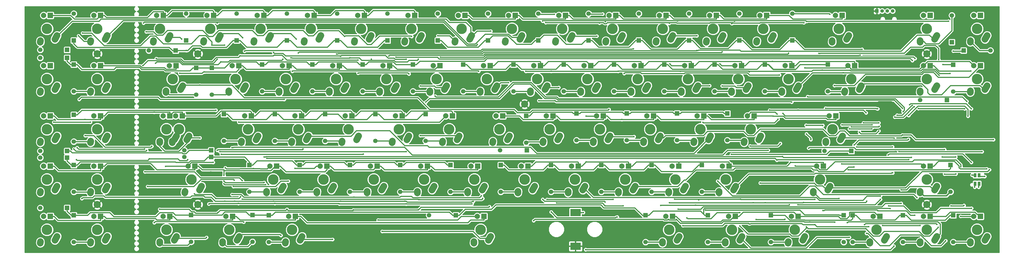
<source format=gtl>
G04 #@! TF.FileFunction,Copper,L1,Top,Signal*
%FSLAX46Y46*%
G04 Gerber Fmt 4.6, Leading zero omitted, Abs format (unit mm)*
G04 Created by KiCad (PCBNEW 4.0.3-stable) date Saturday, August 27, 2016 'PMt' 08:14:25 PM*
%MOMM*%
%LPD*%
G01*
G04 APERTURE LIST*
%ADD10C,0.150000*%
%ADD11C,0.600000*%
%ADD12C,2.700000*%
%ADD13C,1.699260*%
%ADD14R,1.699260X1.699260*%
%ADD15R,4.000000X2.800000*%
%ADD16C,3.987810*%
%ADD17C,2.500000*%
%ADD18R,2.000000X2.000000*%
%ADD19C,2.000000*%
%ADD20R,1.000000X1.600000*%
%ADD21R,1.350000X1.350000*%
%ADD22C,1.350000*%
%ADD23C,0.609600*%
%ADD24C,0.381000*%
%ADD25C,0.508000*%
%ADD26C,0.254000*%
G04 APERTURE END LIST*
D10*
D11*
X132450000Y-78700000D03*
X128400000Y-84500000D03*
D12*
X95250000Y-38100000D03*
X95250000Y-95250000D03*
D13*
X219712540Y-71755000D03*
D14*
X219712540Y-61595000D03*
D15*
X238379000Y-98248000D03*
X238379000Y-111048000D03*
D16*
X83343750Y-66675000D03*
D17*
X86343297Y-70674954D02*
X87154203Y-69215046D01*
X80804026Y-71754328D02*
X80843474Y-71175672D01*
D18*
X84613750Y-61595000D03*
D19*
X82073750Y-61595000D03*
D12*
X219075000Y-57150000D03*
X371475000Y-95250000D03*
X371475000Y-38100000D03*
X57150000Y-95250000D03*
D13*
X90805000Y-22860000D03*
D14*
X90805000Y-33020000D03*
D13*
X381508000Y-109474000D03*
D14*
X381508000Y-99314000D03*
D13*
X35559480Y-36578540D03*
D14*
X45719480Y-36578540D03*
D13*
X48260000Y-22860000D03*
D14*
X48260000Y-33020000D03*
D13*
X76707480Y-36832540D03*
D14*
X86867480Y-36832540D03*
D13*
X109982000Y-22860000D03*
D14*
X109982000Y-33020000D03*
D13*
X129032000Y-22860000D03*
D14*
X129032000Y-33020000D03*
D13*
X148082000Y-22860000D03*
D14*
X148082000Y-33020000D03*
D13*
X167132000Y-22860000D03*
D14*
X167132000Y-33020000D03*
D13*
X186182000Y-22860000D03*
D14*
X186182000Y-33020000D03*
D13*
X205232000Y-22860000D03*
D14*
X205232000Y-33020000D03*
D13*
X224282000Y-22860000D03*
D14*
X224282000Y-33020000D03*
D13*
X243332000Y-22860000D03*
D14*
X243332000Y-33020000D03*
D13*
X262382000Y-22860000D03*
D14*
X262382000Y-33020000D03*
D13*
X281432000Y-22860000D03*
D14*
X281432000Y-33020000D03*
D13*
X300482000Y-22860000D03*
D14*
X300482000Y-33020000D03*
D13*
X320500000Y-22860000D03*
D14*
X320500000Y-33020000D03*
D13*
X380994920Y-23495000D03*
D14*
X380994920Y-33655000D03*
D13*
X395605000Y-36830000D03*
D14*
X385445000Y-36830000D03*
D13*
X35559480Y-39626540D03*
D14*
X45719480Y-39626540D03*
D13*
X48262540Y-52324520D03*
D14*
X48262540Y-42164520D03*
D13*
X94615000Y-53594000D03*
D14*
X94615000Y-43434000D03*
D13*
X100586540Y-53594000D03*
D14*
X100586540Y-43434000D03*
D13*
X119636540Y-52324520D03*
D14*
X119636540Y-42164520D03*
D13*
X138686540Y-52324520D03*
D14*
X138686540Y-42164520D03*
D13*
X157736540Y-52324520D03*
D14*
X157736540Y-42164520D03*
D13*
X176786540Y-52324520D03*
D14*
X176786540Y-42164520D03*
D13*
X195836540Y-52324520D03*
D14*
X195836540Y-42164520D03*
D13*
X214886540Y-52324520D03*
D14*
X214886540Y-42164520D03*
D13*
X233936540Y-52324520D03*
D14*
X233936540Y-42164520D03*
D13*
X252986540Y-52324520D03*
D14*
X252986540Y-42164520D03*
D13*
X272036540Y-52324520D03*
D14*
X272036540Y-42164520D03*
D13*
X291086540Y-52324520D03*
D14*
X291086540Y-42164520D03*
D13*
X310136540Y-52324520D03*
D14*
X310136540Y-42164520D03*
D13*
X334012540Y-52324520D03*
D14*
X334012540Y-42164520D03*
D13*
X368935000Y-55626000D03*
D14*
X379095000Y-55626000D03*
D13*
X381508000Y-52415000D03*
D14*
X381508000Y-42255000D03*
D13*
X35559480Y-74932540D03*
D14*
X45719480Y-74932540D03*
D13*
X48262540Y-71374520D03*
D14*
X48262540Y-61214520D03*
D13*
X90170000Y-74676000D03*
D14*
X100330000Y-74676000D03*
D13*
X105158540Y-71120520D03*
D14*
X105158540Y-60960520D03*
D13*
X124462540Y-71120520D03*
D14*
X124462540Y-60960520D03*
D13*
X143512540Y-71120520D03*
D14*
X143512540Y-60960520D03*
D13*
X162562540Y-71120520D03*
D14*
X162562540Y-60960520D03*
D13*
X181612540Y-71120520D03*
D14*
X181612540Y-60960520D03*
D13*
X209804000Y-74676000D03*
D14*
X219964000Y-74676000D03*
D13*
X238762540Y-70866520D03*
D14*
X238762540Y-60706520D03*
D13*
X257812540Y-70866520D03*
D14*
X257812540Y-60706520D03*
D13*
X276862540Y-70866520D03*
D14*
X276862540Y-60706520D03*
D13*
X295912540Y-70866520D03*
D14*
X295912540Y-60706520D03*
D13*
X332740000Y-74930000D03*
D14*
X342900000Y-74930000D03*
D13*
X35559480Y-77472540D03*
D14*
X45719480Y-77472540D03*
D13*
X48262540Y-90424520D03*
D14*
X48262540Y-80264520D03*
D13*
X90170000Y-77216000D03*
D14*
X100330000Y-77216000D03*
D13*
X114810540Y-90424520D03*
D14*
X114810540Y-80264520D03*
D13*
X133860540Y-90424520D03*
D14*
X133860540Y-80264520D03*
D13*
X152910540Y-90424520D03*
D14*
X152910540Y-80264520D03*
D13*
X171960540Y-90424520D03*
D14*
X171960540Y-80264520D03*
D13*
X191010540Y-90424520D03*
D14*
X191010540Y-80264520D03*
D13*
X210060540Y-90424520D03*
D14*
X210060540Y-80264520D03*
D13*
X229110540Y-90424520D03*
D14*
X229110540Y-80264520D03*
D13*
X248160540Y-90424520D03*
D14*
X248160540Y-80264520D03*
D13*
X267210540Y-90424520D03*
D14*
X267210540Y-80264520D03*
D13*
X286260540Y-90424520D03*
D14*
X286260540Y-80264520D03*
D13*
X340000000Y-109474520D03*
D14*
X340000000Y-99314520D03*
D13*
X380494540Y-90424520D03*
D14*
X380494540Y-80264520D03*
D13*
X35559480Y-96522540D03*
D14*
X45719480Y-96522540D03*
D13*
X48262540Y-109474520D03*
D14*
X48262540Y-99314520D03*
D13*
X92712540Y-109347000D03*
D14*
X92712540Y-99187000D03*
D13*
X115951000Y-109347000D03*
D14*
X115951000Y-99187000D03*
D13*
X122176540Y-109474520D03*
D14*
X122176540Y-99314520D03*
D13*
X182880000Y-99314000D03*
D14*
X193040000Y-99314000D03*
D13*
X264924540Y-109474520D03*
D14*
X264924540Y-99314520D03*
D13*
X288546540Y-109474520D03*
D14*
X288546540Y-99314520D03*
D13*
X312422540Y-109474520D03*
D14*
X312422540Y-99314520D03*
D13*
X343410540Y-109474520D03*
D14*
X343410540Y-99314520D03*
D13*
X362460540Y-109474520D03*
D14*
X362460540Y-99314520D03*
D16*
X330993750Y-85725000D03*
D17*
X333993297Y-89724954D02*
X334804203Y-88265046D01*
X328454026Y-90804328D02*
X328493474Y-90225672D01*
D18*
X332263750Y-80645000D03*
D19*
X329723750Y-80645000D03*
D16*
X390525000Y-104775000D03*
D17*
X393524547Y-108774954D02*
X394335453Y-107315046D01*
X387985276Y-109854328D02*
X388024724Y-109275672D01*
D18*
X391795000Y-99695000D03*
D19*
X389255000Y-99695000D03*
D16*
X371475000Y-104775000D03*
D17*
X374474547Y-108774954D02*
X375285453Y-107315046D01*
X368935276Y-109854328D02*
X368974724Y-109275672D01*
D18*
X372745000Y-99695000D03*
D19*
X370205000Y-99695000D03*
D16*
X352425000Y-104775000D03*
D17*
X355424547Y-108774954D02*
X356235453Y-107315046D01*
X349885276Y-109854328D02*
X349924724Y-109275672D01*
D18*
X353695000Y-99695000D03*
D19*
X351155000Y-99695000D03*
D16*
X321468750Y-104775000D03*
D17*
X324468297Y-108774954D02*
X325279203Y-107315046D01*
X318929026Y-109854328D02*
X318968474Y-109275672D01*
D18*
X322738750Y-99695000D03*
D19*
X320198750Y-99695000D03*
D16*
X297656250Y-104775000D03*
D17*
X300655797Y-108774954D02*
X301466703Y-107315046D01*
X295116526Y-109854328D02*
X295155974Y-109275672D01*
D18*
X298926250Y-99695000D03*
D19*
X296386250Y-99695000D03*
D16*
X273843750Y-104775000D03*
D17*
X276843297Y-108774954D02*
X277654203Y-107315046D01*
X271304026Y-109854328D02*
X271343474Y-109275672D01*
D18*
X275113750Y-99695000D03*
D19*
X272573750Y-99695000D03*
D16*
X202406250Y-104775000D03*
D17*
X205405797Y-108774954D02*
X206216703Y-107315046D01*
X199866526Y-109854328D02*
X199905974Y-109275672D01*
D18*
X203676250Y-99695000D03*
D19*
X201136250Y-99695000D03*
D16*
X130968750Y-104775000D03*
D17*
X133968297Y-108774954D02*
X134779203Y-107315046D01*
X128429026Y-109854328D02*
X128468474Y-109275672D01*
D18*
X132238750Y-99695000D03*
D19*
X129698750Y-99695000D03*
D16*
X107156250Y-104775000D03*
D17*
X110155797Y-108774954D02*
X110966703Y-107315046D01*
X104616526Y-109854328D02*
X104655974Y-109275672D01*
D18*
X108426250Y-99695000D03*
D19*
X105886250Y-99695000D03*
D16*
X83343750Y-104775000D03*
D17*
X86343297Y-108774954D02*
X87154203Y-107315046D01*
X80804026Y-109854328D02*
X80843474Y-109275672D01*
D18*
X84613750Y-99695000D03*
D19*
X82073750Y-99695000D03*
D16*
X57150000Y-104775000D03*
D17*
X60149547Y-108774954D02*
X60960453Y-107315046D01*
X54610276Y-109854328D02*
X54649724Y-109275672D01*
D18*
X58420000Y-99695000D03*
D19*
X55880000Y-99695000D03*
D16*
X38100000Y-104775000D03*
D17*
X41099547Y-108774954D02*
X41910453Y-107315046D01*
X35560276Y-109854328D02*
X35599724Y-109275672D01*
D18*
X39370000Y-99695000D03*
D19*
X36830000Y-99695000D03*
D16*
X371475000Y-85725000D03*
D17*
X374474547Y-89724954D02*
X375285453Y-88265046D01*
X368935276Y-90804328D02*
X368974724Y-90225672D01*
D18*
X372745000Y-80645000D03*
D19*
X370205000Y-80645000D03*
D16*
X295275000Y-85725000D03*
D17*
X298274547Y-89724954D02*
X299085453Y-88265046D01*
X292735276Y-90804328D02*
X292774724Y-90225672D01*
D18*
X296545000Y-80645000D03*
D19*
X294005000Y-80645000D03*
D16*
X276225000Y-85725000D03*
D17*
X279224547Y-89724954D02*
X280035453Y-88265046D01*
X273685276Y-90804328D02*
X273724724Y-90225672D01*
D18*
X277495000Y-80645000D03*
D19*
X274955000Y-80645000D03*
D16*
X257175000Y-85725000D03*
D17*
X260174547Y-89724954D02*
X260985453Y-88265046D01*
X254635276Y-90804328D02*
X254674724Y-90225672D01*
D18*
X258445000Y-80645000D03*
D19*
X255905000Y-80645000D03*
D16*
X238125000Y-85725000D03*
D17*
X241124547Y-89724954D02*
X241935453Y-88265046D01*
X235585276Y-90804328D02*
X235624724Y-90225672D01*
D18*
X239395000Y-80645000D03*
D19*
X236855000Y-80645000D03*
D16*
X219075000Y-85725000D03*
D17*
X222074547Y-89724954D02*
X222885453Y-88265046D01*
X216535276Y-90804328D02*
X216574724Y-90225672D01*
D18*
X220345000Y-80645000D03*
D19*
X217805000Y-80645000D03*
D16*
X200025000Y-85725000D03*
D17*
X203024547Y-89724954D02*
X203835453Y-88265046D01*
X197485276Y-90804328D02*
X197524724Y-90225672D01*
D18*
X201295000Y-80645000D03*
D19*
X198755000Y-80645000D03*
D16*
X180975000Y-85725000D03*
D17*
X183974547Y-89724954D02*
X184785453Y-88265046D01*
X178435276Y-90804328D02*
X178474724Y-90225672D01*
D18*
X182245000Y-80645000D03*
D19*
X179705000Y-80645000D03*
D16*
X161925000Y-85725000D03*
D17*
X164924547Y-89724954D02*
X165735453Y-88265046D01*
X159385276Y-90804328D02*
X159424724Y-90225672D01*
D18*
X163195000Y-80645000D03*
D19*
X160655000Y-80645000D03*
D16*
X142875000Y-85725000D03*
D17*
X145874547Y-89724954D02*
X146685453Y-88265046D01*
X140335276Y-90804328D02*
X140374724Y-90225672D01*
D18*
X144145000Y-80645000D03*
D19*
X141605000Y-80645000D03*
D16*
X123825000Y-85725000D03*
D17*
X126824547Y-89724954D02*
X127635453Y-88265046D01*
X121285276Y-90804328D02*
X121324724Y-90225672D01*
D18*
X125095000Y-80645000D03*
D19*
X122555000Y-80645000D03*
D16*
X92868750Y-85725000D03*
D17*
X95868297Y-89724954D02*
X96679203Y-88265046D01*
X90329026Y-90804328D02*
X90368474Y-90225672D01*
D18*
X94138750Y-80645000D03*
D19*
X91598750Y-80645000D03*
D16*
X57150000Y-85725000D03*
D17*
X60149547Y-89724954D02*
X60960453Y-88265046D01*
X54610276Y-90804328D02*
X54649724Y-90225672D01*
D18*
X58420000Y-80645000D03*
D19*
X55880000Y-80645000D03*
D16*
X38100000Y-85725000D03*
D17*
X41099547Y-89724954D02*
X41910453Y-88265046D01*
X35560276Y-90804328D02*
X35599724Y-90225672D01*
D18*
X39370000Y-80645000D03*
D19*
X36830000Y-80645000D03*
D16*
X335756250Y-66675000D03*
D17*
X338755797Y-70674954D02*
X339566703Y-69215046D01*
X333216526Y-71754328D02*
X333255974Y-71175672D01*
D18*
X337026250Y-61595000D03*
D19*
X334486250Y-61595000D03*
D16*
X304800000Y-66675000D03*
D17*
X307799547Y-70674954D02*
X308610453Y-69215046D01*
X302260276Y-71754328D02*
X302299724Y-71175672D01*
D18*
X306070000Y-61595000D03*
D19*
X303530000Y-61595000D03*
D16*
X285750000Y-66675000D03*
D17*
X288749547Y-70674954D02*
X289560453Y-69215046D01*
X283210276Y-71754328D02*
X283249724Y-71175672D01*
D18*
X287020000Y-61595000D03*
D19*
X284480000Y-61595000D03*
D16*
X266700000Y-66675000D03*
D17*
X269699547Y-70674954D02*
X270510453Y-69215046D01*
X264160276Y-71754328D02*
X264199724Y-71175672D01*
D18*
X267970000Y-61595000D03*
D19*
X265430000Y-61595000D03*
D16*
X247650000Y-66675000D03*
D17*
X250649547Y-70674954D02*
X251460453Y-69215046D01*
X245110276Y-71754328D02*
X245149724Y-71175672D01*
D18*
X248920000Y-61595000D03*
D19*
X246380000Y-61595000D03*
D16*
X228600000Y-66675000D03*
D17*
X231599547Y-70674954D02*
X232410453Y-69215046D01*
X226060276Y-71754328D02*
X226099724Y-71175672D01*
D18*
X229870000Y-61595000D03*
D19*
X227330000Y-61595000D03*
D16*
X209550000Y-66675000D03*
D17*
X212549547Y-70674954D02*
X213360453Y-69215046D01*
X207010276Y-71754328D02*
X207049724Y-71175672D01*
D18*
X210820000Y-61595000D03*
D19*
X208280000Y-61595000D03*
D16*
X190500000Y-66675000D03*
D17*
X193499547Y-70674954D02*
X194310453Y-69215046D01*
X187960276Y-71754328D02*
X187999724Y-71175672D01*
D18*
X191770000Y-61595000D03*
D19*
X189230000Y-61595000D03*
D16*
X171450000Y-66675000D03*
D17*
X174449547Y-70674954D02*
X175260453Y-69215046D01*
X168910276Y-71754328D02*
X168949724Y-71175672D01*
D18*
X172720000Y-61595000D03*
D19*
X170180000Y-61595000D03*
D16*
X152400000Y-66675000D03*
D17*
X155399547Y-70674954D02*
X156210453Y-69215046D01*
X149860276Y-71754328D02*
X149899724Y-71175672D01*
D18*
X153670000Y-61595000D03*
D19*
X151130000Y-61595000D03*
D16*
X133350000Y-66675000D03*
D17*
X136349547Y-70674954D02*
X137160453Y-69215046D01*
X130810276Y-71754328D02*
X130849724Y-71175672D01*
D18*
X134620000Y-61595000D03*
D19*
X132080000Y-61595000D03*
D16*
X114300000Y-66675000D03*
D17*
X117299547Y-70674954D02*
X118110453Y-69215046D01*
X111760276Y-71754328D02*
X111799724Y-71175672D01*
D18*
X115570000Y-61595000D03*
D19*
X113030000Y-61595000D03*
D16*
X88106250Y-66675000D03*
D17*
X91105797Y-70674954D02*
X91916703Y-69215046D01*
X85566526Y-71754328D02*
X85605974Y-71175672D01*
D18*
X89376250Y-61595000D03*
D19*
X86836250Y-61595000D03*
D16*
X57150000Y-66675000D03*
D17*
X60149547Y-70674954D02*
X60960453Y-69215046D01*
X54610276Y-71754328D02*
X54649724Y-71175672D01*
D18*
X58420000Y-61595000D03*
D19*
X55880000Y-61595000D03*
D16*
X38100000Y-66675000D03*
D17*
X41099547Y-70674954D02*
X41910453Y-69215046D01*
X35560276Y-71754328D02*
X35599724Y-71175672D01*
D18*
X39370000Y-61595000D03*
D19*
X36830000Y-61595000D03*
D16*
X390525000Y-47625000D03*
D17*
X393524547Y-51624954D02*
X394335453Y-50165046D01*
X387985276Y-52704328D02*
X388024724Y-52125672D01*
D18*
X391795000Y-42545000D03*
D19*
X389255000Y-42545000D03*
D16*
X371475000Y-47625000D03*
D17*
X374474547Y-51624954D02*
X375285453Y-50165046D01*
X368935276Y-52704328D02*
X368974724Y-52125672D01*
D18*
X372745000Y-42545000D03*
D19*
X370205000Y-42545000D03*
D16*
X342900000Y-47625000D03*
D17*
X345899547Y-51624954D02*
X346710453Y-50165046D01*
X340360276Y-52704328D02*
X340399724Y-52125672D01*
D18*
X344170000Y-42545000D03*
D19*
X341630000Y-42545000D03*
D16*
X319087500Y-47625000D03*
D17*
X322087047Y-51624954D02*
X322897953Y-50165046D01*
X316547776Y-52704328D02*
X316587224Y-52125672D01*
D18*
X320357500Y-42545000D03*
D19*
X317817500Y-42545000D03*
D16*
X300037500Y-47625000D03*
D17*
X303037047Y-51624954D02*
X303847953Y-50165046D01*
X297497776Y-52704328D02*
X297537224Y-52125672D01*
D18*
X301307500Y-42545000D03*
D19*
X298767500Y-42545000D03*
D16*
X280987500Y-47625000D03*
D17*
X283987047Y-51624954D02*
X284797953Y-50165046D01*
X278447776Y-52704328D02*
X278487224Y-52125672D01*
D18*
X282257500Y-42545000D03*
D19*
X279717500Y-42545000D03*
D16*
X261937500Y-47625000D03*
D17*
X264937047Y-51624954D02*
X265747953Y-50165046D01*
X259397776Y-52704328D02*
X259437224Y-52125672D01*
D18*
X263207500Y-42545000D03*
D19*
X260667500Y-42545000D03*
D16*
X242887500Y-47625000D03*
D17*
X245887047Y-51624954D02*
X246697953Y-50165046D01*
X240347776Y-52704328D02*
X240387224Y-52125672D01*
D18*
X244157500Y-42545000D03*
D19*
X241617500Y-42545000D03*
D16*
X223837500Y-47625000D03*
D17*
X226837047Y-51624954D02*
X227647953Y-50165046D01*
X221297776Y-52704328D02*
X221337224Y-52125672D01*
D18*
X225107500Y-42545000D03*
D19*
X222567500Y-42545000D03*
D16*
X204787500Y-47625000D03*
D17*
X207787047Y-51624954D02*
X208597953Y-50165046D01*
X202247776Y-52704328D02*
X202287224Y-52125672D01*
D18*
X206057500Y-42545000D03*
D19*
X203517500Y-42545000D03*
D16*
X185737500Y-47625000D03*
D17*
X188737047Y-51624954D02*
X189547953Y-50165046D01*
X183197776Y-52704328D02*
X183237224Y-52125672D01*
D18*
X187007500Y-42545000D03*
D19*
X184467500Y-42545000D03*
D16*
X166687500Y-47625000D03*
D17*
X169687047Y-51624954D02*
X170497953Y-50165046D01*
X164147776Y-52704328D02*
X164187224Y-52125672D01*
D18*
X167957500Y-42545000D03*
D19*
X165417500Y-42545000D03*
D16*
X147637500Y-47625000D03*
D17*
X150637047Y-51624954D02*
X151447953Y-50165046D01*
X145097776Y-52704328D02*
X145137224Y-52125672D01*
D18*
X148907500Y-42545000D03*
D19*
X146367500Y-42545000D03*
D16*
X128587500Y-47625000D03*
D17*
X131587047Y-51624954D02*
X132397953Y-50165046D01*
X126047776Y-52704328D02*
X126087224Y-52125672D01*
D18*
X129857500Y-42545000D03*
D19*
X127317500Y-42545000D03*
D16*
X109537500Y-47625000D03*
D17*
X112537047Y-51624954D02*
X113347953Y-50165046D01*
X106997776Y-52704328D02*
X107037224Y-52125672D01*
D18*
X110807500Y-42545000D03*
D19*
X108267500Y-42545000D03*
D16*
X85725000Y-47625000D03*
D17*
X88724547Y-51624954D02*
X89535453Y-50165046D01*
X83185276Y-52704328D02*
X83224724Y-52125672D01*
D18*
X86995000Y-42545000D03*
D19*
X84455000Y-42545000D03*
D16*
X57150000Y-47625000D03*
D17*
X60149547Y-51624954D02*
X60960453Y-50165046D01*
X54610276Y-52704328D02*
X54649724Y-52125672D01*
D18*
X58420000Y-42545000D03*
D19*
X55880000Y-42545000D03*
D16*
X38100000Y-47625000D03*
D17*
X41099547Y-51624954D02*
X41910453Y-50165046D01*
X35560276Y-52704328D02*
X35599724Y-52125672D01*
D18*
X39370000Y-42545000D03*
D19*
X36830000Y-42545000D03*
D16*
X390525000Y-28575000D03*
D17*
X393524547Y-32574954D02*
X394335453Y-31115046D01*
X387985276Y-33654328D02*
X388024724Y-33075672D01*
D18*
X391795000Y-23495000D03*
D19*
X389255000Y-23495000D03*
D16*
X371475000Y-28575000D03*
D17*
X374474547Y-32574954D02*
X375285453Y-31115046D01*
X368935276Y-33654328D02*
X368974724Y-33075672D01*
D18*
X372745000Y-23495000D03*
D19*
X370205000Y-23495000D03*
D16*
X338137500Y-28575000D03*
D17*
X341137047Y-32574954D02*
X341947953Y-31115046D01*
X335597776Y-33654328D02*
X335637224Y-33075672D01*
D18*
X339407500Y-23495000D03*
D19*
X336867500Y-23495000D03*
D16*
X309562500Y-28575000D03*
D17*
X312562047Y-32574954D02*
X313372953Y-31115046D01*
X307022776Y-33654328D02*
X307062224Y-33075672D01*
D18*
X310832500Y-23495000D03*
D19*
X308292500Y-23495000D03*
D16*
X290512500Y-28575000D03*
D17*
X293512047Y-32574954D02*
X294322953Y-31115046D01*
X287972776Y-33654328D02*
X288012224Y-33075672D01*
D18*
X291782500Y-23495000D03*
D19*
X289242500Y-23495000D03*
D16*
X271462500Y-28575000D03*
D17*
X274462047Y-32574954D02*
X275272953Y-31115046D01*
X268922776Y-33654328D02*
X268962224Y-33075672D01*
D18*
X272732500Y-23495000D03*
D19*
X270192500Y-23495000D03*
D16*
X252412500Y-28575000D03*
D17*
X255412047Y-32574954D02*
X256222953Y-31115046D01*
X249872776Y-33654328D02*
X249912224Y-33075672D01*
D18*
X253682500Y-23495000D03*
D19*
X251142500Y-23495000D03*
D16*
X233362500Y-28575000D03*
D17*
X236362047Y-32574954D02*
X237172953Y-31115046D01*
X230822776Y-33654328D02*
X230862224Y-33075672D01*
D18*
X234632500Y-23495000D03*
D19*
X232092500Y-23495000D03*
D16*
X214312500Y-28575000D03*
D17*
X217312047Y-32574954D02*
X218122953Y-31115046D01*
X211772776Y-33654328D02*
X211812224Y-33075672D01*
D18*
X215582500Y-23495000D03*
D19*
X213042500Y-23495000D03*
D16*
X195262500Y-28575000D03*
D17*
X198262047Y-32574954D02*
X199072953Y-31115046D01*
X192722776Y-33654328D02*
X192762224Y-33075672D01*
D18*
X196532500Y-23495000D03*
D19*
X193992500Y-23495000D03*
D16*
X176212500Y-28575000D03*
D17*
X179212047Y-32574954D02*
X180022953Y-31115046D01*
X173672776Y-33654328D02*
X173712224Y-33075672D01*
D18*
X177482500Y-23495000D03*
D19*
X174942500Y-23495000D03*
D16*
X157162500Y-28575000D03*
D17*
X160162047Y-32574954D02*
X160972953Y-31115046D01*
X154622776Y-33654328D02*
X154662224Y-33075672D01*
D18*
X158432500Y-23495000D03*
D19*
X155892500Y-23495000D03*
D16*
X138112500Y-28575000D03*
D17*
X141112047Y-32574954D02*
X141922953Y-31115046D01*
X135572776Y-33654328D02*
X135612224Y-33075672D01*
D18*
X139382500Y-23495000D03*
D19*
X136842500Y-23495000D03*
D16*
X119062500Y-28575000D03*
D17*
X122062047Y-32574954D02*
X122872953Y-31115046D01*
X116522776Y-33654328D02*
X116562224Y-33075672D01*
D18*
X120332500Y-23495000D03*
D19*
X117792500Y-23495000D03*
D16*
X100012500Y-28575000D03*
D17*
X103012047Y-32574954D02*
X103822953Y-31115046D01*
X97472776Y-33654328D02*
X97512224Y-33075672D01*
D18*
X101282500Y-23495000D03*
D19*
X98742500Y-23495000D03*
D16*
X80962500Y-28575000D03*
D17*
X83962047Y-32574954D02*
X84772953Y-31115046D01*
X78422776Y-33654328D02*
X78462224Y-33075672D01*
D18*
X82232500Y-23495000D03*
D19*
X79692500Y-23495000D03*
D16*
X57150000Y-28575000D03*
D17*
X60149547Y-32574954D02*
X60960453Y-31115046D01*
X54610276Y-33654328D02*
X54649724Y-33075672D01*
D18*
X58420000Y-23495000D03*
D19*
X55880000Y-23495000D03*
D16*
X38100000Y-28575000D03*
D17*
X41099547Y-32574954D02*
X41910453Y-31115046D01*
X35560276Y-33654328D02*
X35599724Y-33075672D01*
D18*
X39370000Y-23495000D03*
D19*
X36830000Y-23495000D03*
D12*
X57150000Y-38100000D03*
D20*
X391275000Y-84125000D03*
X389775000Y-84125000D03*
X391275000Y-87325000D03*
X389775000Y-87325000D03*
D21*
X352549920Y-21851160D03*
D22*
X354549920Y-21851160D03*
X356549920Y-21851160D03*
X358549920Y-21851160D03*
D11*
X204300000Y-57100000D03*
X193900000Y-56900000D03*
X143500000Y-57100000D03*
X164400000Y-56900000D03*
X177000000Y-57000000D03*
X183400000Y-57000000D03*
X314900000Y-82400000D03*
X335200000Y-76200000D03*
X337900000Y-76200000D03*
X276000000Y-47800000D03*
X210400000Y-56900000D03*
X76900000Y-27900000D03*
X65500000Y-30200000D03*
X354350000Y-27400000D03*
X367000000Y-38100000D03*
X65500000Y-22000000D03*
X65500000Y-38000000D03*
X65500000Y-48000000D03*
X65500000Y-57000000D03*
X65500000Y-66500000D03*
X66000000Y-107000000D03*
X66000000Y-96000000D03*
X66000000Y-86000000D03*
X73500000Y-107000000D03*
X73500000Y-97000000D03*
X73500000Y-90000000D03*
X73500000Y-84000000D03*
X73500000Y-71000000D03*
X73500000Y-65000000D03*
X73500000Y-57000000D03*
X73500000Y-48000000D03*
X73500000Y-38000000D03*
X73500000Y-22000000D03*
X186944000Y-66675000D03*
X110236000Y-36703000D03*
X99822000Y-97282000D03*
X108966000Y-96266000D03*
X118872000Y-96266000D03*
X106934000Y-57150000D03*
X108458000Y-66040000D03*
X197000000Y-67300000D03*
X192976500Y-97345500D03*
X216250000Y-66650000D03*
X391414000Y-73152000D03*
X363347000Y-51816000D03*
X354584000Y-51689000D03*
X350647000Y-51689000D03*
X350012000Y-57277000D03*
X351917000Y-60071000D03*
X354330000Y-90170000D03*
X349250000Y-90170000D03*
X349250000Y-85725000D03*
X335280000Y-85090000D03*
X329565000Y-69215000D03*
X329565000Y-74930000D03*
X328500000Y-84600000D03*
X304546000Y-85090000D03*
X273050000Y-85725000D03*
X281940000Y-90805000D03*
X290195000Y-85725000D03*
X283210000Y-58420000D03*
X282575000Y-66040000D03*
X228600000Y-72390000D03*
X229235000Y-52705000D03*
X235712000Y-46101000D03*
X239395000Y-28575000D03*
X234315000Y-31750000D03*
X245173500Y-45720000D03*
X236800000Y-57900000D03*
X247015000Y-57900000D03*
X260350000Y-58420000D03*
X292735000Y-58420000D03*
X287020000Y-58420000D03*
X279400000Y-58420000D03*
X285600000Y-71300000D03*
X43332400Y-38303200D03*
X43434000Y-57658000D03*
X42976800Y-76301600D03*
X44200000Y-25600000D03*
X85344000Y-23672800D03*
X106019600Y-47904400D03*
X103800000Y-27800000D03*
X390093200Y-94284800D03*
X393598400Y-86614000D03*
X392074400Y-77266800D03*
X349500000Y-21000000D03*
X327863200Y-20675600D03*
X304698400Y-22352000D03*
X277723600Y-22606000D03*
X286156400Y-22148800D03*
X259638800Y-22606000D03*
X240588800Y-22809200D03*
X221081600Y-22606000D03*
X182219600Y-22250400D03*
X159766000Y-21500000D03*
X142951200Y-21945600D03*
X398475200Y-88290400D03*
X397662400Y-60401200D03*
X381508000Y-105257600D03*
X377698000Y-105257600D03*
X366674400Y-108102400D03*
X365201200Y-95097600D03*
X366166400Y-83769200D03*
X373938800Y-84023200D03*
X382879600Y-85090000D03*
X386689600Y-90830400D03*
X398221200Y-99720400D03*
X367334800Y-72745600D03*
X373380000Y-68935600D03*
X367030000Y-68884800D03*
X340309200Y-72288400D03*
X343916000Y-71018400D03*
X343865200Y-67818000D03*
X346202000Y-62534800D03*
X343458800Y-62534800D03*
X343458800Y-57150000D03*
X346100400Y-57150000D03*
X373278400Y-72491600D03*
X373583200Y-60100000D03*
X368350800Y-47498000D03*
X383900000Y-39268400D03*
X384302000Y-31343600D03*
X376783600Y-21640800D03*
X360172000Y-31851600D03*
X338378800Y-48158400D03*
X345250000Y-40800000D03*
X303885600Y-32766000D03*
X295656000Y-34493200D03*
X303733200Y-47701200D03*
X319278000Y-53543200D03*
X329031600Y-52882800D03*
X329996800Y-57556400D03*
X328930000Y-46685200D03*
X323900800Y-46685200D03*
X317042800Y-57861200D03*
X309422800Y-71932800D03*
X301142400Y-111150400D03*
X365404400Y-112522000D03*
X31496000Y-64262000D03*
X31648400Y-85699600D03*
X31597600Y-111201200D03*
X259384800Y-107848400D03*
X259435600Y-98552000D03*
X248310400Y-97586800D03*
X233426000Y-97840800D03*
X322021200Y-74930000D03*
X322021200Y-69189600D03*
X318516000Y-74930000D03*
X316738000Y-79502000D03*
X310388000Y-58166000D03*
X300736000Y-58166000D03*
X310388000Y-65532000D03*
X300990000Y-66040000D03*
X285900000Y-75200000D03*
X304546000Y-71120000D03*
X304292000Y-79248000D03*
X301800000Y-90700000D03*
X304546000Y-90700000D03*
X314960000Y-85344000D03*
X321564000Y-90424000D03*
X321700000Y-82500000D03*
X314900000Y-90700000D03*
X306832000Y-72263000D03*
X308100000Y-90700000D03*
X347218000Y-107442000D03*
X347200000Y-110998000D03*
X328930000Y-110490000D03*
X336804000Y-105918000D03*
X316230000Y-104394000D03*
X307594000Y-104394000D03*
X217932000Y-93472000D03*
X347091000Y-67437000D03*
X354774500Y-67818000D03*
X350583500Y-67500000D03*
X204100000Y-62300000D03*
X197034209Y-48323500D03*
X202501500Y-23304500D03*
X190182500Y-22669500D03*
X190309500Y-30035500D03*
X175704500Y-35179000D03*
X115252500Y-27495500D03*
X133667500Y-27813000D03*
X176720500Y-47561500D03*
X157734000Y-47625000D03*
X171259500Y-110807500D03*
X151701500Y-110871000D03*
X140906500Y-105156000D03*
X171259500Y-99695000D03*
X151701500Y-100012500D03*
X136779000Y-99695000D03*
X119062500Y-110109000D03*
X80200500Y-90614500D03*
X85598000Y-85598000D03*
X122301000Y-57467500D03*
X101536500Y-57277000D03*
X94297500Y-57277000D03*
X93300000Y-47550000D03*
X114681000Y-72326500D03*
X116649500Y-85725000D03*
X113093500Y-80391000D03*
X105410000Y-72961500D03*
X105664000Y-79883000D03*
X108077000Y-80137000D03*
X108521500Y-83439000D03*
X100266500Y-82867500D03*
X97345500Y-83629500D03*
X101981000Y-91059000D03*
X107569000Y-92202000D03*
X140716000Y-96266000D03*
X110236000Y-103124000D03*
X99060000Y-71120000D03*
X120396000Y-48260000D03*
X101200000Y-47550000D03*
X80264000Y-57404000D03*
X31496000Y-42164000D03*
X31496000Y-25400000D03*
X80264000Y-47752000D03*
X96200000Y-23300000D03*
X97650000Y-103900000D03*
X97847209Y-109982000D03*
X327660000Y-34290000D03*
X349850000Y-42050000D03*
X361696000Y-41900000D03*
X355092000Y-47244000D03*
X350520000Y-47244000D03*
X361696000Y-47244000D03*
X345948000Y-33528000D03*
X365252000Y-23368000D03*
X397764000Y-22098000D03*
X397764000Y-45212000D03*
X391210800Y-54102000D03*
X347980000Y-71882000D03*
X359664000Y-75184000D03*
X347980000Y-75565000D03*
X359600000Y-68000000D03*
X358000000Y-63700000D03*
X286004000Y-27686000D03*
X198755000Y-104140000D03*
X206248000Y-110998000D03*
X214376000Y-110998000D03*
X205994000Y-100584000D03*
X363220000Y-71882000D03*
X339500000Y-90100000D03*
X359664000Y-90170000D03*
X360426000Y-85344000D03*
X339200000Y-85100000D03*
X219710000Y-66675000D03*
X394309600Y-96977200D03*
X397000000Y-111000000D03*
X172085000Y-85725000D03*
X191135000Y-85725000D03*
X210185000Y-85725000D03*
X229235000Y-85725000D03*
X248285000Y-85090000D03*
X267335000Y-85725000D03*
X286385000Y-85725000D03*
X334010000Y-47625000D03*
X310400000Y-47700000D03*
X260350000Y-28575000D03*
X107632500Y-27432000D03*
X126238000Y-27876500D03*
X145097500Y-27876500D03*
X165735000Y-28575000D03*
X184785000Y-28575000D03*
X222885000Y-28575000D03*
X252730000Y-47625000D03*
X271780000Y-47750000D03*
X295211500Y-66040000D03*
X276860000Y-66675000D03*
X257810000Y-66675000D03*
X238760000Y-66675000D03*
X181610000Y-66675000D03*
X139065000Y-47625000D03*
X48514000Y-85725000D03*
X48260000Y-104775000D03*
X124841000Y-103886000D03*
X105410000Y-66040000D03*
X143510000Y-66675000D03*
X153035000Y-85725000D03*
X133985000Y-85725000D03*
X217805209Y-46300000D03*
X288855209Y-105918000D03*
X217932000Y-98298000D03*
X318500000Y-28750000D03*
X228092000Y-110236000D03*
X290830000Y-47750000D03*
X307750000Y-109500000D03*
X48260000Y-28575000D03*
D23*
X90932000Y-36830000D03*
X170294551Y-39363261D03*
X366776000Y-58166000D03*
X367030000Y-39878000D03*
X359340628Y-62066858D03*
X50038000Y-31242000D03*
X186182000Y-31242000D03*
X347472000Y-64249000D03*
X346966949Y-36384507D03*
X353314000Y-64249000D03*
X230378000Y-23114000D03*
X248666000Y-22987000D03*
X334772000Y-23114000D03*
X339344000Y-65024000D03*
X350774000Y-65024000D03*
X353427256Y-65592637D03*
X342900000Y-65786000D03*
X297434000Y-76200000D03*
X350635215Y-66492665D03*
X287578809Y-97338289D03*
X341707469Y-82042000D03*
X342138000Y-66548000D03*
X338264500Y-92900500D03*
X357632000Y-96774000D03*
X377571000Y-42100500D03*
X381508000Y-37020500D03*
X345948000Y-67818000D03*
X353314000Y-67310000D03*
X289179000Y-50165000D03*
X284353000Y-31242000D03*
X284353000Y-36834285D03*
X133325340Y-37748842D03*
X132588000Y-32512000D03*
X358563409Y-83236111D03*
X146304000Y-108458000D03*
X376174000Y-46228000D03*
X361769016Y-89608016D03*
X361769016Y-94783284D03*
X277275514Y-96977587D03*
X339852000Y-45237394D03*
X319070110Y-37846000D03*
X167640000Y-38917500D03*
X359156000Y-70053191D03*
X112942500Y-37084000D03*
X112268000Y-32004000D03*
X260294500Y-36216726D03*
X396748000Y-70612000D03*
X362204000Y-68834000D03*
X126746000Y-106934000D03*
X346302285Y-38542231D03*
X187157123Y-39319191D03*
X342138000Y-107696000D03*
X179578000Y-69088000D03*
X179578000Y-50292000D03*
X358495715Y-73338059D03*
X344946623Y-73420623D03*
X96055438Y-69954956D03*
X96000000Y-49966971D03*
X251055000Y-59182000D03*
X89154000Y-32512000D03*
X98552000Y-107696000D03*
X343938664Y-72592064D03*
X343916000Y-80962500D03*
X260540500Y-69469000D03*
X246443500Y-31369000D03*
X364540553Y-70474710D03*
X341368962Y-102108000D03*
X308356000Y-87058500D03*
X293941500Y-50228500D03*
X293917500Y-37338000D03*
X147828000Y-38156174D03*
X165100000Y-105410000D03*
X395199224Y-82042000D03*
X363474000Y-88900000D03*
X222504000Y-101346000D03*
X333134760Y-58690869D03*
X336613500Y-101917500D03*
X327133701Y-101854000D03*
X352869500Y-58928000D03*
X212979000Y-49022000D03*
X206248000Y-29464000D03*
X353882162Y-92011500D03*
X232029000Y-50863500D03*
X311086500Y-67437000D03*
X313436000Y-70548500D03*
X353060000Y-72390000D03*
X350672400Y-62474000D03*
X320852800Y-64820800D03*
X321810380Y-63430183D03*
X326072500Y-63373000D03*
X330073000Y-63373000D03*
X361835000Y-64516000D03*
X354216984Y-63551984D03*
X358140000Y-56388000D03*
X353147547Y-56507515D03*
X322707000Y-59436000D03*
X108204000Y-73660000D03*
X311404000Y-74676000D03*
X348488000Y-60452000D03*
X311912000Y-59436000D03*
X385826000Y-58928000D03*
X368300000Y-58810998D03*
X393446000Y-84582000D03*
X392430000Y-75184000D03*
X360934000Y-75184000D03*
X388620000Y-84074000D03*
X389636000Y-88646000D03*
X366014000Y-57658000D03*
X366014000Y-40640000D03*
X360206572Y-61353729D03*
X102108000Y-59453780D03*
X181610000Y-56388000D03*
X362227107Y-58755898D03*
X185166000Y-54102000D03*
X362480147Y-59966563D03*
X388366000Y-58928000D03*
X364998000Y-57404000D03*
X356870000Y-76454000D03*
X388366000Y-79248000D03*
X356997000Y-95758000D03*
X388429500Y-96647000D03*
X391160000Y-88646000D03*
X387096000Y-61722000D03*
X364593313Y-61468000D03*
X314656104Y-78396373D03*
X120936794Y-87655215D03*
X121412000Y-77724000D03*
X105156000Y-87376000D03*
X364617000Y-78232000D03*
X120396000Y-77216000D03*
X120396000Y-86868000D03*
X105156000Y-86360000D03*
X365633000Y-77343000D03*
X316799611Y-77003926D03*
X241350800Y-98247200D03*
X242189000Y-112331500D03*
X359029000Y-110998000D03*
X75057000Y-74168000D03*
X75184000Y-82804000D03*
X102616000Y-40132000D03*
X74386299Y-42545000D03*
X112071017Y-93224372D03*
X179230548Y-93338208D03*
X203200000Y-92964000D03*
X112118222Y-86196393D03*
X49505871Y-73660000D03*
X131064000Y-44704000D03*
X201676000Y-44704000D03*
X112633376Y-101881430D03*
X78740000Y-102108000D03*
X103948563Y-41154922D03*
X127508000Y-40132000D03*
X79248000Y-41656000D03*
X52577701Y-69088000D03*
X77800000Y-73152000D03*
X105410000Y-34798000D03*
X100584000Y-34798000D03*
X51562000Y-30226000D03*
X108204000Y-91440000D03*
X154432000Y-92456000D03*
X202692000Y-91948000D03*
X75844470Y-74693075D03*
X74676000Y-26416000D03*
X102616000Y-26416000D03*
X201168000Y-34544000D03*
X76200000Y-88392000D03*
X109056779Y-85981910D03*
X48260000Y-74168000D03*
X129540000Y-86360000D03*
X108712000Y-88392000D03*
X128016000Y-55372000D03*
X50292000Y-55372000D03*
X75692000Y-29718000D03*
X93980000Y-91186000D03*
X111450772Y-92280885D03*
X76898500Y-77875121D03*
X176276000Y-31496000D03*
X150876000Y-31496000D03*
X91440000Y-78232000D03*
X49276000Y-78232000D03*
X102108000Y-92964000D03*
X149352000Y-93980000D03*
X173736000Y-93980000D03*
X199644000Y-94031130D03*
X174244000Y-40132000D03*
X149352000Y-39001710D03*
X123952000Y-37592000D03*
X105482513Y-93980000D03*
X123952000Y-93980000D03*
X109220000Y-93980000D03*
X51308000Y-92964000D03*
X79502000Y-39878000D03*
X155956000Y-45402500D03*
X175260000Y-45720000D03*
X155922478Y-40471150D03*
X199136000Y-94996000D03*
X174244000Y-94996000D03*
X148844000Y-94996000D03*
X111252000Y-38811201D03*
X99425473Y-95017962D03*
X110661000Y-94805500D03*
X124460000Y-94805500D03*
X124460000Y-38608000D03*
X205740000Y-96012000D03*
X178816000Y-97282000D03*
X154178000Y-97282000D03*
X129032000Y-97028000D03*
X102870000Y-98298000D03*
X80772000Y-97028000D03*
X161036000Y-40132000D03*
X178816000Y-40132000D03*
X152908000Y-39624000D03*
X130556000Y-39624000D03*
X227584000Y-93292991D03*
X326326500Y-54292500D03*
X386651500Y-56070500D03*
X252653632Y-93272936D03*
X297624500Y-26606500D03*
X273939000Y-26479500D03*
X247459500Y-26416000D03*
X324929500Y-26289000D03*
X227076000Y-26225500D03*
X254157042Y-99946173D03*
X332066969Y-65220148D03*
X325738781Y-65158490D03*
X331851000Y-44219786D03*
X380301500Y-45529500D03*
X219519500Y-44704000D03*
X229141589Y-98047212D03*
X304165000Y-44894500D03*
X278130000Y-44704000D03*
X254571500Y-44704000D03*
X229171500Y-44704000D03*
X378206000Y-74358500D03*
X326707500Y-73850500D03*
X320294000Y-56388000D03*
X225940000Y-93281500D03*
X249618500Y-94297500D03*
X230632000Y-55816500D03*
X224472500Y-55816500D03*
X379730000Y-25717500D03*
X231238089Y-94653851D03*
X256413000Y-95758000D03*
X249618500Y-95694500D03*
X249682000Y-25908000D03*
X277050500Y-25654000D03*
X298577000Y-25717500D03*
X325945500Y-25781000D03*
X225869500Y-25654000D03*
X315658500Y-46101000D03*
X256794000Y-45529500D03*
X322664683Y-95320202D03*
X353885500Y-93281500D03*
X285051500Y-93472000D03*
X325882000Y-68453000D03*
X327533000Y-70612000D03*
X300863000Y-93213409D03*
X275907500Y-93213409D03*
X329120500Y-93281500D03*
X310324500Y-94551500D03*
X382448000Y-77152500D03*
X377317000Y-77152500D03*
X347864882Y-102821458D03*
X375285000Y-102743000D03*
X348742000Y-93980000D03*
X324739000Y-94424500D03*
X305752500Y-94551500D03*
X274002500Y-94551500D03*
X375983500Y-40259000D03*
X330581000Y-37909500D03*
X382524000Y-83629500D03*
X378206000Y-83693000D03*
X375793000Y-103886000D03*
X300609000Y-103314500D03*
X325882000Y-103695500D03*
X348424500Y-104394000D03*
X300609000Y-98234500D03*
X280606500Y-100266500D03*
X329080533Y-102882174D03*
X385572000Y-95567500D03*
X380682500Y-95758000D03*
X378650500Y-108966000D03*
X348615000Y-106172000D03*
X304546000Y-73025000D03*
X315976000Y-72072500D03*
X349504000Y-103632000D03*
X304165000Y-102552500D03*
X279082500Y-103251000D03*
X116332000Y-81597500D03*
X105664000Y-81280000D03*
X132080000Y-81507851D03*
X135128000Y-74168000D03*
X102616000Y-74676000D03*
X388175500Y-44577000D03*
X368998500Y-103187500D03*
X354774500Y-103187500D03*
X283845000Y-95465879D03*
X319405000Y-95313500D03*
X270700500Y-95567500D03*
X78750000Y-60201299D03*
X83073749Y-80772000D03*
X101092000Y-79248000D03*
X52500000Y-63000000D03*
X325310500Y-43434000D03*
X105156000Y-84158000D03*
X110744000Y-64008000D03*
X157988000Y-76120146D03*
X104159500Y-76200000D03*
X163576000Y-101092000D03*
X317754000Y-100838000D03*
X306832000Y-100901500D03*
X336486500Y-50101500D03*
X313280771Y-61726318D03*
X255905000Y-62988701D03*
X339280500Y-79819500D03*
X316948000Y-60701000D03*
X88392000Y-45466000D03*
X97790000Y-44958000D03*
X54554497Y-64008000D03*
X40640000Y-64008000D03*
X174244000Y-75184000D03*
X103632000Y-75184000D03*
X312991500Y-40921189D03*
X319861161Y-79251299D03*
X394217775Y-81717990D03*
X366966500Y-99250500D03*
X332105000Y-97536000D03*
X352933000Y-97599500D03*
X242379500Y-61658500D03*
X242399811Y-79021189D03*
X292227000Y-86360000D03*
X367770304Y-92583000D03*
X286639000Y-64030342D03*
X315087000Y-62865000D03*
X274129500Y-41910000D03*
X321636238Y-80567311D03*
X384302000Y-99695000D03*
X384402215Y-80925131D03*
X314737570Y-60931330D03*
X293116000Y-41846500D03*
D24*
X48260000Y-33020000D02*
X48260000Y-34250630D01*
X48260000Y-34250630D02*
X49598579Y-35589209D01*
X49598579Y-35589209D02*
X84393519Y-35589209D01*
X84393519Y-35589209D02*
X85636850Y-36832540D01*
X85636850Y-36832540D02*
X86867480Y-36832540D01*
X90932000Y-36830000D02*
X91440000Y-36830000D01*
X91440000Y-36830000D02*
X93218000Y-35052000D01*
X93218000Y-35052000D02*
X96356761Y-35052000D01*
X108624370Y-33020000D02*
X109982000Y-33020000D01*
X96356761Y-35052000D02*
X96891430Y-35586669D01*
X96891430Y-35586669D02*
X106032299Y-35586669D01*
X106032299Y-35586669D02*
X106045000Y-35599370D01*
X106045000Y-35599370D02*
X108624370Y-33020000D01*
X86867480Y-36832540D02*
X90929460Y-36832540D01*
X90929460Y-36832540D02*
X90932000Y-36830000D01*
X186044176Y-39363261D02*
X170294551Y-39363261D01*
X203801930Y-40017692D02*
X186698607Y-40017692D01*
X204534197Y-39285425D02*
X203801930Y-40017692D01*
X367030000Y-39878000D02*
X366437425Y-39285425D01*
X186698607Y-40017692D02*
X186044176Y-39363261D01*
X366437425Y-39285425D02*
X204534197Y-39285425D01*
X151852630Y-35560000D02*
X163361370Y-35560000D01*
X163361370Y-35560000D02*
X165901370Y-33020000D01*
X165901370Y-33020000D02*
X167132000Y-33020000D01*
X149312630Y-33020000D02*
X151852630Y-35560000D01*
X132802630Y-35560000D02*
X144311370Y-35560000D01*
X144311370Y-35560000D02*
X146851370Y-33020000D01*
X146851370Y-33020000D02*
X148082000Y-33020000D01*
X130262630Y-33020000D02*
X132802630Y-35560000D01*
X113752630Y-35560000D02*
X125261370Y-35560000D01*
X125261370Y-35560000D02*
X127801370Y-33020000D01*
X127801370Y-33020000D02*
X129032000Y-33020000D01*
X111212630Y-33020000D02*
X113752630Y-35560000D01*
X148082000Y-33020000D02*
X149312630Y-33020000D01*
X109982000Y-33020000D02*
X111212630Y-33020000D01*
X130262630Y-33020000D02*
X129032000Y-33020000D01*
X366776000Y-58166000D02*
X366540054Y-58166000D01*
X366540054Y-58166000D02*
X362571277Y-62134777D01*
X362571277Y-62134777D02*
X359408547Y-62134777D01*
X359408547Y-62134777D02*
X359340628Y-62066858D01*
X54630000Y-33365000D02*
X52161000Y-33365000D01*
X52161000Y-33365000D02*
X50038000Y-31242000D01*
X54539520Y-33274520D02*
X54630000Y-33365000D01*
X186182000Y-31242000D02*
X190619500Y-31242000D01*
X190619500Y-31242000D02*
X192742500Y-33365000D01*
X281432000Y-33020000D02*
X282662630Y-33020000D01*
X282662630Y-33020000D02*
X285672930Y-36030300D01*
X285672930Y-36030300D02*
X296241070Y-36030300D01*
X296241070Y-36030300D02*
X299251370Y-33020000D01*
X299251370Y-33020000D02*
X300482000Y-33020000D01*
X353314000Y-64249000D02*
X347472000Y-64249000D01*
X320500000Y-33020000D02*
X321730630Y-33020000D01*
X321730630Y-33020000D02*
X325095137Y-36384507D01*
X325095137Y-36384507D02*
X346966949Y-36384507D01*
X263612630Y-33020000D02*
X266923655Y-36331025D01*
X262382000Y-33020000D02*
X263612630Y-33020000D01*
X266923655Y-36331025D02*
X276890345Y-36331025D01*
X280201370Y-33020000D02*
X281432000Y-33020000D01*
X276890345Y-36331025D02*
X280201370Y-33020000D01*
X224282000Y-33020000D02*
X224341291Y-33020000D01*
X224341291Y-33020000D02*
X226358653Y-31002638D01*
X226358653Y-31002638D02*
X231461214Y-31002638D01*
X242101370Y-33020000D02*
X243332000Y-33020000D01*
X205232000Y-33020000D02*
X205232000Y-32983098D01*
X205232000Y-32983098D02*
X207025912Y-31189186D01*
X207025912Y-31189186D02*
X212785400Y-31189186D01*
X212785400Y-31189186D02*
X216065749Y-34469535D01*
X216065749Y-34469535D02*
X221601835Y-34469535D01*
X221601835Y-34469535D02*
X223051370Y-33020000D01*
X223051370Y-33020000D02*
X224282000Y-33020000D01*
X300482000Y-33020000D02*
X301712630Y-33020000D01*
X301712630Y-33020000D02*
X305180990Y-36488360D01*
X305180990Y-36488360D02*
X315801010Y-36488360D01*
X315801010Y-36488360D02*
X319269370Y-33020000D01*
X319269370Y-33020000D02*
X320500000Y-33020000D01*
X189952630Y-35560000D02*
X201461370Y-35560000D01*
X201461370Y-35560000D02*
X204001370Y-33020000D01*
X204001370Y-33020000D02*
X205232000Y-33020000D01*
X186182000Y-33020000D02*
X187412630Y-33020000D01*
X187412630Y-33020000D02*
X189952630Y-35560000D01*
X247102630Y-35560000D02*
X258611370Y-35560000D01*
X258611370Y-35560000D02*
X261151370Y-33020000D01*
X261151370Y-33020000D02*
X262382000Y-33020000D01*
X244562630Y-33020000D02*
X247102630Y-35560000D01*
X243332000Y-33020000D02*
X244562630Y-33020000D01*
X231461214Y-31002638D02*
X234873754Y-34415178D01*
X234873754Y-34415178D02*
X240706192Y-34415178D01*
X240706192Y-34415178D02*
X242101370Y-33020000D01*
X230378000Y-23114000D02*
X224536000Y-23114000D01*
X224536000Y-23114000D02*
X224282000Y-22860000D01*
X248666000Y-22987000D02*
X243459000Y-22987000D01*
X243459000Y-22987000D02*
X243332000Y-22860000D01*
X320500000Y-22860000D02*
X334518000Y-22860000D01*
X334518000Y-22860000D02*
X334772000Y-23114000D01*
X368955000Y-33365000D02*
X370307901Y-33365000D01*
X370307901Y-33365000D02*
X371196381Y-34253480D01*
X375979822Y-34253480D02*
X380994920Y-29238382D01*
X371196381Y-34253480D02*
X375979822Y-34253480D01*
X380994920Y-29238382D02*
X380994920Y-23495000D01*
X388005000Y-33365000D02*
X391470000Y-36830000D01*
X391470000Y-36830000D02*
X395605000Y-36830000D01*
X48262540Y-52324520D02*
X54539520Y-52324520D01*
X54539520Y-52324520D02*
X54630000Y-52415000D01*
X83205000Y-52415000D02*
X84384000Y-53594000D01*
X84384000Y-53594000D02*
X94615000Y-53594000D01*
X83114520Y-52324520D02*
X83205000Y-52415000D01*
X100586540Y-53594000D02*
X105838500Y-53594000D01*
X105838500Y-53594000D02*
X107017500Y-52415000D01*
X106927020Y-52324520D02*
X107017500Y-52415000D01*
X119636540Y-52324520D02*
X125977020Y-52324520D01*
X125977020Y-52324520D02*
X126067500Y-52415000D01*
X138686540Y-52324520D02*
X145027020Y-52324520D01*
X145027020Y-52324520D02*
X145117500Y-52415000D01*
X157736540Y-52324520D02*
X164077020Y-52324520D01*
X164077020Y-52324520D02*
X164167500Y-52415000D01*
X176786540Y-52324520D02*
X183127020Y-52324520D01*
X183127020Y-52324520D02*
X183217500Y-52415000D01*
X195836540Y-52324520D02*
X202177020Y-52324520D01*
X202177020Y-52324520D02*
X202267500Y-52415000D01*
D25*
X313331851Y-44002201D02*
X321691000Y-44002201D01*
D24*
X334012540Y-42164520D02*
X323528681Y-42164520D01*
X323528681Y-42164520D02*
X321691000Y-44002201D01*
X350774000Y-65024000D02*
X339344000Y-65024000D01*
D25*
X310136540Y-42164520D02*
X311494170Y-42164520D01*
X311494170Y-42164520D02*
X313331851Y-44002201D01*
D24*
X195836540Y-42164520D02*
X197067170Y-42164520D01*
X197067170Y-42164520D02*
X198841351Y-43938701D01*
X198841351Y-43938701D02*
X211881729Y-43938701D01*
X211881729Y-43938701D02*
X213655910Y-42164520D01*
X213655910Y-42164520D02*
X214886540Y-42164520D01*
X291086540Y-42164520D02*
X292317170Y-42164520D01*
X292317170Y-42164520D02*
X294091351Y-43938701D01*
X294091351Y-43938701D02*
X307131729Y-43938701D01*
X307131729Y-43938701D02*
X308905910Y-42164520D01*
X308905910Y-42164520D02*
X310136540Y-42164520D01*
X272036540Y-42164520D02*
X273267170Y-42164520D01*
X275041351Y-43938701D02*
X288081729Y-43938701D01*
X273267170Y-42164520D02*
X275041351Y-43938701D01*
X288081729Y-43938701D02*
X289855910Y-42164520D01*
X289855910Y-42164520D02*
X291086540Y-42164520D01*
X252986540Y-42164520D02*
X254217170Y-42164520D01*
X254217170Y-42164520D02*
X255991351Y-43938701D01*
X255991351Y-43938701D02*
X269031729Y-43938701D01*
X269031729Y-43938701D02*
X270805910Y-42164520D01*
X270805910Y-42164520D02*
X272036540Y-42164520D01*
X233936540Y-42164520D02*
X235167170Y-42164520D01*
X235167170Y-42164520D02*
X236941351Y-43938701D01*
X236941351Y-43938701D02*
X249981729Y-43938701D01*
X249981729Y-43938701D02*
X251755910Y-42164520D01*
X251755910Y-42164520D02*
X252986540Y-42164520D01*
X214886540Y-42164520D02*
X216117170Y-42164520D01*
X216117170Y-42164520D02*
X217891351Y-43938701D01*
X217891351Y-43938701D02*
X230931729Y-43938701D01*
X230931729Y-43938701D02*
X232705910Y-42164520D01*
X232705910Y-42164520D02*
X233936540Y-42164520D01*
X214886540Y-52324520D02*
X221227020Y-52324520D01*
X221227020Y-52324520D02*
X221317500Y-52415000D01*
X233936540Y-52324520D02*
X240277020Y-52324520D01*
X240277020Y-52324520D02*
X240367500Y-52415000D01*
X252986540Y-52324520D02*
X259327020Y-52324520D01*
X259327020Y-52324520D02*
X259417500Y-52415000D01*
X272036540Y-52324520D02*
X278377020Y-52324520D01*
X278377020Y-52324520D02*
X278467500Y-52415000D01*
X291086540Y-52324520D02*
X297427020Y-52324520D01*
X297427020Y-52324520D02*
X297517500Y-52415000D01*
X310136540Y-52324520D02*
X316477020Y-52324520D01*
X316477020Y-52324520D02*
X316567500Y-52415000D01*
X340380000Y-52415000D02*
X334103020Y-52415000D01*
X334103020Y-52415000D02*
X334012540Y-52324520D01*
X381508000Y-52415000D02*
X388005000Y-52415000D01*
X48262540Y-71374520D02*
X54539520Y-71374520D01*
X54539520Y-71374520D02*
X54630000Y-71465000D01*
X105158540Y-71120520D02*
X111435520Y-71120520D01*
X111435520Y-71120520D02*
X111780000Y-71465000D01*
X124462540Y-71120520D02*
X130485520Y-71120520D01*
X130485520Y-71120520D02*
X130830000Y-71465000D01*
X143512540Y-71120520D02*
X149535520Y-71120520D01*
X149535520Y-71120520D02*
X149880000Y-71465000D01*
X162562540Y-71120520D02*
X168585520Y-71120520D01*
X168585520Y-71120520D02*
X168930000Y-71465000D01*
X181612540Y-71120520D02*
X187635520Y-71120520D01*
X187635520Y-71120520D02*
X187980000Y-71465000D01*
X206685520Y-71120520D02*
X207030000Y-71465000D01*
X342900000Y-74930000D02*
X334719576Y-74930000D01*
X334719576Y-74930000D02*
X333449576Y-76200000D01*
X333449576Y-76200000D02*
X297434000Y-76200000D01*
X222336871Y-60201299D02*
X237026689Y-60201299D01*
X219712540Y-61595000D02*
X220943170Y-61595000D01*
X220943170Y-61595000D02*
X222336871Y-60201299D01*
X237026689Y-60201299D02*
X237531910Y-60706520D01*
X237531910Y-60706520D02*
X238762540Y-60706520D01*
X353233893Y-65786000D02*
X353427256Y-65592637D01*
X342900000Y-65786000D02*
X353233893Y-65786000D01*
X276862540Y-60706520D02*
X278093170Y-60706520D01*
X278093170Y-60706520D02*
X278598391Y-60201299D01*
X294176689Y-60201299D02*
X294681910Y-60706520D01*
X294681910Y-60706520D02*
X295912540Y-60706520D01*
X278598391Y-60201299D02*
X294176689Y-60201299D01*
X257812540Y-60706520D02*
X259043170Y-60706520D01*
X259043170Y-60706520D02*
X259548391Y-60201299D01*
X259548391Y-60201299D02*
X275126689Y-60201299D01*
X275126689Y-60201299D02*
X275631910Y-60706520D01*
X275631910Y-60706520D02*
X276862540Y-60706520D01*
X238762540Y-60706520D02*
X239993170Y-60706520D01*
X256581910Y-60706520D02*
X257812540Y-60706520D01*
X239993170Y-60706520D02*
X240498391Y-60201299D01*
X240498391Y-60201299D02*
X256076689Y-60201299D01*
X256076689Y-60201299D02*
X256581910Y-60706520D01*
X226080000Y-71465000D02*
X220311020Y-71465000D01*
X238762540Y-70866520D02*
X244531520Y-70866520D01*
X244531520Y-70866520D02*
X245130000Y-71465000D01*
X257812540Y-70866520D02*
X263581520Y-70866520D01*
X263581520Y-70866520D02*
X264180000Y-71465000D01*
X276862540Y-70866520D02*
X282631520Y-70866520D01*
X282631520Y-70866520D02*
X283230000Y-71465000D01*
X295912540Y-70866520D02*
X301681520Y-70866520D01*
X301681520Y-70866520D02*
X302280000Y-71465000D01*
X54630000Y-90515000D02*
X48353020Y-90515000D01*
X48353020Y-90515000D02*
X48262540Y-90424520D01*
X114810540Y-90424520D02*
X121214520Y-90424520D01*
X121214520Y-90424520D02*
X121305000Y-90515000D01*
X133860540Y-90424520D02*
X140264520Y-90424520D01*
X140264520Y-90424520D02*
X140355000Y-90515000D01*
X152910540Y-90424520D02*
X159314520Y-90424520D01*
X159314520Y-90424520D02*
X159405000Y-90515000D01*
X171960540Y-90424520D02*
X178364520Y-90424520D01*
X178364520Y-90424520D02*
X178455000Y-90515000D01*
X191010540Y-90424520D02*
X197414520Y-90424520D01*
X197414520Y-90424520D02*
X197505000Y-90515000D01*
X210060540Y-90424520D02*
X216464520Y-90424520D01*
X216464520Y-90424520D02*
X216555000Y-90515000D01*
X323405500Y-97338289D02*
X287578809Y-97338289D01*
X338214545Y-99110790D02*
X325178001Y-99110790D01*
X325178001Y-99110790D02*
X323405500Y-97338289D01*
X340000000Y-99314520D02*
X338418275Y-99314520D01*
X338418275Y-99314520D02*
X338214545Y-99110790D01*
X350579880Y-66548000D02*
X350635215Y-66492665D01*
X342138000Y-66548000D02*
X350579880Y-66548000D01*
X267210540Y-80264520D02*
X268441170Y-80264520D01*
X268441170Y-80264520D02*
X270907623Y-82730973D01*
X270907623Y-82730973D02*
X282563457Y-82730973D01*
X282563457Y-82730973D02*
X285029910Y-80264520D01*
X285029910Y-80264520D02*
X286260540Y-80264520D01*
X379947690Y-82042000D02*
X341707469Y-82042000D01*
X380494540Y-80264520D02*
X380494540Y-81495150D01*
X380494540Y-81495150D02*
X379947690Y-82042000D01*
X210060540Y-80264520D02*
X211291170Y-80264520D01*
X211291170Y-80264520D02*
X213065351Y-82038701D01*
X213065351Y-82038701D02*
X226105729Y-82038701D01*
X226105729Y-82038701D02*
X227879910Y-80264520D01*
X227879910Y-80264520D02*
X229110540Y-80264520D01*
X229110540Y-80264520D02*
X230341170Y-80264520D01*
X230341170Y-80264520D02*
X232115351Y-82038701D01*
X232115351Y-82038701D02*
X245155729Y-82038701D01*
X245155729Y-82038701D02*
X246929910Y-80264520D01*
X246929910Y-80264520D02*
X248160540Y-80264520D01*
X248160540Y-80264520D02*
X249391170Y-80264520D01*
X249391170Y-80264520D02*
X251165351Y-82038701D01*
X251165351Y-82038701D02*
X264205729Y-82038701D01*
X264205729Y-82038701D02*
X265979910Y-80264520D01*
X265979910Y-80264520D02*
X267210540Y-80264520D01*
X229110540Y-90424520D02*
X235514520Y-90424520D01*
X235514520Y-90424520D02*
X235605000Y-90515000D01*
X248160540Y-90424520D02*
X254564520Y-90424520D01*
X254564520Y-90424520D02*
X254655000Y-90515000D01*
X267210540Y-90424520D02*
X273614520Y-90424520D01*
X273614520Y-90424520D02*
X273705000Y-90515000D01*
X286260540Y-90424520D02*
X292664520Y-90424520D01*
X292664520Y-90424520D02*
X292755000Y-90515000D01*
X328473750Y-90515000D02*
X330922750Y-92964000D01*
X330922750Y-92964000D02*
X338201000Y-92964000D01*
X338201000Y-92964000D02*
X338264500Y-92900500D01*
D25*
X380494540Y-90424520D02*
X378969274Y-91949786D01*
X378969274Y-91949786D02*
X370389786Y-91949786D01*
X370389786Y-91949786D02*
X368955000Y-90515000D01*
D24*
X92712540Y-99187000D02*
X104350368Y-99187000D01*
X104350368Y-99187000D02*
X105516369Y-98020999D01*
X105516369Y-98020999D02*
X113554369Y-98020999D01*
X113554369Y-98020999D02*
X114720370Y-99187000D01*
X114720370Y-99187000D02*
X115951000Y-99187000D01*
X80800000Y-98287246D02*
X85852000Y-98287246D01*
X85852000Y-98287246D02*
X86751754Y-99187000D01*
X86751754Y-99187000D02*
X92712540Y-99187000D01*
X48262540Y-99314520D02*
X53501274Y-99314520D01*
X53501274Y-99314520D02*
X54528548Y-98287246D01*
X54528548Y-98287246D02*
X61887246Y-98287246D01*
X61887246Y-98287246D02*
X63354028Y-99754028D01*
X63354028Y-99754028D02*
X79333218Y-99754028D01*
X79333218Y-99754028D02*
X80800000Y-98287246D01*
X196572331Y-97043701D02*
X206486299Y-97043701D01*
X249072400Y-96481392D02*
X260860782Y-96481392D01*
X196556630Y-97028000D02*
X196572331Y-97043701D01*
X193040000Y-99314000D02*
X194270630Y-99314000D01*
X194270630Y-99314000D02*
X196556630Y-97028000D01*
X206486299Y-97043701D02*
X208190339Y-95339661D01*
X263693910Y-99314520D02*
X264924540Y-99314520D01*
X208190339Y-95339661D02*
X247930669Y-95339661D01*
X247930669Y-95339661D02*
X249072400Y-96481392D01*
X260860782Y-96481392D02*
X263693910Y-99314520D01*
X122176540Y-99314520D02*
X123407170Y-99314520D01*
X123407170Y-99314520D02*
X124651021Y-98070669D01*
X191809370Y-99314000D02*
X193040000Y-99314000D01*
X124651021Y-98070669D02*
X190566039Y-98070669D01*
X190566039Y-98070669D02*
X191809370Y-99314000D01*
X287217103Y-96634299D02*
X286880299Y-96971103D01*
X286880299Y-98878909D02*
X287315910Y-99314520D01*
X286880299Y-96971103D02*
X286880299Y-98878909D01*
X285718478Y-97717088D02*
X287315910Y-99314520D01*
X264924540Y-99314520D02*
X266155170Y-99314520D01*
X267752602Y-97717088D02*
X285718478Y-97717088D01*
X266155170Y-99314520D02*
X267752602Y-97717088D01*
X287315910Y-99314520D02*
X288546540Y-99314520D01*
X115951000Y-99187000D02*
X122049020Y-99187000D01*
X122049020Y-99187000D02*
X122176540Y-99314520D01*
X45719480Y-96522540D02*
X45719480Y-97753170D01*
X45719480Y-97753170D02*
X47280830Y-99314520D01*
X47280830Y-99314520D02*
X48262540Y-99314520D01*
X357632000Y-96774000D02*
X357492299Y-96634299D01*
X357492299Y-96634299D02*
X287217103Y-96634299D01*
X48262540Y-109474520D02*
X54539520Y-109474520D01*
X54539520Y-109474520D02*
X54630000Y-109565000D01*
X80823750Y-109565000D02*
X81898282Y-110639532D01*
X81898282Y-110639532D02*
X91420008Y-110639532D01*
X91420008Y-110639532D02*
X92712540Y-109347000D01*
X104636250Y-109565000D02*
X106196250Y-111125000D01*
X106196250Y-111125000D02*
X114173000Y-111125000D01*
X114173000Y-111125000D02*
X115951000Y-109347000D01*
X122176540Y-109474520D02*
X128358270Y-109474520D01*
X128358270Y-109474520D02*
X128448750Y-109565000D01*
X264924540Y-109474520D02*
X271233270Y-109474520D01*
X271233270Y-109474520D02*
X271323750Y-109565000D01*
X288546540Y-109474520D02*
X295045770Y-109474520D01*
X295045770Y-109474520D02*
X295136250Y-109565000D01*
X312422540Y-109474520D02*
X318858270Y-109474520D01*
X318858270Y-109474520D02*
X318948750Y-109565000D01*
X377571000Y-42100500D02*
X381353500Y-42100500D01*
X381353500Y-42100500D02*
X381508000Y-42255000D01*
X381508000Y-37020500D02*
X385254500Y-37020500D01*
X385254500Y-37020500D02*
X385445000Y-36830000D01*
X380277370Y-99314000D02*
X381508000Y-99314000D01*
X378439180Y-101152190D02*
X380277370Y-99314000D01*
X365528840Y-101152190D02*
X378439180Y-101152190D01*
X362460540Y-99314520D02*
X363691170Y-99314520D01*
X363691170Y-99314520D02*
X365528840Y-101152190D01*
X343410540Y-100545150D02*
X343410540Y-99314520D01*
X325199188Y-101086863D02*
X325254387Y-101142062D01*
X342813628Y-101142062D02*
X343410540Y-100545150D01*
X325254387Y-101142062D02*
X342813628Y-101142062D01*
X324053711Y-101088701D02*
X324055549Y-101086863D01*
X321421951Y-101086863D02*
X321423789Y-101088701D01*
X320867727Y-101088701D02*
X320869565Y-101086863D01*
X319529773Y-101088701D02*
X320867727Y-101088701D01*
X321423789Y-101088701D02*
X324053711Y-101088701D01*
X317755592Y-99314520D02*
X319529773Y-101088701D01*
X320869565Y-101086863D02*
X321421951Y-101086863D01*
X312422540Y-99314520D02*
X317755592Y-99314520D01*
X324055549Y-101086863D02*
X325199188Y-101086863D01*
X381508000Y-99314000D02*
X380658370Y-99314000D01*
X346539518Y-68409518D02*
X345948000Y-67818000D01*
X352214482Y-68409518D02*
X346539518Y-68409518D01*
X353314000Y-67310000D02*
X352214482Y-68409518D01*
X343410540Y-99314520D02*
X344641170Y-99314520D01*
X344641170Y-99314520D02*
X346415351Y-101088701D01*
X346415351Y-101088701D02*
X359455729Y-101088701D01*
X359455729Y-101088701D02*
X361229910Y-99314520D01*
X361229910Y-99314520D02*
X362460540Y-99314520D01*
X343410540Y-109474520D02*
X349814520Y-109474520D01*
X349814520Y-109474520D02*
X349905000Y-109565000D01*
X362460540Y-109474520D02*
X368864520Y-109474520D01*
X368864520Y-109474520D02*
X368955000Y-109565000D01*
X289155000Y-69945000D02*
X283239094Y-75860906D01*
X283239094Y-75860906D02*
X223673041Y-75860906D01*
X173637524Y-72910690D02*
X167932835Y-67206001D01*
X223673041Y-75860906D02*
X221257504Y-73445369D01*
X221257504Y-73445369D02*
X182840631Y-73445369D01*
X182840631Y-73445369D02*
X182305952Y-72910690D01*
X153315954Y-69273908D02*
X137576511Y-69273908D01*
X136905419Y-69945000D02*
X136755000Y-69945000D01*
X182305952Y-72910690D02*
X173637524Y-72910690D01*
X137576511Y-69273908D02*
X136905419Y-69945000D01*
X167932835Y-67206001D02*
X155383861Y-67206001D01*
X155383861Y-67206001D02*
X153315954Y-69273908D01*
X289179000Y-50165000D02*
X284633635Y-50165000D01*
X284633635Y-50165000D02*
X284392500Y-50406135D01*
X284392500Y-50406135D02*
X284392500Y-50895000D01*
X301076626Y-37084000D02*
X300607137Y-36614511D01*
X361738678Y-37084000D02*
X301076626Y-37084000D01*
X367860072Y-30962606D02*
X361738678Y-37084000D01*
X372467721Y-30962606D02*
X367860072Y-30962606D01*
X373350115Y-31845000D02*
X372467721Y-30962606D01*
X284784052Y-36834285D02*
X284353000Y-36834285D01*
X285003826Y-36614511D02*
X284784052Y-36834285D01*
X300607137Y-36614511D02*
X285003826Y-36614511D01*
X374880000Y-31845000D02*
X373350115Y-31845000D01*
X284353000Y-36834285D02*
X284322254Y-36834285D01*
X284322254Y-36834285D02*
X284322254Y-36915236D01*
X284322254Y-36915236D02*
X203280540Y-36915236D01*
X203280540Y-36915236D02*
X202781567Y-37414210D01*
X202781567Y-37414210D02*
X133659972Y-37414210D01*
X133659972Y-37414210D02*
X133325340Y-37748842D01*
X284353000Y-31242000D02*
X275470500Y-31242000D01*
X275470500Y-31242000D02*
X274867500Y-31845000D01*
X122467500Y-31845000D02*
X123971690Y-30340810D01*
X123971690Y-30340810D02*
X130416810Y-30340810D01*
X130416810Y-30340810D02*
X132588000Y-32512000D01*
X298680000Y-88995000D02*
X304012171Y-83662829D01*
X304012171Y-83662829D02*
X328943872Y-83662829D01*
X328943872Y-83662829D02*
X329269307Y-83337394D01*
X329269307Y-83337394D02*
X358031074Y-83337394D01*
X358031074Y-83337394D02*
X358132357Y-83236111D01*
X358132357Y-83236111D02*
X358563409Y-83236111D01*
X146304000Y-108458000D02*
X134786750Y-108458000D01*
X134786750Y-108458000D02*
X134373750Y-108045000D01*
X277275514Y-96977587D02*
X277288111Y-96964990D01*
X277288111Y-96964990D02*
X285816071Y-96964990D01*
X285816071Y-96964990D02*
X286730972Y-96050089D01*
X286730972Y-96050089D02*
X354497335Y-96050089D01*
X355764140Y-94783284D02*
X361769016Y-94783284D01*
X354497335Y-96050089D02*
X355764140Y-94783284D01*
X370110098Y-44522911D02*
X374451519Y-44522911D01*
X374451519Y-44522911D02*
X376156608Y-46228000D01*
X376156608Y-46228000D02*
X376174000Y-46228000D01*
X369395615Y-45237394D02*
X370110098Y-44522911D01*
X339852000Y-45237394D02*
X369395615Y-45237394D01*
X361769016Y-89608016D02*
X363799766Y-89608016D01*
X363799766Y-89608016D02*
X365015782Y-88392000D01*
X365015782Y-88392000D02*
X372747115Y-88392000D01*
X372747115Y-88392000D02*
X373350115Y-88995000D01*
X373350115Y-88995000D02*
X374880000Y-88995000D01*
X328150106Y-45237394D02*
X339852000Y-45237394D01*
X203944995Y-38117005D02*
X318799105Y-38117005D01*
X318799105Y-38117005D02*
X319070110Y-37846000D01*
X167640000Y-38917500D02*
X167973155Y-38584345D01*
X167973155Y-38584345D02*
X203477655Y-38584345D01*
X203477655Y-38584345D02*
X203944995Y-38117005D01*
X339161250Y-69945000D02*
X359047809Y-69945000D01*
X322492500Y-50895000D02*
X328150106Y-45237394D01*
X359047809Y-69945000D02*
X359156000Y-70053191D01*
X270105000Y-69945000D02*
X271634885Y-69945000D01*
X361899201Y-69138799D02*
X362204000Y-68834000D01*
X340360000Y-67310000D02*
X342188799Y-69138799D01*
X338582000Y-67310000D02*
X340360000Y-67310000D01*
X342188799Y-69138799D02*
X361899201Y-69138799D01*
X334610198Y-69062606D02*
X336829394Y-69062606D01*
X332125066Y-66577474D02*
X334610198Y-69062606D01*
X305870868Y-69062606D02*
X308356000Y-66577474D01*
X336829394Y-69062606D02*
X338582000Y-67310000D01*
X308356000Y-66577474D02*
X332125066Y-66577474D01*
X303653948Y-69062606D02*
X305870868Y-69062606D01*
X288359390Y-67494610D02*
X302085952Y-67494610D01*
X286791394Y-69062606D02*
X288359390Y-67494610D01*
X272517279Y-69062606D02*
X286791394Y-69062606D01*
X271634885Y-69945000D02*
X272517279Y-69062606D01*
X302085952Y-67494610D02*
X303653948Y-69062606D01*
X110561250Y-108045000D02*
X112065440Y-106540810D01*
X126352810Y-106540810D02*
X126746000Y-106934000D01*
X112065440Y-106540810D02*
X126352810Y-106540810D01*
X113284000Y-36829998D02*
X202539582Y-36829998D01*
X113029998Y-37084000D02*
X113284000Y-36829998D01*
X112942500Y-37084000D02*
X113029998Y-37084000D01*
X110604810Y-30340810D02*
X112268000Y-32004000D01*
X104921690Y-30340810D02*
X110604810Y-30340810D01*
X103417500Y-31845000D02*
X104921690Y-30340810D01*
X259758174Y-36322000D02*
X259863448Y-36216726D01*
X202539582Y-36829998D02*
X203047580Y-36322000D01*
X259863448Y-36216726D02*
X260294500Y-36216726D01*
X203047580Y-36322000D02*
X259758174Y-36322000D01*
X367291645Y-70612000D02*
X396748000Y-70612000D01*
X362204000Y-68834000D02*
X365513645Y-68834000D01*
X365513645Y-68834000D02*
X367291645Y-70612000D01*
X345871233Y-38542231D02*
X346302285Y-38542231D01*
X345712249Y-38701215D02*
X345871233Y-38542231D01*
X204186982Y-38701215D02*
X345712249Y-38701215D01*
X203569006Y-39319191D02*
X204186982Y-38701215D01*
X187157123Y-39319191D02*
X203569006Y-39319191D01*
X301061250Y-108045000D02*
X304776250Y-111760000D01*
X304776250Y-111760000D02*
X325780988Y-111760000D01*
X325780988Y-111760000D02*
X329844988Y-107696000D01*
X329844988Y-107696000D02*
X342138000Y-107696000D01*
X393930000Y-50895000D02*
X392400115Y-50895000D01*
X392400115Y-50895000D02*
X391631436Y-50126321D01*
X391631436Y-50126321D02*
X380507732Y-50126321D01*
X380507732Y-50126321D02*
X377065463Y-53568590D01*
X372592590Y-53568590D02*
X371856000Y-52832000D01*
X377065463Y-53568590D02*
X372592590Y-53568590D01*
X371856000Y-52832000D02*
X371856000Y-51618544D01*
X371856000Y-51618544D02*
X369628266Y-49390810D01*
X369628266Y-49390810D02*
X347809190Y-49390810D01*
X347809190Y-49390810D02*
X346305000Y-50895000D01*
X179578000Y-69088000D02*
X193048000Y-69088000D01*
X193048000Y-69088000D02*
X193905000Y-69945000D01*
X189142500Y-50895000D02*
X185473842Y-50895000D01*
X185473842Y-50895000D02*
X184870842Y-50292000D01*
X184870842Y-50292000D02*
X179578000Y-50292000D01*
X358413151Y-73420623D02*
X358495715Y-73338059D01*
X344946623Y-73420623D02*
X358413151Y-73420623D01*
X294300000Y-82100000D02*
X298066980Y-82100000D01*
X298066980Y-82100000D02*
X298866980Y-81300000D01*
X298866980Y-81300000D02*
X327700000Y-81300000D01*
X329896547Y-82100000D02*
X330500000Y-82703453D01*
X327700000Y-81300000D02*
X328500000Y-82100000D01*
X328500000Y-82100000D02*
X329896547Y-82100000D01*
X330500000Y-82703453D02*
X340012234Y-82703453D01*
X340012234Y-82703453D02*
X341753187Y-80962500D01*
X341753187Y-80962500D02*
X343916000Y-80962500D01*
X294300000Y-82100000D02*
X294593882Y-82100000D01*
X284002666Y-82100000D02*
X294300000Y-82100000D01*
X282800184Y-83302482D02*
X284002666Y-82100000D01*
X279561601Y-85935175D02*
X280167491Y-85935175D01*
X280167491Y-85935175D02*
X282800184Y-83302482D01*
X96045482Y-69945000D02*
X96055438Y-69954956D01*
X91511250Y-69945000D02*
X96045482Y-69945000D01*
X90396988Y-49966971D02*
X96000000Y-49966971D01*
X96000000Y-49966971D02*
X108159242Y-49966971D01*
X80823750Y-71465000D02*
X80823750Y-73099422D01*
X80823750Y-73099422D02*
X82724328Y-75000000D01*
X82724328Y-75000000D02*
X88000000Y-75000000D01*
X88000000Y-75000000D02*
X91511250Y-71488750D01*
X91511250Y-71488750D02*
X91511250Y-69945000D01*
X89130000Y-50895000D02*
X89468959Y-50895000D01*
X89468959Y-50895000D02*
X90396988Y-49966971D01*
X215101679Y-59145679D02*
X216320369Y-60364369D01*
X108159242Y-49966971D02*
X112878470Y-54686199D01*
X112878470Y-54686199D02*
X178597888Y-54686199D01*
X178597888Y-54686199D02*
X183057368Y-59145679D01*
X183057368Y-59145679D02*
X215101679Y-59145679D01*
X216320369Y-60364369D02*
X221132144Y-60364369D01*
X222060513Y-59436000D02*
X250801000Y-59436000D01*
X221132144Y-60364369D02*
X222060513Y-59436000D01*
X250801000Y-59436000D02*
X251055000Y-59182000D01*
X89154000Y-32512000D02*
X88487000Y-31845000D01*
X88487000Y-31845000D02*
X84367500Y-31845000D01*
X98552000Y-107696000D02*
X98203000Y-108045000D01*
X98203000Y-108045000D02*
X86748750Y-108045000D01*
X345751219Y-70779509D02*
X343938664Y-72592064D01*
X364540553Y-70474710D02*
X364235754Y-70779509D01*
X364235754Y-70779509D02*
X345751219Y-70779509D01*
X260580000Y-88995000D02*
X260872835Y-88995000D01*
X260872835Y-88995000D02*
X261468490Y-88399345D01*
X261468490Y-88399345D02*
X277097431Y-88399345D01*
X277097431Y-88399345D02*
X279561601Y-85935175D01*
X341368962Y-102108000D02*
X341740561Y-101736401D01*
X341740561Y-101736401D02*
X375675401Y-101736401D01*
X375675401Y-101736401D02*
X376555000Y-102616000D01*
X376555000Y-102616000D02*
X376555000Y-106370000D01*
X376555000Y-106370000D02*
X374880000Y-108045000D01*
X260540500Y-69469000D02*
X251531000Y-69469000D01*
X251531000Y-69469000D02*
X251055000Y-69945000D01*
X246443500Y-31369000D02*
X237243500Y-31369000D01*
X237243500Y-31369000D02*
X236767500Y-31845000D01*
X87097750Y-107696000D02*
X86748750Y-108045000D01*
X331986471Y-88112606D02*
X329847698Y-88112606D01*
X308356000Y-87058500D02*
X328793592Y-87058500D01*
X328793592Y-87058500D02*
X329847698Y-88112606D01*
X303442500Y-50895000D02*
X299349456Y-50895000D01*
X299349456Y-50895000D02*
X298682956Y-50228500D01*
X298682956Y-50228500D02*
X293941500Y-50228500D01*
X293722705Y-37532795D02*
X203489179Y-37532795D01*
X293722705Y-37532795D02*
X293917500Y-37338000D01*
X148259052Y-38156174D02*
X147828000Y-38156174D01*
X148416806Y-37998420D02*
X148259052Y-38156174D01*
X203489179Y-37532795D02*
X203023554Y-37998420D01*
X203023554Y-37998420D02*
X148416806Y-37998420D01*
X334398750Y-88995000D02*
X332868865Y-88995000D01*
X332868865Y-88995000D02*
X331986471Y-88112606D01*
X363474000Y-88900000D02*
X334493750Y-88900000D01*
X334493750Y-88900000D02*
X334398750Y-88995000D01*
X205811250Y-108045000D02*
X202142592Y-108045000D01*
X202142592Y-108045000D02*
X199507592Y-105410000D01*
X199507592Y-105410000D02*
X165100000Y-105410000D01*
X369684300Y-82689700D02*
X394551524Y-82689700D01*
X394551524Y-82689700D02*
X395199224Y-82042000D01*
X363474000Y-88900000D02*
X369684300Y-82689700D01*
X41505000Y-31845000D02*
X47650000Y-25700000D01*
X47650000Y-25700000D02*
X57789862Y-25700000D01*
X189326912Y-24889980D02*
X190575275Y-26138344D01*
X57789862Y-25700000D02*
X58599882Y-24889980D01*
X58599882Y-24889980D02*
X189326912Y-24889980D01*
X196807687Y-26138344D02*
X198667500Y-27998157D01*
X190575275Y-26138344D02*
X196807687Y-26138344D01*
X198667500Y-27998157D02*
X198667500Y-31845000D01*
X271653403Y-100818535D02*
X271910869Y-101076001D01*
X223031465Y-100818535D02*
X271653403Y-100818535D01*
X324297537Y-101671074D02*
X324957200Y-101671074D01*
X324957200Y-101671074D02*
X325140126Y-101854000D01*
X222504000Y-101346000D02*
X223031465Y-100818535D01*
X273808949Y-101076001D02*
X276418551Y-101076001D01*
X271910869Y-101076001D02*
X273236631Y-101076001D01*
X273236631Y-101076001D02*
X273494097Y-100818535D01*
X273494097Y-100818535D02*
X273732749Y-100818535D01*
X276494751Y-100999801D02*
X276494751Y-100818535D01*
X324295699Y-101672912D02*
X324297537Y-101671074D01*
X276494751Y-100818535D02*
X276586535Y-100818535D01*
X273732749Y-100818535D02*
X273732749Y-100999801D01*
X276586535Y-100818535D02*
X278130000Y-102362000D01*
X278130000Y-102362000D02*
X293681978Y-102362000D01*
X276418551Y-101076001D02*
X276494751Y-100999801D01*
X273732749Y-100999801D02*
X273808949Y-101076001D01*
X293681978Y-102362000D02*
X294371066Y-101672912D01*
X294371066Y-101672912D02*
X297297215Y-101672912D01*
X297297215Y-101672912D02*
X297299053Y-101671074D01*
X297299053Y-101671074D02*
X319285947Y-101671074D01*
X319285947Y-101671074D02*
X319287785Y-101672912D01*
X319287785Y-101672912D02*
X321109715Y-101672912D01*
X321109715Y-101672912D02*
X321111553Y-101671074D01*
X321111553Y-101671074D02*
X321179963Y-101671074D01*
X321181801Y-101672912D02*
X324295699Y-101672912D01*
X321179963Y-101671074D02*
X321181801Y-101672912D01*
X325140126Y-101854000D02*
X327133701Y-101854000D01*
X352201317Y-58690869D02*
X333134760Y-58690869D01*
X352869500Y-58928000D02*
X352438448Y-58928000D01*
X352438448Y-58928000D02*
X352201317Y-58690869D01*
X327133701Y-101854000D02*
X336550000Y-101854000D01*
X336550000Y-101854000D02*
X336613500Y-101917500D01*
X212979000Y-49022000D02*
X210065500Y-49022000D01*
X210065500Y-49022000D02*
X208192500Y-50895000D01*
X198667500Y-31845000D02*
X201048500Y-29464000D01*
X201048500Y-29464000D02*
X206248000Y-29464000D01*
X245049899Y-92514899D02*
X329647453Y-92514899D01*
X329647453Y-92514899D02*
X330731555Y-93599001D01*
X241530000Y-88995000D02*
X245049899Y-92514899D01*
X330731555Y-93599001D02*
X347240081Y-93599001D01*
X347240081Y-93599001D02*
X348827582Y-92011500D01*
X348827582Y-92011500D02*
X353882162Y-92011500D01*
X232029000Y-50863500D02*
X227274000Y-50863500D01*
X227274000Y-50863500D02*
X227242500Y-50895000D01*
X60555000Y-31845000D02*
X66925194Y-25474806D01*
X66925194Y-25474806D02*
X188657228Y-25474806D01*
X188657228Y-25474806D02*
X197507224Y-34324802D01*
X197507224Y-34324802D02*
X200363190Y-34324802D01*
X213027388Y-30604975D02*
X214267413Y-31845000D01*
X200363190Y-34324802D02*
X204083017Y-30604975D01*
X204083017Y-30604975D02*
X213027388Y-30604975D01*
X214267413Y-31845000D02*
X217717500Y-31845000D01*
X60650000Y-69850000D02*
X60555000Y-69945000D01*
X313436000Y-70548500D02*
X311086500Y-68199000D01*
X311086500Y-68199000D02*
X311086500Y-67437000D01*
X321867563Y-63373000D02*
X321810380Y-63430183D01*
X326072500Y-63373000D02*
X321867563Y-63373000D01*
X330073000Y-63373000D02*
X326072500Y-63373000D01*
X350583500Y-67564000D02*
X351536001Y-66611499D01*
X351536001Y-66611499D02*
X353442176Y-66611499D01*
X353442176Y-66611499D02*
X354216984Y-65836691D01*
X354216984Y-65836691D02*
X354216984Y-63551984D01*
X360870984Y-63551984D02*
X361835000Y-64516000D01*
X354216984Y-63551984D02*
X360870984Y-63551984D01*
D25*
X358140000Y-59628968D02*
X354216984Y-63551984D01*
X358140000Y-56388000D02*
X358140000Y-59628968D01*
X353314000Y-56286410D02*
X358038410Y-56286410D01*
X358038410Y-56286410D02*
X358140000Y-56388000D01*
X353314000Y-56286410D02*
X353147547Y-56452863D01*
X353147547Y-56452863D02*
X353147547Y-56507515D01*
D24*
X311404000Y-74676000D02*
X295966848Y-74676000D01*
X295966848Y-74676000D02*
X294210432Y-76432416D01*
X294210432Y-76432416D02*
X176507402Y-76432416D01*
X176507402Y-76432416D02*
X173557185Y-73482199D01*
X108812853Y-73482199D02*
X108635052Y-73660000D01*
X173557185Y-73482199D02*
X108812853Y-73482199D01*
X108635052Y-73660000D02*
X108204000Y-73660000D01*
X311912000Y-59436000D02*
X322707000Y-59436000D01*
X322707000Y-59436000D02*
X347472000Y-59436000D01*
X347472000Y-59436000D02*
X348488000Y-60452000D01*
X368300000Y-58810998D02*
X385708998Y-58810998D01*
X385708998Y-58810998D02*
X385826000Y-58928000D01*
X393446000Y-84582000D02*
X391732000Y-84582000D01*
X391732000Y-84582000D02*
X391275000Y-84125000D01*
X360934000Y-75184000D02*
X392430000Y-75184000D01*
X388620000Y-84074000D02*
X389724000Y-84074000D01*
X389724000Y-84074000D02*
X389775000Y-84125000D01*
X389636000Y-88646000D02*
X389636000Y-87464000D01*
X389636000Y-87464000D02*
X389775000Y-87325000D01*
X105379533Y-43434000D02*
X107662234Y-41151299D01*
X100586540Y-43434000D02*
X105379533Y-43434000D01*
X94615000Y-43434000D02*
X100586540Y-43434000D01*
X82460350Y-43979350D02*
X82991211Y-44510211D01*
X82991211Y-44510211D02*
X92308159Y-44510211D01*
X92308159Y-44510211D02*
X93384370Y-43434000D01*
X93384370Y-43434000D02*
X94615000Y-43434000D01*
X48262540Y-42164520D02*
X49493170Y-42164520D01*
X63462650Y-43979350D02*
X64262000Y-43180000D01*
X49493170Y-42164520D02*
X51308000Y-43979350D01*
X73997427Y-43979350D02*
X82460350Y-43979350D01*
X51308000Y-43979350D02*
X63462650Y-43979350D01*
X64262000Y-43180000D02*
X73198077Y-43180000D01*
X73198077Y-43180000D02*
X73997427Y-43979350D01*
X157736540Y-42164520D02*
X158967170Y-42164520D01*
X159980391Y-41151299D02*
X169305089Y-41151299D01*
X158967170Y-42164520D02*
X159980391Y-41151299D01*
X169305089Y-41151299D02*
X170318310Y-42164520D01*
X170318310Y-42164520D02*
X176786540Y-42164520D01*
X118405910Y-42164520D02*
X119636540Y-42164520D01*
X117392689Y-41151299D02*
X118405910Y-42164520D01*
X107662234Y-41151299D02*
X117392689Y-41151299D01*
X176786540Y-42164520D02*
X178017170Y-42164520D01*
X204776183Y-39869635D02*
X365243635Y-39869635D01*
X178017170Y-42164520D02*
X179354062Y-40827628D01*
X179354062Y-40827628D02*
X203818190Y-40827628D01*
X203818190Y-40827628D02*
X204776183Y-39869635D01*
X365243635Y-39869635D02*
X366014000Y-40640000D01*
X366014000Y-57658000D02*
X365817621Y-57658000D01*
X365817621Y-57658000D02*
X362121892Y-61353729D01*
X138686540Y-42164520D02*
X139917170Y-42164520D01*
X139917170Y-42164520D02*
X140930391Y-41151299D01*
X140930391Y-41151299D02*
X155492689Y-41151299D01*
X155492689Y-41151299D02*
X156505910Y-42164520D01*
X156505910Y-42164520D02*
X157736540Y-42164520D01*
X119636540Y-42164520D02*
X120867170Y-42164520D01*
X121880391Y-41151299D02*
X136442689Y-41151299D01*
X120867170Y-42164520D02*
X121880391Y-41151299D01*
X136442689Y-41151299D02*
X137455910Y-42164520D01*
X137455910Y-42164520D02*
X138686540Y-42164520D01*
X45719480Y-39626540D02*
X45719480Y-40857170D01*
X45719480Y-40857170D02*
X47026830Y-42164520D01*
X47026830Y-42164520D02*
X48262540Y-42164520D01*
X362121892Y-61353729D02*
X360206572Y-61353729D01*
X100330000Y-74676000D02*
X92010131Y-74676000D01*
X46950110Y-74932540D02*
X45719480Y-74932540D01*
X92010131Y-74676000D02*
X91066312Y-75619819D01*
X91066312Y-75619819D02*
X91047516Y-75619819D01*
X91047516Y-75619819D02*
X90760704Y-75906631D01*
X89292484Y-75619819D02*
X47637389Y-75619819D01*
X90760704Y-75906631D02*
X89579296Y-75906631D01*
X89579296Y-75906631D02*
X89292484Y-75619819D01*
X47637389Y-75619819D02*
X46950110Y-74932540D01*
X51253910Y-59453780D02*
X102108000Y-59453780D01*
X48262540Y-61214520D02*
X49493170Y-61214520D01*
X49493170Y-61214520D02*
X51253910Y-59453780D01*
X362227107Y-58755898D02*
X359109909Y-55638700D01*
X359109909Y-55638700D02*
X231715557Y-55638700D01*
X226695000Y-54999643D02*
X221225357Y-49530000D01*
X231715557Y-55638700D02*
X231076500Y-54999643D01*
X231076500Y-54999643D02*
X226695000Y-54999643D01*
X182998357Y-54999643D02*
X181610000Y-56388000D01*
X221225357Y-49530000D02*
X215019643Y-49530000D01*
X215019643Y-49530000D02*
X209550000Y-54999643D01*
X209550000Y-54999643D02*
X182998357Y-54999643D01*
X162562540Y-60960520D02*
X163793170Y-60960520D01*
X163793170Y-60960520D02*
X165821351Y-62988701D01*
X165821351Y-62988701D02*
X178353729Y-62988701D01*
X178353729Y-62988701D02*
X180381910Y-60960520D01*
X180381910Y-60960520D02*
X181612540Y-60960520D01*
X143512540Y-60960520D02*
X148432842Y-60960520D01*
X148432842Y-60960520D02*
X150461023Y-62988701D01*
X150461023Y-62988701D02*
X159303729Y-62988701D01*
X159303729Y-62988701D02*
X161331910Y-60960520D01*
X161331910Y-60960520D02*
X162562540Y-60960520D01*
X124462540Y-60960520D02*
X125693170Y-60960520D01*
X127721351Y-62988701D02*
X140253729Y-62988701D01*
X125693170Y-60960520D02*
X127721351Y-62988701D01*
X140253729Y-62988701D02*
X142281910Y-60960520D01*
X142281910Y-60960520D02*
X143512540Y-60960520D01*
X105158540Y-60960520D02*
X106389170Y-60960520D01*
X121203729Y-62988701D02*
X123231910Y-60960520D01*
X106389170Y-60960520D02*
X108417351Y-62988701D01*
X108417351Y-62988701D02*
X121203729Y-62988701D01*
X123231910Y-60960520D02*
X124462540Y-60960520D01*
X48262540Y-80264520D02*
X49493170Y-80264520D01*
X49493170Y-80264520D02*
X50722533Y-79035157D01*
X50722533Y-79035157D02*
X86737443Y-79035157D01*
X86737443Y-79035157D02*
X86950286Y-79248000D01*
X86950286Y-79248000D02*
X91948000Y-79248000D01*
X91948000Y-79248000D02*
X92538286Y-78657714D01*
X99099370Y-77216000D02*
X100330000Y-77216000D01*
X92538286Y-78657714D02*
X97657656Y-78657714D01*
X97657656Y-78657714D02*
X99099370Y-77216000D01*
X185166000Y-54102000D02*
X185470799Y-54406799D01*
X185470799Y-54406799D02*
X209118201Y-54406799D01*
X231957543Y-55054490D02*
X359559481Y-55054490D01*
X209118201Y-54406799D02*
X214630000Y-48895000D01*
X362940238Y-58435247D02*
X362940238Y-59506472D01*
X214630000Y-48895000D02*
X221573842Y-48895000D01*
X221573842Y-48895000D02*
X227085641Y-54406799D01*
X362940238Y-59506472D02*
X362480147Y-59966563D01*
X227085641Y-54406799D02*
X231309852Y-54406799D01*
X231309852Y-54406799D02*
X231957543Y-55054490D01*
X359559481Y-55054490D02*
X362940238Y-58435247D01*
X171960540Y-80264520D02*
X173191170Y-80264520D01*
X173191170Y-80264520D02*
X174204391Y-79251299D01*
X174204391Y-79251299D02*
X188766689Y-79251299D01*
X188766689Y-79251299D02*
X189779910Y-80264520D01*
X189779910Y-80264520D02*
X191010540Y-80264520D01*
X114810540Y-80264520D02*
X116041170Y-80264520D01*
X116041170Y-80264520D02*
X117638601Y-78667089D01*
X117638601Y-78667089D02*
X131032479Y-78667089D01*
X131032479Y-78667089D02*
X132629910Y-80264520D01*
X132629910Y-80264520D02*
X133860540Y-80264520D01*
X152910540Y-80264520D02*
X154141170Y-80264520D01*
X154141170Y-80264520D02*
X155154391Y-79251299D01*
X155154391Y-79251299D02*
X169716689Y-79251299D01*
X169716689Y-79251299D02*
X170729910Y-80264520D01*
X170729910Y-80264520D02*
X171960540Y-80264520D01*
X133860540Y-80264520D02*
X135091170Y-80264520D01*
X135091170Y-80264520D02*
X136104391Y-79251299D01*
X136104391Y-79251299D02*
X150666689Y-79251299D01*
X150666689Y-79251299D02*
X151679910Y-80264520D01*
X151679910Y-80264520D02*
X152910540Y-80264520D01*
X100330000Y-77216000D02*
X112992650Y-77216000D01*
X112992650Y-77216000D02*
X114810540Y-79033890D01*
X114810540Y-79033890D02*
X114810540Y-80264520D01*
X45719480Y-77472540D02*
X45719480Y-78703170D01*
X45719480Y-78703170D02*
X47280830Y-80264520D01*
X47280830Y-80264520D02*
X48262540Y-80264520D01*
X381508000Y-109474000D02*
X387914000Y-109474000D01*
X387914000Y-109474000D02*
X388005000Y-109565000D01*
X365442501Y-56959499D02*
X386397499Y-56959499D01*
X386397499Y-56959499D02*
X388366000Y-58928000D01*
X364998000Y-57404000D02*
X365442501Y-56959499D01*
X388366000Y-79248000D02*
X385112221Y-75994221D01*
X385112221Y-75994221D02*
X357329779Y-75994221D01*
X357329779Y-75994221D02*
X356870000Y-76454000D01*
X356997000Y-95758000D02*
X362651921Y-95758000D01*
X362651921Y-95758000D02*
X365193375Y-98299454D01*
X365193375Y-98299454D02*
X375082563Y-98299454D01*
X375082563Y-98299454D02*
X376740347Y-96641670D01*
X376740347Y-96641670D02*
X388424170Y-96641670D01*
X388424170Y-96641670D02*
X388429500Y-96647000D01*
X391160000Y-88646000D02*
X391160000Y-87440000D01*
X391160000Y-87440000D02*
X391275000Y-87325000D01*
X385843782Y-57912000D02*
X387096000Y-59164218D01*
X387096000Y-59164218D02*
X387096000Y-61722000D01*
X368149313Y-57912000D02*
X385843782Y-57912000D01*
X364593313Y-61468000D02*
X368149313Y-57912000D01*
X364617000Y-78232000D02*
X314820477Y-78232000D01*
X313983731Y-77724000D02*
X314656104Y-78396373D01*
X121412000Y-77724000D02*
X313983731Y-77724000D01*
X314820477Y-78232000D02*
X314656104Y-78396373D01*
X105156000Y-87376000D02*
X105460799Y-87680799D01*
X120911210Y-87680799D02*
X120936794Y-87655215D01*
X105460799Y-87680799D02*
X120911210Y-87680799D01*
X316799611Y-77003926D02*
X121039125Y-77003927D01*
X121039125Y-77003927D02*
X120827052Y-77216000D01*
X120827052Y-77216000D02*
X120396000Y-77216000D01*
X120396000Y-86868000D02*
X120396000Y-86874618D01*
X105759582Y-86963582D02*
X105156000Y-86360000D01*
X120307036Y-86963582D02*
X105759582Y-86963582D01*
X120396000Y-86874618D02*
X120307036Y-86963582D01*
X316799611Y-77003926D02*
X317138685Y-77343000D01*
X317138685Y-77343000D02*
X365633000Y-77343000D01*
X238379000Y-98248000D02*
X241350000Y-98248000D01*
X241350000Y-98248000D02*
X241350800Y-98247200D01*
X359029000Y-110998000D02*
X357695490Y-112331510D01*
X357695490Y-112331510D02*
X242189010Y-112331510D01*
X242189010Y-112331510D02*
X242189000Y-112331500D01*
X49505871Y-73660000D02*
X50097720Y-74251849D01*
X50097720Y-74251849D02*
X75045520Y-74251849D01*
X75045520Y-74251849D02*
X75056013Y-74262342D01*
X75056013Y-74262342D02*
X75057000Y-74261355D01*
X75057000Y-74261355D02*
X75057000Y-74168000D01*
X93950633Y-82804000D02*
X75184000Y-82804000D01*
X74386299Y-42545000D02*
X76338810Y-40592489D01*
X76338810Y-40592489D02*
X88644726Y-40592489D01*
X88644726Y-40592489D02*
X89644727Y-41592490D01*
X89644727Y-41592490D02*
X101155510Y-41592490D01*
X101155510Y-41592490D02*
X102616000Y-40132000D01*
X112502069Y-93224372D02*
X112071017Y-93224372D01*
X112502071Y-93224370D02*
X112502069Y-93224372D01*
X178685658Y-93224370D02*
X112502071Y-93224370D01*
X178799496Y-93338208D02*
X178685658Y-93224370D01*
X179230548Y-93338208D02*
X178799496Y-93338208D01*
X203200000Y-92964000D02*
X202831380Y-93332620D01*
X202831380Y-93332620D02*
X179236136Y-93332620D01*
X179236136Y-93332620D02*
X179230548Y-93338208D01*
X112118222Y-86196393D02*
X110999118Y-85077289D01*
X110999118Y-85077289D02*
X96223922Y-85077289D01*
X96223922Y-85077289D02*
X93950633Y-82804000D01*
X89408000Y-42164000D02*
X102939485Y-42164000D01*
X102939485Y-42164000D02*
X103948563Y-41154922D01*
X88407999Y-41163999D02*
X89408000Y-42164000D01*
X79248000Y-41656000D02*
X79740001Y-41163999D01*
X79740001Y-41163999D02*
X88407999Y-41163999D01*
X107442000Y-40545335D02*
X106832413Y-41154922D01*
X107442000Y-40545335D02*
X127094665Y-40545335D01*
X127094665Y-40545335D02*
X127508000Y-40132000D01*
X77800000Y-73152000D02*
X77469801Y-73482199D01*
X77469801Y-73482199D02*
X60134097Y-73482199D01*
X60134097Y-73482199D02*
X55739898Y-69088000D01*
X55739898Y-69088000D02*
X52577701Y-69088000D01*
X78740000Y-102108000D02*
X79161232Y-101686768D01*
X79161232Y-101686768D02*
X112438714Y-101686768D01*
X112438714Y-101686768D02*
X112633376Y-101881430D01*
X131064000Y-44704000D02*
X131064000Y-44663898D01*
X131064000Y-44663898D02*
X131204987Y-44522911D01*
X131204987Y-44522911D02*
X201488161Y-44522911D01*
X201488161Y-44522911D02*
X201669250Y-44704000D01*
X201669250Y-44704000D02*
X201676000Y-44704000D01*
X106832413Y-41154922D02*
X103948563Y-41154922D01*
X100584000Y-34798000D02*
X100584000Y-33494518D01*
X59717893Y-34965326D02*
X54978567Y-30226000D01*
X54978567Y-30226000D02*
X51562000Y-30226000D01*
X100584000Y-33494518D02*
X98250262Y-31160780D01*
X98250262Y-31160780D02*
X95839220Y-31160780D01*
X95839220Y-31160780D02*
X92749369Y-34250631D01*
X92749369Y-34250631D02*
X82210395Y-34250631D01*
X77250548Y-31288236D02*
X73573458Y-34965326D01*
X82210395Y-34250631D02*
X79248000Y-31288236D01*
X73573458Y-34965326D02*
X59717893Y-34965326D01*
X79248000Y-31288236D02*
X77250548Y-31288236D01*
X100584000Y-34798000D02*
X105410000Y-34798000D01*
X108204000Y-91440000D02*
X111643669Y-91440000D01*
X111643669Y-91440000D02*
X112659669Y-92456000D01*
X112659669Y-92456000D02*
X154432000Y-92456000D01*
X154432000Y-92456000D02*
X171769191Y-92456000D01*
X171769191Y-92456000D02*
X172160299Y-92064892D01*
X172160299Y-92064892D02*
X176198645Y-92064892D01*
X202008676Y-92631324D02*
X202692000Y-91948000D01*
X176198645Y-92064892D02*
X176765077Y-92631324D01*
X176765077Y-92631324D02*
X202008676Y-92631324D01*
X48260000Y-74168000D02*
X49071492Y-74979492D01*
X49071492Y-74979492D02*
X75558053Y-74979492D01*
X75558053Y-74979492D02*
X75844470Y-74693075D01*
X102616000Y-26059016D02*
X75032984Y-26059016D01*
X75032984Y-26059016D02*
X74676000Y-26416000D01*
X102616000Y-26059016D02*
X188372942Y-26059016D01*
X102616000Y-26416000D02*
X102616000Y-26059016D01*
X188372942Y-26059016D02*
X197222939Y-34909013D01*
X200802987Y-34909013D02*
X201168000Y-34544000D01*
X197222939Y-34909013D02*
X200802987Y-34909013D01*
X109056779Y-85981910D02*
X108736368Y-85661499D01*
X108736368Y-85661499D02*
X96465909Y-85661499D01*
X96465909Y-85661499D02*
X93735408Y-88392000D01*
X93735408Y-88392000D02*
X76200000Y-88392000D01*
X50292000Y-55372000D02*
X51156202Y-54507798D01*
X51156202Y-54507798D02*
X80161798Y-54507798D01*
X80161798Y-54507798D02*
X81026000Y-55372000D01*
X81026000Y-55372000D02*
X128016000Y-55372000D01*
X108712000Y-88392000D02*
X124691658Y-88392000D01*
X124691658Y-88392000D02*
X126723658Y-86360000D01*
X126723658Y-86360000D02*
X129540000Y-86360000D01*
X150876000Y-31496000D02*
X148630853Y-29250853D01*
X148630853Y-29250853D02*
X140979850Y-29250853D01*
X100888604Y-31496000D02*
X99398612Y-31496000D01*
X140979850Y-29250853D02*
X138981358Y-31249345D01*
X135136179Y-29225524D02*
X121943467Y-29225524D01*
X138981358Y-31249345D02*
X137160000Y-31249345D01*
X137160000Y-31249345D02*
X135136179Y-29225524D01*
X103209737Y-29174867D02*
X100888604Y-31496000D01*
X121943467Y-29225524D02*
X119998498Y-31170493D01*
X119998498Y-31170493D02*
X117856000Y-31170493D01*
X117856000Y-31170493D02*
X115860374Y-29174867D01*
X97102807Y-29200195D02*
X83721412Y-29200195D01*
X79756000Y-30988000D02*
X78486000Y-29718000D01*
X78486000Y-29718000D02*
X75692000Y-29718000D01*
X83721412Y-29200195D02*
X81933607Y-30988000D01*
X115860374Y-29174867D02*
X103209737Y-29174867D01*
X99398612Y-31496000D02*
X97102807Y-29200195D01*
X81933607Y-30988000D02*
X79756000Y-30988000D01*
X93980000Y-91186000D02*
X94170490Y-91376490D01*
X94170490Y-91376490D02*
X100520489Y-91376489D01*
X100520489Y-91376489D02*
X102108000Y-92964000D01*
X49276000Y-78232000D02*
X49507602Y-78463602D01*
X49507602Y-78463602D02*
X76310019Y-78463602D01*
X76310019Y-78463602D02*
X76898500Y-77875121D01*
X110767657Y-92964000D02*
X111450772Y-92280885D01*
X102108000Y-92964000D02*
X110767657Y-92964000D01*
X76898500Y-77875121D02*
X87732879Y-77875121D01*
X150876000Y-31496000D02*
X151180799Y-31191201D01*
X160965452Y-34516101D02*
X164183021Y-31298532D01*
X151180799Y-31191201D02*
X156171256Y-31191201D01*
X156171256Y-31191201D02*
X159496156Y-34516101D01*
X176078532Y-31298532D02*
X176276000Y-31496000D01*
X159496156Y-34516101D02*
X160965452Y-34516101D01*
X164183021Y-31298532D02*
X176078532Y-31298532D01*
X87732879Y-77875121D02*
X88407258Y-78549500D01*
X88407258Y-78549500D02*
X91122500Y-78549500D01*
X91122500Y-78549500D02*
X91440000Y-78232000D01*
X51689000Y-92583000D02*
X55372000Y-92583000D01*
X92456000Y-92456000D02*
X92964000Y-91948000D01*
X51308000Y-92964000D02*
X51689000Y-92583000D01*
X100306999Y-92432999D02*
X101854000Y-93980000D01*
X55372000Y-92583000D02*
X56007000Y-91948000D01*
X56007000Y-91948000D02*
X59563000Y-91948000D01*
X59563000Y-91948000D02*
X60071000Y-92456000D01*
X97417144Y-91948000D02*
X97902143Y-92432999D01*
X97902143Y-92432999D02*
X100306999Y-92432999D01*
X60071000Y-92456000D02*
X92456000Y-92456000D01*
X92964000Y-91948000D02*
X97417144Y-91948000D01*
X101854000Y-93980000D02*
X105482513Y-93980000D01*
X173736000Y-93980000D02*
X174261782Y-93980000D01*
X174261782Y-93980000D02*
X174566581Y-94284799D01*
X174566581Y-94284799D02*
X198959279Y-94284799D01*
X123952000Y-93980000D02*
X149352000Y-93980000D01*
X173736000Y-93980000D02*
X149352000Y-93980000D01*
X199212948Y-94031130D02*
X199644000Y-94031130D01*
X198959279Y-94284799D02*
X199212948Y-94031130D01*
X149352000Y-39001710D02*
X149656799Y-38696911D01*
X149656799Y-38696911D02*
X166385629Y-38696911D01*
X166385629Y-38696911D02*
X167387260Y-39698542D01*
X167387260Y-39698542D02*
X169596050Y-39698542D01*
X169596050Y-39698542D02*
X170029508Y-40132000D01*
X170029508Y-40132000D02*
X174244000Y-40132000D01*
X123952000Y-37592000D02*
X124256799Y-37896799D01*
X127515174Y-37896799D02*
X128473059Y-38854684D01*
X128473059Y-38854684D02*
X149204974Y-38854684D01*
X124256799Y-37896799D02*
X127515174Y-37896799D01*
X149204974Y-38854684D02*
X149352000Y-39001710D01*
X109220000Y-93980000D02*
X105482513Y-93980000D01*
X109220000Y-93980000D02*
X123952000Y-93980000D01*
X88881453Y-40020979D02*
X79644979Y-40020979D01*
X79644979Y-40020979D02*
X79502000Y-39878000D01*
X100712034Y-41020980D02*
X89881453Y-41020980D01*
X89881453Y-41020980D02*
X88881453Y-40020979D01*
X111252000Y-38811201D02*
X110617002Y-39446199D01*
X110617002Y-39446199D02*
X102286815Y-39446199D01*
X102286815Y-39446199D02*
X100712034Y-41020980D01*
X175260000Y-45720000D02*
X175260000Y-45706656D01*
X175260000Y-45706656D02*
X174790738Y-45237394D01*
X174790738Y-45237394D02*
X156084926Y-45237394D01*
X156084926Y-45237394D02*
X155956000Y-45366320D01*
X155956000Y-45366320D02*
X155956000Y-45402500D01*
X129052952Y-40471150D02*
X155922478Y-40471150D01*
X127189802Y-38608000D02*
X129052952Y-40471150D01*
X124460000Y-38608000D02*
X127189802Y-38608000D01*
X174244000Y-94996000D02*
X199136000Y-94996000D01*
X148844000Y-94996000D02*
X174244000Y-94996000D01*
X124460000Y-94805500D02*
X148653500Y-94805500D01*
X148653500Y-94805500D02*
X148844000Y-94996000D01*
X123825747Y-38811201D02*
X111252000Y-38811201D01*
X99637935Y-94805500D02*
X99425473Y-95017962D01*
X110661000Y-94805500D02*
X99637935Y-94805500D01*
X124460000Y-94805500D02*
X110661000Y-94805500D01*
X124028948Y-38608000D02*
X123825747Y-38811201D01*
X124460000Y-38608000D02*
X124028948Y-38608000D01*
X102870000Y-98298000D02*
X102616000Y-98552000D01*
X102616000Y-98552000D02*
X94462602Y-98552000D01*
X94462602Y-98552000D02*
X93866971Y-97956369D01*
X93866971Y-97956369D02*
X92876369Y-97956369D01*
X92876369Y-97956369D02*
X91948000Y-97028000D01*
X91948000Y-97028000D02*
X80772000Y-97028000D01*
X178816000Y-97282000D02*
X179832000Y-96266000D01*
X179832000Y-96266000D02*
X205486000Y-96266000D01*
X205486000Y-96266000D02*
X205740000Y-96012000D01*
X154178000Y-97282000D02*
X178816000Y-97282000D01*
X129503159Y-97499159D02*
X153960841Y-97499159D01*
X153960841Y-97499159D02*
X154178000Y-97282000D01*
X129032000Y-97028000D02*
X129503159Y-97499159D01*
X103718510Y-97449490D02*
X128610510Y-97449490D01*
X128610510Y-97449490D02*
X129032000Y-97028000D01*
X102870000Y-98298000D02*
X103718510Y-97449490D01*
X157342533Y-40516661D02*
X161036000Y-40516661D01*
X161036000Y-40516661D02*
X169548661Y-40516661D01*
X161036000Y-40132000D02*
X161036000Y-40516661D01*
X152908000Y-39624000D02*
X156449872Y-39624000D01*
X156449872Y-39624000D02*
X157342533Y-40516661D01*
X169548661Y-40516661D02*
X170180000Y-41148000D01*
X174628661Y-41148000D02*
X175260000Y-40516661D01*
X178431339Y-40516661D02*
X178816000Y-40132000D01*
X170180000Y-41148000D02*
X174628661Y-41148000D01*
X175260000Y-40516661D02*
X178431339Y-40516661D01*
X130556000Y-39624000D02*
X130987052Y-39624000D01*
X130987052Y-39624000D02*
X131063263Y-39700211D01*
X131063263Y-39700211D02*
X152831789Y-39700211D01*
X152831789Y-39700211D02*
X152908000Y-39624000D01*
X227604055Y-93272936D02*
X227584000Y-93292991D01*
X252653632Y-93272936D02*
X227604055Y-93272936D01*
X386651500Y-56070500D02*
X384963669Y-54382669D01*
X384963669Y-54382669D02*
X326416669Y-54382669D01*
X326416669Y-54382669D02*
X326326500Y-54292500D01*
X297624500Y-26606500D02*
X297929299Y-26301701D01*
X297929299Y-26301701D02*
X297929299Y-26271207D01*
X297929299Y-26271207D02*
X298013112Y-26187394D01*
X250436388Y-26187394D02*
X273939000Y-26187394D01*
X273939000Y-26187394D02*
X276550112Y-26187394D01*
X273939000Y-26479500D02*
X273939000Y-26187394D01*
X227545158Y-26187394D02*
X247459500Y-26187394D01*
X247459500Y-26187394D02*
X248927612Y-26187394D01*
X247459500Y-26416000D02*
X247459500Y-26187394D01*
X227076000Y-26225500D02*
X227507052Y-26225500D01*
X227507052Y-26225500D02*
X227545158Y-26187394D01*
X248927612Y-26187394D02*
X249346719Y-26606501D01*
X249346719Y-26606501D02*
X250017281Y-26606501D01*
X298013112Y-26187394D02*
X298241719Y-26416001D01*
X250017281Y-26606501D02*
X250436388Y-26187394D01*
X298241719Y-26416001D02*
X308187841Y-26416001D01*
X276550112Y-26187394D02*
X276715219Y-26352501D01*
X276715219Y-26352501D02*
X289201341Y-26352501D01*
X289201341Y-26352501D02*
X289366448Y-26187394D01*
X289366448Y-26187394D02*
X298013112Y-26187394D01*
X308187841Y-26416001D02*
X308416448Y-26187394D01*
X308416448Y-26187394D02*
X324827894Y-26187394D01*
X324827894Y-26187394D02*
X324929500Y-26289000D01*
X253725990Y-99946173D02*
X254157042Y-99946173D01*
X253465670Y-100206493D02*
X253725990Y-99946173D01*
X231300870Y-100206493D02*
X253465670Y-100206493D01*
X229141589Y-98047212D02*
X231300870Y-100206493D01*
X304165000Y-44704000D02*
X304025592Y-44564592D01*
X304025592Y-44564592D02*
X278269408Y-44564592D01*
X278269408Y-44564592D02*
X278130000Y-44704000D01*
X278130000Y-44704000D02*
X277990592Y-44564592D01*
X277990592Y-44564592D02*
X254710908Y-44564592D01*
X254710908Y-44564592D02*
X254571500Y-44704000D01*
X332005311Y-65158490D02*
X332066969Y-65220148D01*
X325738781Y-65158490D02*
X332005311Y-65158490D01*
X331851000Y-44219786D02*
X342309927Y-44219786D01*
X369827299Y-43938701D02*
X374693505Y-43938701D01*
X342309927Y-44219786D02*
X342613052Y-44522911D01*
X369243089Y-44522911D02*
X369827299Y-43938701D01*
X342613052Y-44522911D02*
X369243089Y-44522911D01*
X376284304Y-45529500D02*
X380301500Y-45529500D01*
X374693505Y-43938701D02*
X376284304Y-45529500D01*
X328341517Y-44219786D02*
X331851000Y-44219786D01*
X327857303Y-44704000D02*
X328341517Y-44219786D01*
X304165000Y-44704000D02*
X327857303Y-44704000D01*
X229171500Y-44704000D02*
X219519500Y-44704000D01*
X304165000Y-44894500D02*
X304165000Y-44704000D01*
X254571500Y-44704000D02*
X229171500Y-44704000D01*
X226637301Y-93978801D02*
X225940000Y-93281500D01*
X249618500Y-94297500D02*
X249289050Y-93968050D01*
X230898153Y-93978801D02*
X226637301Y-93978801D01*
X230908904Y-93968050D02*
X230898153Y-93978801D01*
X249289050Y-93968050D02*
X230908904Y-93968050D01*
X326707500Y-73850500D02*
X327012299Y-73545701D01*
X327012299Y-73545701D02*
X343923623Y-73545701D01*
X343923623Y-73545701D02*
X344736422Y-74358500D01*
X344736422Y-74358500D02*
X378206000Y-74358500D01*
X320128910Y-56222910D02*
X320294000Y-56388000D01*
X230632000Y-55816500D02*
X231038410Y-56222910D01*
X231038410Y-56222910D02*
X320128910Y-56222910D01*
X224472500Y-55816500D02*
X230632000Y-55816500D01*
X379730000Y-25717500D02*
X326009000Y-25717500D01*
X248577851Y-94653851D02*
X231238089Y-94653851D01*
X249618500Y-95694500D02*
X248577851Y-94653851D01*
X326009000Y-25717500D02*
X325945500Y-25781000D01*
X256413000Y-95758000D02*
X249682000Y-95758000D01*
X249682000Y-95758000D02*
X249618500Y-95694500D01*
X277050500Y-25472911D02*
X249682000Y-25472911D01*
X249682000Y-25472911D02*
X234861786Y-25472911D01*
X249682000Y-25908000D02*
X249682000Y-25472911D01*
X277050500Y-25654000D02*
X277050500Y-25472911D01*
X234857603Y-25477094D02*
X225869500Y-25477094D01*
X234861786Y-25472911D02*
X234857603Y-25477094D01*
X225869500Y-25477094D02*
X225869500Y-25654000D01*
X298894500Y-25472911D02*
X277177500Y-25472911D01*
X277177500Y-25472911D02*
X277177500Y-25527000D01*
X277177500Y-25527000D02*
X277050500Y-25654000D01*
X298894500Y-25472911D02*
X298704000Y-25472911D01*
X325637411Y-25472911D02*
X298894500Y-25472911D01*
X325945500Y-25781000D02*
X325637411Y-25472911D01*
X298704000Y-25472911D02*
X298704000Y-25590500D01*
X298704000Y-25590500D02*
X298577000Y-25717500D01*
X256794000Y-45529500D02*
X257098799Y-45224701D01*
X257098799Y-45224701D02*
X263070859Y-45224701D01*
X263070859Y-45224701D02*
X263375658Y-45529500D01*
X279841448Y-45237394D02*
X303474112Y-45237394D01*
X303474112Y-45237394D02*
X304337718Y-46101000D01*
X263375658Y-45529500D02*
X279549342Y-45529500D01*
X279549342Y-45529500D02*
X279841448Y-45237394D01*
X304337718Y-46101000D02*
X315658500Y-46101000D01*
X351846798Y-95320202D02*
X322664683Y-95320202D01*
X353885500Y-93281500D02*
X351846798Y-95320202D01*
X275907500Y-93213409D02*
X285051500Y-93213409D01*
X285051500Y-93213409D02*
X300863000Y-93213409D01*
X285051500Y-93472000D02*
X285051500Y-93213409D01*
X327533000Y-70612000D02*
X327533000Y-70104000D01*
X327533000Y-70104000D02*
X325882000Y-68453000D01*
X329120500Y-93281500D02*
X300931091Y-93281500D01*
X300931091Y-93281500D02*
X300863000Y-93213409D01*
X305752500Y-94551500D02*
X310324500Y-94551500D01*
X310324500Y-94551500D02*
X324612000Y-94551500D01*
X377317000Y-77152500D02*
X382448000Y-77152500D01*
X348298946Y-102387394D02*
X347864882Y-102821458D01*
X374929394Y-102387394D02*
X348298946Y-102387394D01*
X375285000Y-102743000D02*
X374929394Y-102387394D01*
X324739000Y-94424500D02*
X348297500Y-94424500D01*
X348297500Y-94424500D02*
X348742000Y-93980000D01*
X324612000Y-94551500D02*
X324739000Y-94424500D01*
X274002500Y-94551500D02*
X305752500Y-94551500D01*
X300609000Y-103314500D02*
X303700000Y-106405500D01*
X319557939Y-106405500D02*
X320315045Y-107162606D01*
X303700000Y-106405500D02*
X319557939Y-106405500D01*
X320315045Y-107162606D02*
X322845946Y-107162606D01*
X322845946Y-107162606D02*
X325882000Y-104126552D01*
X325882000Y-104126552D02*
X325882000Y-103695500D01*
X348424500Y-104394000D02*
X351193106Y-107162606D01*
X351193106Y-107162606D02*
X353571052Y-107162606D01*
X353571052Y-107162606D02*
X355353401Y-105380257D01*
X355353401Y-105380257D02*
X368565395Y-105380257D01*
X368565395Y-105380257D02*
X370347744Y-107162606D01*
X370347744Y-107162606D02*
X372516394Y-107162606D01*
X372516394Y-107162606D02*
X375793000Y-103886000D01*
X330581000Y-37909500D02*
X331012052Y-37909500D01*
X331012052Y-37909500D02*
X331077822Y-37843730D01*
X331077822Y-37843730D02*
X362968270Y-37843730D01*
X362968270Y-37843730D02*
X365286336Y-35525664D01*
X365286336Y-35525664D02*
X369871335Y-35525664D01*
X369871335Y-35525664D02*
X370559308Y-34837691D01*
X370559308Y-34837691D02*
X374753191Y-34837691D01*
X374753191Y-34837691D02*
X375983500Y-36068000D01*
X375983500Y-36068000D02*
X375983500Y-40259000D01*
X378206000Y-83693000D02*
X382460500Y-83693000D01*
X382460500Y-83693000D02*
X382524000Y-83629500D01*
X348424500Y-104394000D02*
X326580500Y-104394000D01*
X326580500Y-104394000D02*
X325882000Y-103695500D01*
X280606500Y-100266500D02*
X280606500Y-100284152D01*
X280606500Y-100284152D02*
X280880199Y-100557851D01*
X280880199Y-100557851D02*
X289711131Y-100557851D01*
X289711131Y-100557851D02*
X292034482Y-98234500D01*
X292034482Y-98234500D02*
X300609000Y-98234500D01*
X378650500Y-108966000D02*
X376790956Y-110825544D01*
X376790956Y-110825544D02*
X373202446Y-110825544D01*
X373202446Y-110825544D02*
X369120402Y-106743500D01*
X369120402Y-106743500D02*
X361460044Y-106743500D01*
X353798830Y-110825544D02*
X349145286Y-106172000D01*
X361460044Y-106743500D02*
X357378000Y-110825544D01*
X357378000Y-110825544D02*
X353798830Y-110825544D01*
X349145286Y-106172000D02*
X348615000Y-106172000D01*
X324606392Y-102882174D02*
X329080533Y-102882174D01*
X324111612Y-102387394D02*
X324606392Y-102882174D01*
X304596052Y-102552500D02*
X304761158Y-102387394D01*
X329830359Y-103632000D02*
X329080533Y-102882174D01*
X304761158Y-102387394D02*
X324111612Y-102387394D01*
X304165000Y-102552500D02*
X304596052Y-102552500D01*
X349504000Y-103632000D02*
X329830359Y-103632000D01*
X380682500Y-95758000D02*
X385381500Y-95758000D01*
X385381500Y-95758000D02*
X385572000Y-95567500D01*
X315976000Y-72072500D02*
X315023500Y-73025000D01*
X315023500Y-73025000D02*
X304546000Y-73025000D01*
X279082500Y-103251000D02*
X294026474Y-103251000D01*
X294981796Y-102295678D02*
X303908178Y-102295678D01*
X294026474Y-103251000D02*
X294981796Y-102295678D01*
X303908178Y-102295678D02*
X304165000Y-102552500D01*
X59801000Y-99695000D02*
X60579000Y-100473000D01*
X79756000Y-101088701D02*
X84601049Y-101088701D01*
X60579000Y-100473000D02*
X79140299Y-100473000D01*
X79140299Y-100473000D02*
X79756000Y-101088701D01*
X121555001Y-81644999D02*
X116332000Y-81597500D01*
X116332000Y-81597500D02*
X106028999Y-81644999D01*
X198628000Y-101088701D02*
X203663549Y-101088701D01*
X136652000Y-102108000D02*
X197608701Y-102108000D01*
X197608701Y-102108000D02*
X198628000Y-101088701D01*
X134239000Y-99695000D02*
X136652000Y-102108000D01*
X132238750Y-99695000D02*
X134239000Y-99695000D01*
X203676250Y-101076000D02*
X203676250Y-99695000D01*
X203663549Y-101088701D02*
X203676250Y-101076000D01*
X122555000Y-80645000D02*
X121555001Y-81644999D01*
X106028999Y-81644999D02*
X105664000Y-81280000D01*
X108426250Y-99695000D02*
X109807250Y-99695000D01*
X109807250Y-99695000D02*
X111200951Y-101088701D01*
X111200951Y-101088701D02*
X132226049Y-101088701D01*
X132226049Y-101088701D02*
X132238750Y-101076000D01*
X132238750Y-101076000D02*
X132238750Y-99695000D01*
X84613750Y-99695000D02*
X85994750Y-99695000D01*
X87388451Y-101088701D02*
X108413549Y-101088701D01*
X108413549Y-101088701D02*
X108426250Y-101076000D01*
X85994750Y-99695000D02*
X87388451Y-101088701D01*
X108426250Y-101076000D02*
X108426250Y-99695000D01*
X58420000Y-99695000D02*
X59801000Y-99695000D01*
X84613750Y-101076000D02*
X84613750Y-99695000D01*
X84601049Y-101088701D02*
X84613750Y-101076000D01*
X39370000Y-99695000D02*
X40751000Y-99695000D01*
X40751000Y-99695000D02*
X42264982Y-101208982D01*
X42264982Y-101208982D02*
X58420000Y-101208982D01*
X58420000Y-101208982D02*
X58420000Y-99695000D01*
X132080000Y-81507851D02*
X139327936Y-81507851D01*
X102616000Y-74676000D02*
X102920799Y-74371201D01*
X102920799Y-74371201D02*
X134924799Y-74371201D01*
X134924799Y-74371201D02*
X135128000Y-74168000D01*
X139327936Y-81507851D02*
X140190787Y-80645000D01*
X140190787Y-80645000D02*
X141605000Y-80645000D01*
X388175500Y-44577000D02*
X376158000Y-44577000D01*
X372745000Y-42545000D02*
X374126000Y-42545000D01*
X374126000Y-42545000D02*
X376158000Y-44577000D01*
X372745000Y-99695000D02*
X378719078Y-99695000D01*
X378719078Y-99695000D02*
X380343409Y-98070669D01*
X380343409Y-98070669D02*
X389662669Y-98070669D01*
X389662669Y-98070669D02*
X390525000Y-98933000D01*
X390525000Y-98933000D02*
X391033000Y-98933000D01*
X391033000Y-98933000D02*
X391795000Y-99695000D01*
X354774500Y-103187500D02*
X368998500Y-103187500D01*
X322738750Y-99695000D02*
X337972558Y-99695000D01*
X353187000Y-99695000D02*
X353695000Y-99695000D01*
X337972558Y-99695000D02*
X338835409Y-100557851D01*
X338835409Y-100557851D02*
X341164591Y-100557851D01*
X341164591Y-100557851D02*
X342167209Y-99555233D01*
X342167209Y-99555233D02*
X342167209Y-98149929D01*
X342167209Y-98149929D02*
X342245949Y-98071189D01*
X351563189Y-98071189D02*
X353187000Y-99695000D01*
X342245949Y-98071189D02*
X351563189Y-98071189D01*
X275113750Y-99695000D02*
X276494750Y-99695000D01*
X276494750Y-99695000D02*
X278577540Y-101777790D01*
X293439992Y-101777790D02*
X294129081Y-101088701D01*
X278577540Y-101777790D02*
X293439992Y-101777790D01*
X297055227Y-101088701D02*
X298448928Y-99695000D01*
X294129081Y-101088701D02*
X297055227Y-101088701D01*
X298448928Y-99695000D02*
X298926250Y-99695000D01*
X298926250Y-99695000D02*
X300307250Y-99695000D01*
X300307250Y-99695000D02*
X301931061Y-98071189D01*
X301931061Y-98071189D02*
X321114939Y-98071189D01*
X321114939Y-98071189D02*
X322738750Y-99695000D01*
X270802121Y-95465879D02*
X283845000Y-95465879D01*
X283845000Y-95465879D02*
X319252621Y-95465879D01*
X270700500Y-95567500D02*
X270802121Y-95465879D01*
X319252621Y-95465879D02*
X319405000Y-95313500D01*
X215582500Y-23495000D02*
X216963500Y-23495000D01*
X216963500Y-23495000D02*
X218361384Y-24892884D01*
X218361384Y-24892884D02*
X234615616Y-24892884D01*
X234615616Y-24892884D02*
X234632500Y-24876000D01*
X234632500Y-24876000D02*
X234632500Y-23495000D01*
X310832500Y-23495000D02*
X319294869Y-23495000D01*
X319294869Y-23495000D02*
X320688570Y-24888701D01*
X320688570Y-24888701D02*
X339394799Y-24888701D01*
X339394799Y-24888701D02*
X339407500Y-24876000D01*
X339407500Y-24876000D02*
X339407500Y-23495000D01*
X291782500Y-23495000D02*
X293163500Y-23495000D01*
X293163500Y-23495000D02*
X294557201Y-24888701D01*
X294557201Y-24888701D02*
X310819799Y-24888701D01*
X310819799Y-24888701D02*
X310832500Y-24876000D01*
X310832500Y-24876000D02*
X310832500Y-23495000D01*
X272732500Y-23495000D02*
X274113500Y-23495000D01*
X274113500Y-23495000D02*
X275507201Y-24888701D01*
X275507201Y-24888701D02*
X291769799Y-24888701D01*
X291769799Y-24888701D02*
X291782500Y-24876000D01*
X291782500Y-24876000D02*
X291782500Y-23495000D01*
X253682500Y-23495000D02*
X255063500Y-23495000D01*
X256457201Y-24888701D02*
X272719799Y-24888701D01*
X255063500Y-23495000D02*
X256457201Y-24888701D01*
X272719799Y-24888701D02*
X272732500Y-24876000D01*
X272732500Y-24876000D02*
X272732500Y-23495000D01*
X234632500Y-23495000D02*
X236013500Y-23495000D01*
X236013500Y-23495000D02*
X237407201Y-24888701D01*
X237407201Y-24888701D02*
X253669799Y-24888701D01*
X253682500Y-24876000D02*
X253682500Y-23495000D01*
X253669799Y-24888701D02*
X253682500Y-24876000D01*
X196532500Y-23495000D02*
X197913500Y-23495000D01*
X197913500Y-23495000D02*
X199307201Y-24888701D01*
X199307201Y-24888701D02*
X215569799Y-24888701D01*
X215569799Y-24888701D02*
X215582500Y-24876000D01*
X215582500Y-24876000D02*
X215582500Y-23495000D01*
X89376250Y-61595000D02*
X89376249Y-60213999D01*
X85994751Y-60213999D02*
X84613750Y-61595000D01*
X89376249Y-60213999D02*
X85994751Y-60213999D01*
X78250000Y-60201299D02*
X78750000Y-60201299D01*
X78750000Y-60201299D02*
X84601049Y-60201299D01*
X84601049Y-60201299D02*
X84613750Y-60214000D01*
X84613750Y-60214000D02*
X84613750Y-61595000D01*
X78250000Y-60201299D02*
X79756000Y-60201299D01*
X61194701Y-60201299D02*
X78250000Y-60201299D01*
X115073189Y-59717189D02*
X115570000Y-60214000D01*
X115570000Y-60214000D02*
X115570000Y-61595000D01*
X104667049Y-59717189D02*
X115073189Y-59717189D01*
X102138998Y-61595000D02*
X104004109Y-59729889D01*
X104654349Y-59729889D02*
X104667049Y-59717189D01*
X104004109Y-59729889D02*
X104654349Y-59729889D01*
X89376250Y-61595000D02*
X102138998Y-61595000D01*
X83200749Y-80645000D02*
X83073749Y-80772000D01*
X91598750Y-80645000D02*
X83200749Y-80645000D01*
X91598750Y-80645000D02*
X91598750Y-80476338D01*
X91598750Y-80476338D02*
X92827088Y-79248000D01*
X92827088Y-79248000D02*
X101092000Y-79248000D01*
X172720000Y-61595000D02*
X174101000Y-61595000D01*
X174101000Y-61595000D02*
X175978811Y-59717189D01*
X175978811Y-59717189D02*
X191273189Y-59717189D01*
X191273189Y-59717189D02*
X191770000Y-60214000D01*
X191770000Y-60214000D02*
X191770000Y-61595000D01*
X153670000Y-61595000D02*
X155051000Y-61595000D01*
X155051000Y-61595000D02*
X156928811Y-59717189D01*
X156928811Y-59717189D02*
X172223189Y-59717189D01*
X172223189Y-59717189D02*
X172720000Y-60214000D01*
X172720000Y-60214000D02*
X172720000Y-61595000D01*
X134620000Y-61595000D02*
X136001000Y-61595000D01*
X136001000Y-61595000D02*
X137878811Y-59717189D01*
X137878811Y-59717189D02*
X153173189Y-59717189D01*
X153173189Y-59717189D02*
X153670000Y-60214000D01*
X153670000Y-60214000D02*
X153670000Y-61595000D01*
X115570000Y-61595000D02*
X116951000Y-61595000D01*
X116951000Y-61595000D02*
X118828811Y-59717189D01*
X118828811Y-59717189D02*
X134123189Y-59717189D01*
X134123189Y-59717189D02*
X134620000Y-60214000D01*
X134620000Y-60214000D02*
X134620000Y-61595000D01*
X58420000Y-61595000D02*
X59801000Y-61595000D01*
X59801000Y-61595000D02*
X61194701Y-60201299D01*
X52500000Y-63000000D02*
X58396000Y-63000000D01*
X58396000Y-63000000D02*
X58420000Y-62976000D01*
X58420000Y-62976000D02*
X58420000Y-61595000D01*
X39370000Y-61595000D02*
X40751000Y-61595000D01*
X40751000Y-61595000D02*
X42156000Y-63000000D01*
X42156000Y-63000000D02*
X52500000Y-63000000D01*
X370205000Y-42545000D02*
X371805199Y-40944801D01*
X371805199Y-40944801D02*
X387654801Y-40944801D01*
X387654801Y-40944801D02*
X388255001Y-41545001D01*
X388255001Y-41545001D02*
X389255000Y-42545000D01*
X325310500Y-43434000D02*
X340741000Y-43434000D01*
X340741000Y-43434000D02*
X341630000Y-42545000D01*
X341630000Y-42545000D02*
X342629999Y-43544999D01*
X368811299Y-43938701D02*
X370205000Y-42545000D01*
X342629999Y-43544999D02*
X342629999Y-43713661D01*
X342629999Y-43713661D02*
X342855039Y-43938701D01*
X342855039Y-43938701D02*
X368811299Y-43938701D01*
X58420000Y-80645000D02*
X59801000Y-80645000D01*
X59801000Y-80645000D02*
X60816923Y-79629077D01*
X60816923Y-79629077D02*
X77343077Y-79629077D01*
X77343077Y-79629077D02*
X79752701Y-82038701D01*
X79752701Y-82038701D02*
X94126049Y-82038701D01*
X94126049Y-82038701D02*
X94138750Y-82026000D01*
X94138750Y-82026000D02*
X94138750Y-80645000D01*
X125095000Y-80645000D02*
X124617678Y-80645000D01*
X124617678Y-80645000D02*
X122891557Y-82371121D01*
X122891557Y-82371121D02*
X105231121Y-82371121D01*
X105231121Y-82371121D02*
X105156000Y-82296000D01*
X128635000Y-82804000D02*
X143367000Y-82804000D01*
X143367000Y-82804000D02*
X144145000Y-82026000D01*
X144145000Y-82026000D02*
X144145000Y-80645000D01*
X126476000Y-80645000D02*
X128635000Y-82804000D01*
X105156000Y-82038701D02*
X105156000Y-82296000D01*
X105156000Y-82296000D02*
X105156000Y-84158000D01*
X96913451Y-82038701D02*
X105156000Y-82038701D01*
X94138750Y-80645000D02*
X95519750Y-80645000D01*
X95519750Y-80645000D02*
X96913451Y-82038701D01*
X125095000Y-80645000D02*
X126476000Y-80645000D01*
X144145000Y-80645000D02*
X145526000Y-80645000D01*
X145526000Y-80645000D02*
X146919701Y-82038701D01*
X161801299Y-82038701D02*
X163195000Y-80645000D01*
X146919701Y-82038701D02*
X161801299Y-82038701D01*
X163195000Y-80645000D02*
X164576000Y-80645000D01*
X164576000Y-80645000D02*
X165969701Y-82038701D01*
X165969701Y-82038701D02*
X182232299Y-82038701D01*
X182232299Y-82038701D02*
X182245000Y-82026000D01*
X182245000Y-82026000D02*
X182245000Y-80645000D01*
X182245000Y-80645000D02*
X183626000Y-80645000D01*
X201295000Y-82026000D02*
X201295000Y-80645000D01*
X183626000Y-80645000D02*
X185019701Y-82038701D01*
X201282299Y-82038701D02*
X201295000Y-82026000D01*
X185019701Y-82038701D02*
X201282299Y-82038701D01*
X39370000Y-80645000D02*
X40751000Y-80645000D01*
X40751000Y-80645000D02*
X42451390Y-82345390D01*
X42451390Y-82345390D02*
X58420000Y-82345390D01*
X58420000Y-82345390D02*
X58420000Y-80645000D01*
X186817000Y-64008000D02*
X110744000Y-64008000D01*
X186817000Y-64008000D02*
X189230000Y-61595000D01*
X104159500Y-76200000D02*
X157908146Y-76200000D01*
X157908146Y-76200000D02*
X157988000Y-76120146D01*
X201136250Y-99695000D02*
X195066922Y-99695000D01*
X195066922Y-99695000D02*
X193669922Y-101092000D01*
X193669922Y-101092000D02*
X163576000Y-101092000D01*
X210820000Y-61595000D02*
X217143018Y-61595000D01*
X217143018Y-61595000D02*
X218536719Y-62988701D01*
X218536719Y-62988701D02*
X229857299Y-62988701D01*
X229857299Y-62988701D02*
X229870000Y-62976000D01*
X229870000Y-62976000D02*
X229870000Y-61595000D01*
X306832000Y-100901500D02*
X317690500Y-100901500D01*
X317690500Y-100901500D02*
X317754000Y-100838000D01*
X391795000Y-42545000D02*
X387413499Y-46926501D01*
X387413499Y-46926501D02*
X375838719Y-46926501D01*
X348237054Y-45821604D02*
X343957158Y-50101500D01*
X375838719Y-46926501D02*
X374019339Y-45107121D01*
X374019339Y-45107121D02*
X370352084Y-45107121D01*
X370352084Y-45107121D02*
X369637602Y-45821604D01*
X369637602Y-45821604D02*
X348237054Y-45821604D01*
X343957158Y-50101500D02*
X336486500Y-50101500D01*
X313280771Y-61726318D02*
X317147122Y-61726318D01*
X317147122Y-61726318D02*
X317904804Y-62484000D01*
X317904804Y-62484000D02*
X333312572Y-62484000D01*
X333312572Y-62484000D02*
X333817273Y-62988701D01*
X333817273Y-62988701D02*
X337013549Y-62988701D01*
X337013549Y-62988701D02*
X337026250Y-62976000D01*
X337026250Y-62976000D02*
X337026250Y-61595000D01*
X313149453Y-61595000D02*
X313280771Y-61726318D01*
X306070000Y-61595000D02*
X313149453Y-61595000D01*
X251694701Y-62988701D02*
X255905000Y-62988701D01*
X255905000Y-62988701D02*
X267957299Y-62988701D01*
X287020000Y-61595000D02*
X288401000Y-61595000D01*
X306070000Y-62976000D02*
X306070000Y-61595000D01*
X288401000Y-61595000D02*
X289794701Y-62988701D01*
X289794701Y-62988701D02*
X306057299Y-62988701D01*
X306057299Y-62988701D02*
X306070000Y-62976000D01*
X267970000Y-61595000D02*
X269351000Y-61595000D01*
X269351000Y-61595000D02*
X270744701Y-62988701D01*
X270744701Y-62988701D02*
X287007299Y-62988701D01*
X287020000Y-62976000D02*
X287020000Y-61595000D01*
X287007299Y-62988701D02*
X287020000Y-62976000D01*
X248920000Y-61595000D02*
X250301000Y-61595000D01*
X250301000Y-61595000D02*
X251694701Y-62988701D01*
X267957299Y-62988701D02*
X267970000Y-62976000D01*
X267970000Y-62976000D02*
X267970000Y-61595000D01*
X229870000Y-61595000D02*
X231251000Y-61595000D01*
X231251000Y-61595000D02*
X232644701Y-62988701D01*
X232644701Y-62988701D02*
X248907299Y-62988701D01*
X248907299Y-62988701D02*
X248920000Y-62976000D01*
X248920000Y-62976000D02*
X248920000Y-61595000D01*
X339280500Y-79819500D02*
X369379500Y-79819500D01*
X369379500Y-79819500D02*
X370205000Y-80645000D01*
X334486250Y-61595000D02*
X317842000Y-61595000D01*
X317842000Y-61595000D02*
X316948000Y-60701000D01*
X97790000Y-44958000D02*
X97358948Y-44958000D01*
X97358948Y-44958000D02*
X96850948Y-45466000D01*
X96850948Y-45466000D02*
X88392000Y-45466000D01*
X110807500Y-43926000D02*
X109775500Y-44958000D01*
X109775500Y-44958000D02*
X97790000Y-44958000D01*
X110807500Y-43926000D02*
X110807500Y-42545000D01*
X58420000Y-42545000D02*
X73371313Y-42545000D01*
X86995000Y-43926000D02*
X86995000Y-42545000D01*
X73371313Y-42545000D02*
X74133313Y-43307000D01*
X74133313Y-43307000D02*
X82596237Y-43307000D01*
X82596237Y-43307000D02*
X83227938Y-43938701D01*
X83227938Y-43938701D02*
X86982299Y-43938701D01*
X86982299Y-43938701D02*
X86995000Y-43926000D01*
X40640000Y-64008000D02*
X54554497Y-64008000D01*
X167957500Y-42545000D02*
X169338500Y-42545000D01*
X169338500Y-42545000D02*
X170732201Y-43938701D01*
X170732201Y-43938701D02*
X185169299Y-43938701D01*
X185169299Y-43938701D02*
X186563000Y-42545000D01*
X186563000Y-42545000D02*
X187007500Y-42545000D01*
X148907500Y-42545000D02*
X150288500Y-42545000D01*
X167944799Y-43938701D02*
X167957500Y-43926000D01*
X150288500Y-42545000D02*
X151682201Y-43938701D01*
X151682201Y-43938701D02*
X167944799Y-43938701D01*
X167957500Y-43926000D02*
X167957500Y-42545000D01*
X129857500Y-42545000D02*
X131238500Y-42545000D01*
X131238500Y-42545000D02*
X132632201Y-43938701D01*
X132632201Y-43938701D02*
X148894799Y-43938701D01*
X148894799Y-43938701D02*
X148907500Y-43926000D01*
X148907500Y-43926000D02*
X148907500Y-42545000D01*
X110807500Y-42545000D02*
X112188500Y-42545000D01*
X113582201Y-43938701D02*
X129844799Y-43938701D01*
X129844799Y-43938701D02*
X129857500Y-43926000D01*
X112188500Y-42545000D02*
X113582201Y-43938701D01*
X129857500Y-43926000D02*
X129857500Y-42545000D01*
X57920318Y-42545000D02*
X58420000Y-42545000D01*
X39370000Y-23495000D02*
X47073665Y-23495000D01*
X47073665Y-23495000D02*
X48454666Y-24876001D01*
X48454666Y-24876001D02*
X57038999Y-24876001D01*
X57038999Y-24876001D02*
X58420000Y-23495000D01*
X82232500Y-23495000D02*
X83613500Y-23495000D01*
X83613500Y-23495000D02*
X85480568Y-21627932D01*
X85480568Y-21627932D02*
X100796432Y-21627932D01*
X100796432Y-21627932D02*
X101282500Y-22114000D01*
X101282500Y-22114000D02*
X101282500Y-23495000D01*
X78359000Y-22101299D02*
X82219799Y-22101299D01*
X60563000Y-24257000D02*
X76203299Y-24257000D01*
X76203299Y-24257000D02*
X78359000Y-22101299D01*
X59801000Y-23495000D02*
X60563000Y-24257000D01*
X158432500Y-23495000D02*
X159813500Y-23495000D01*
X159813500Y-23495000D02*
X161691831Y-21616669D01*
X161691831Y-21616669D02*
X176985169Y-21616669D01*
X176985169Y-21616669D02*
X177482500Y-22114000D01*
X177482500Y-22114000D02*
X177482500Y-23495000D01*
X139382500Y-23495000D02*
X145606869Y-23495000D01*
X147485200Y-21616669D02*
X157935169Y-21616669D01*
X145606869Y-23495000D02*
X147485200Y-21616669D01*
X157935169Y-21616669D02*
X158432500Y-22114000D01*
X158432500Y-22114000D02*
X158432500Y-23495000D01*
X120332500Y-23495000D02*
X121713500Y-23495000D01*
X138885169Y-21616669D02*
X139382500Y-22114000D01*
X121713500Y-23495000D02*
X123591831Y-21616669D01*
X123591831Y-21616669D02*
X138885169Y-21616669D01*
X139382500Y-22114000D02*
X139382500Y-23495000D01*
X101282500Y-23495000D02*
X102663500Y-23495000D01*
X102663500Y-23495000D02*
X104541831Y-21616669D01*
X104541831Y-21616669D02*
X119835169Y-21616669D01*
X119835169Y-21616669D02*
X120332500Y-22114000D01*
X120332500Y-22114000D02*
X120332500Y-23495000D01*
X58420000Y-23495000D02*
X59801000Y-23495000D01*
X82232500Y-22114000D02*
X82232500Y-23495000D01*
X82219799Y-22101299D02*
X82232500Y-22114000D01*
X103632000Y-75184000D02*
X174244000Y-75184000D01*
X304312311Y-40921189D02*
X312991500Y-40921189D01*
X312991500Y-40921189D02*
X320114689Y-40921189D01*
X225107500Y-42545000D02*
X226488500Y-42545000D01*
X226488500Y-42545000D02*
X228112311Y-40921189D01*
X228112311Y-40921189D02*
X242533689Y-40921189D01*
X242533689Y-40921189D02*
X244157500Y-42545000D01*
X320357500Y-42545000D02*
X321738500Y-42545000D01*
X321738500Y-42545000D02*
X323362311Y-40921189D01*
X343927189Y-40921189D02*
X344170000Y-41164000D01*
X323362311Y-40921189D02*
X343927189Y-40921189D01*
X344170000Y-41164000D02*
X344170000Y-42545000D01*
X301307500Y-42545000D02*
X302688500Y-42545000D01*
X302688500Y-42545000D02*
X304312311Y-40921189D01*
X320114689Y-40921189D02*
X320357500Y-41164000D01*
X320357500Y-41164000D02*
X320357500Y-42545000D01*
X282257500Y-42545000D02*
X283638500Y-42545000D01*
X283638500Y-42545000D02*
X285262311Y-40921189D01*
X285262311Y-40921189D02*
X301064689Y-40921189D01*
X301064689Y-40921189D02*
X301307500Y-41164000D01*
X301307500Y-41164000D02*
X301307500Y-42545000D01*
X263207500Y-42545000D02*
X264588500Y-42545000D01*
X264588500Y-42545000D02*
X266212311Y-40921189D01*
X266212311Y-40921189D02*
X282014689Y-40921189D01*
X282014689Y-40921189D02*
X282257500Y-41164000D01*
X282257500Y-41164000D02*
X282257500Y-42545000D01*
X244157500Y-42545000D02*
X245538500Y-42545000D01*
X245538500Y-42545000D02*
X247162311Y-40921189D01*
X247162311Y-40921189D02*
X262964689Y-40921189D01*
X262964689Y-40921189D02*
X263207500Y-41164000D01*
X263207500Y-41164000D02*
X263207500Y-42545000D01*
X206057500Y-42545000D02*
X207438500Y-42545000D01*
X225107500Y-41164000D02*
X225107500Y-42545000D01*
X207438500Y-42545000D02*
X209062311Y-40921189D01*
X209062311Y-40921189D02*
X224864689Y-40921189D01*
X224864689Y-40921189D02*
X225107500Y-41164000D01*
X332263750Y-79264000D02*
X332251049Y-79251299D01*
X332263750Y-80645000D02*
X332263750Y-79264000D01*
X296545000Y-80645000D02*
X318467460Y-80645000D01*
X318467460Y-80645000D02*
X319861161Y-79251299D01*
X332251049Y-79251299D02*
X319861161Y-79251299D01*
X384161292Y-81717990D02*
X394217775Y-81717990D01*
X383703714Y-81260412D02*
X384161292Y-81717990D01*
X383703714Y-80589850D02*
X383703714Y-81260412D01*
X381949807Y-78835943D02*
X383703714Y-80589850D01*
X375935057Y-78835943D02*
X381949807Y-78835943D01*
X374126000Y-80645000D02*
X375935057Y-78835943D01*
X372745000Y-80645000D02*
X374126000Y-80645000D01*
X352933000Y-97599500D02*
X363667225Y-97599500D01*
X363667225Y-97599500D02*
X365318225Y-99250500D01*
X365318225Y-99250500D02*
X366966500Y-99250500D01*
X332105000Y-97536000D02*
X332536052Y-97536000D01*
X332536052Y-97536000D02*
X332777351Y-97294701D01*
X332777351Y-97294701D02*
X352628201Y-97294701D01*
X352628201Y-97294701D02*
X352933000Y-97599500D01*
X242379500Y-61658500D02*
X246316500Y-61658500D01*
X246316500Y-61658500D02*
X246380000Y-61595000D01*
X277495000Y-80645000D02*
X277495000Y-79264000D01*
X277495000Y-79264000D02*
X277737811Y-79021189D01*
X277737811Y-79021189D02*
X296302189Y-79021189D01*
X296302189Y-79021189D02*
X296545000Y-79264000D01*
X296545000Y-79264000D02*
X296545000Y-80645000D01*
X258445000Y-80645000D02*
X259826000Y-80645000D01*
X259826000Y-80645000D02*
X261449811Y-79021189D01*
X261449811Y-79021189D02*
X277252189Y-79021189D01*
X277252189Y-79021189D02*
X277495000Y-79264000D01*
X239395000Y-80645000D02*
X240776000Y-80645000D01*
X240776000Y-80645000D02*
X242399811Y-79021189D01*
X242399811Y-79021189D02*
X258202189Y-79021189D01*
X258202189Y-79021189D02*
X258445000Y-79264000D01*
X258445000Y-79264000D02*
X258445000Y-80645000D01*
X220345000Y-80645000D02*
X221726000Y-80645000D01*
X221726000Y-80645000D02*
X223349811Y-79021189D01*
X223349811Y-79021189D02*
X239152189Y-79021189D01*
X239152189Y-79021189D02*
X239395000Y-79264000D01*
X239395000Y-79264000D02*
X239395000Y-80645000D01*
X367770304Y-92583000D02*
X366500303Y-91312999D01*
X366500303Y-91312999D02*
X353546881Y-91312999D01*
X353546881Y-91312999D02*
X353432590Y-91427290D01*
X353432590Y-91427290D02*
X332311032Y-91427290D01*
X332311032Y-91427290D02*
X329060225Y-88176483D01*
X329060225Y-88176483D02*
X327151339Y-88176483D01*
X327151339Y-88176483D02*
X323397133Y-91930689D01*
X323397133Y-91930689D02*
X297797689Y-91930689D01*
X297797689Y-91930689D02*
X292227000Y-86360000D01*
X315087000Y-62865000D02*
X313753500Y-64198500D01*
X313753500Y-64198500D02*
X286807158Y-64198500D01*
X286807158Y-64198500D02*
X286639000Y-64030342D01*
X279717500Y-42545000D02*
X274764500Y-42545000D01*
X274764500Y-42545000D02*
X274129500Y-41910000D01*
X329723750Y-80645000D02*
X329765650Y-80686900D01*
X336686911Y-78930501D02*
X366013999Y-78930501D01*
X366013999Y-78930501D02*
X366692768Y-78251732D01*
X366692768Y-78251732D02*
X382607232Y-78251732D01*
X329765650Y-80686900D02*
X329765650Y-80855562D01*
X329765650Y-80855562D02*
X330948789Y-82038701D01*
X330948789Y-82038701D02*
X333578711Y-82038701D01*
X333578711Y-82038701D02*
X336686911Y-78930501D01*
X382607232Y-78251732D02*
X384402215Y-80046715D01*
X384402215Y-80046715D02*
X384402215Y-80925131D01*
X321713927Y-80645000D02*
X321636238Y-80567311D01*
X329723750Y-80645000D02*
X321713927Y-80645000D01*
X389255000Y-99695000D02*
X384302000Y-99695000D01*
X314007539Y-60201299D02*
X314737570Y-60931330D01*
X304529999Y-60426339D02*
X304755039Y-60201299D01*
X304529999Y-60595001D02*
X304529999Y-60426339D01*
X303530000Y-61595000D02*
X304529999Y-60595001D01*
X304755039Y-60201299D02*
X314007539Y-60201299D01*
X298767500Y-42545000D02*
X293814500Y-42545000D01*
X293814500Y-42545000D02*
X293116000Y-41846500D01*
D26*
G36*
X71429760Y-20144961D02*
X71145957Y-20428268D01*
X70992175Y-20798617D01*
X70991825Y-21199624D01*
X71144961Y-21570240D01*
X71428268Y-21854043D01*
X71780181Y-22000170D01*
X71429760Y-22144961D01*
X71145957Y-22428268D01*
X70992175Y-22798617D01*
X70991825Y-23199624D01*
X71140110Y-23558500D01*
X60852328Y-23558500D01*
X60294914Y-23001086D01*
X60068305Y-22849670D01*
X59937952Y-22823741D01*
X59937952Y-22495000D01*
X59902530Y-22306747D01*
X59791272Y-22133847D01*
X59621512Y-22017855D01*
X59420000Y-21977048D01*
X57420000Y-21977048D01*
X57231747Y-22012470D01*
X57058847Y-22123728D01*
X56942855Y-22293488D01*
X56920678Y-22403000D01*
X56735328Y-22217326D01*
X56181276Y-21987263D01*
X55581356Y-21986739D01*
X55026903Y-22215835D01*
X54602326Y-22639672D01*
X54372263Y-23193724D01*
X54371739Y-23793644D01*
X54530346Y-24177501D01*
X48743994Y-24177501D01*
X48709657Y-24143164D01*
X49028031Y-24011614D01*
X49410272Y-23630040D01*
X49617394Y-23131234D01*
X49617866Y-22591135D01*
X49411614Y-22091969D01*
X49030040Y-21709728D01*
X48531234Y-21502606D01*
X47991135Y-21502134D01*
X47491969Y-21708386D01*
X47109728Y-22089960D01*
X46902606Y-22588766D01*
X46902424Y-22796500D01*
X40887952Y-22796500D01*
X40887952Y-22495000D01*
X40852530Y-22306747D01*
X40741272Y-22133847D01*
X40571512Y-22017855D01*
X40370000Y-21977048D01*
X38370000Y-21977048D01*
X38181747Y-22012470D01*
X38008847Y-22123728D01*
X37892855Y-22293488D01*
X37870678Y-22403000D01*
X37685328Y-22217326D01*
X37131276Y-21987263D01*
X36531356Y-21986739D01*
X35976903Y-22215835D01*
X35552326Y-22639672D01*
X35322263Y-23193724D01*
X35321739Y-23793644D01*
X35550835Y-24348097D01*
X35974672Y-24772674D01*
X36528724Y-25002737D01*
X37128644Y-25003261D01*
X37683097Y-24774165D01*
X37869553Y-24588034D01*
X37887470Y-24683253D01*
X37998728Y-24856153D01*
X38168488Y-24972145D01*
X38370000Y-25012952D01*
X40370000Y-25012952D01*
X40558253Y-24977530D01*
X40731153Y-24866272D01*
X40847145Y-24696512D01*
X40887952Y-24495000D01*
X40887952Y-24193500D01*
X46784337Y-24193500D01*
X47601904Y-25011067D01*
X47382696Y-25054670D01*
X47231036Y-25156006D01*
X47156086Y-25206086D01*
X42810193Y-29551979D01*
X42788757Y-29533799D01*
X42135656Y-29324112D01*
X41452024Y-29380316D01*
X40841940Y-29693858D01*
X40398283Y-30217000D01*
X39538043Y-31765727D01*
X39328355Y-32418828D01*
X39384559Y-33102459D01*
X39698101Y-33712543D01*
X40221244Y-34156200D01*
X40874345Y-34365888D01*
X41557976Y-34309684D01*
X42168060Y-33996142D01*
X42611717Y-33472999D01*
X43471957Y-31924273D01*
X43681645Y-31271172D01*
X43634925Y-30702903D01*
X47939328Y-26398500D01*
X55865936Y-26398500D01*
X55734636Y-26452752D01*
X55030225Y-27155934D01*
X54648530Y-28075157D01*
X54647662Y-29070476D01*
X54836500Y-29527500D01*
X51999311Y-29527500D01*
X51724385Y-29413341D01*
X51401033Y-29413059D01*
X51102187Y-29536540D01*
X50873343Y-29764984D01*
X50749341Y-30063615D01*
X50749059Y-30386967D01*
X50872540Y-30685813D01*
X51100984Y-30914657D01*
X51399615Y-31038659D01*
X51722967Y-31038941D01*
X51999935Y-30924500D01*
X54689239Y-30924500D01*
X55148342Y-31383603D01*
X54772022Y-31281712D01*
X54091721Y-31369465D01*
X53496785Y-31710878D01*
X53077791Y-32253975D01*
X52966097Y-32666500D01*
X52450328Y-32666500D01*
X50841139Y-31057311D01*
X50727460Y-30782187D01*
X50499016Y-30553343D01*
X50200385Y-30429341D01*
X49877033Y-30429059D01*
X49578187Y-30552540D01*
X49349343Y-30780984D01*
X49225341Y-31079615D01*
X49225059Y-31402967D01*
X49348540Y-31701813D01*
X49401808Y-31755175D01*
X49311142Y-31693225D01*
X49109630Y-31652418D01*
X47410370Y-31652418D01*
X47222117Y-31687840D01*
X47049217Y-31799098D01*
X46933225Y-31968858D01*
X46892418Y-32170370D01*
X46892418Y-33869630D01*
X46927840Y-34057883D01*
X47039098Y-34230783D01*
X47208858Y-34346775D01*
X47410370Y-34387582D01*
X47588741Y-34387582D01*
X47614670Y-34517935D01*
X47766086Y-34744544D01*
X49104665Y-36083123D01*
X49331275Y-36234539D01*
X49598579Y-36287709D01*
X56315371Y-36287709D01*
X56065478Y-36391218D01*
X55924012Y-36694407D01*
X57150000Y-37920395D01*
X58375988Y-36694407D01*
X58234522Y-36391218D01*
X57966999Y-36287709D01*
X71286762Y-36287709D01*
X71145957Y-36428268D01*
X70992175Y-36798617D01*
X70991825Y-37199624D01*
X71144961Y-37570240D01*
X71428268Y-37854043D01*
X71780181Y-38000170D01*
X71429760Y-38144961D01*
X71145957Y-38428268D01*
X70992175Y-38798617D01*
X70991825Y-39199624D01*
X71144961Y-39570240D01*
X71428268Y-39854043D01*
X71780181Y-40000170D01*
X71429760Y-40144961D01*
X71145957Y-40428268D01*
X70992175Y-40798617D01*
X70991825Y-41199624D01*
X71144961Y-41570240D01*
X71420738Y-41846500D01*
X59937952Y-41846500D01*
X59937952Y-41545000D01*
X59902530Y-41356747D01*
X59791272Y-41183847D01*
X59621512Y-41067855D01*
X59420000Y-41027048D01*
X57420000Y-41027048D01*
X57231747Y-41062470D01*
X57058847Y-41173728D01*
X56942855Y-41343488D01*
X56920678Y-41453000D01*
X56735328Y-41267326D01*
X56181276Y-41037263D01*
X55581356Y-41036739D01*
X55026903Y-41265835D01*
X54602326Y-41689672D01*
X54372263Y-42243724D01*
X54371739Y-42843644D01*
X54552389Y-43280850D01*
X51597328Y-43280850D01*
X49987084Y-41670606D01*
X49760475Y-41519190D01*
X49630122Y-41493261D01*
X49630122Y-41314890D01*
X49594700Y-41126637D01*
X49483442Y-40953737D01*
X49313682Y-40837745D01*
X49112170Y-40796938D01*
X47412910Y-40796938D01*
X47224657Y-40832360D01*
X47051757Y-40943618D01*
X46947030Y-41096892D01*
X46788684Y-40938546D01*
X46930263Y-40847442D01*
X47046255Y-40677682D01*
X47087062Y-40476170D01*
X47087062Y-39505593D01*
X55924012Y-39505593D01*
X56065478Y-39808782D01*
X56801955Y-40093737D01*
X57591418Y-40075164D01*
X58234522Y-39808782D01*
X58375988Y-39505593D01*
X57150000Y-38279605D01*
X55924012Y-39505593D01*
X47087062Y-39505593D01*
X47087062Y-38776910D01*
X47051640Y-38588657D01*
X46940382Y-38415757D01*
X46770622Y-38299765D01*
X46569110Y-38258958D01*
X44869850Y-38258958D01*
X44681597Y-38294380D01*
X44508697Y-38405638D01*
X44392705Y-38575398D01*
X44351898Y-38776910D01*
X44351898Y-40476170D01*
X44387320Y-40664423D01*
X44498578Y-40837323D01*
X44668338Y-40953315D01*
X44869850Y-40994122D01*
X45048221Y-40994122D01*
X45074150Y-41124475D01*
X45225566Y-41351084D01*
X46532916Y-42658434D01*
X46759525Y-42809850D01*
X46894958Y-42836789D01*
X46894958Y-43014150D01*
X46930380Y-43202403D01*
X47041638Y-43375303D01*
X47211398Y-43491295D01*
X47412910Y-43532102D01*
X49112170Y-43532102D01*
X49300423Y-43496680D01*
X49473323Y-43385422D01*
X49575988Y-43235166D01*
X50814086Y-44473264D01*
X51040695Y-44624680D01*
X51308000Y-44677850D01*
X63462650Y-44677850D01*
X63729955Y-44624680D01*
X63956564Y-44473264D01*
X64551328Y-43878500D01*
X72908749Y-43878500D01*
X73503513Y-44473264D01*
X73730123Y-44624680D01*
X73997427Y-44677850D01*
X82171022Y-44677850D01*
X82497297Y-45004125D01*
X82723906Y-45155541D01*
X82991211Y-45208711D01*
X85021270Y-45208711D01*
X84309636Y-45502752D01*
X83605225Y-46205934D01*
X83223530Y-47125157D01*
X83222662Y-48120476D01*
X83602752Y-49040364D01*
X84305934Y-49744775D01*
X85225157Y-50126470D01*
X86220476Y-50127338D01*
X87140364Y-49747248D01*
X87844775Y-49044066D01*
X88226470Y-48124843D01*
X88227338Y-47129524D01*
X87847248Y-46209636D01*
X87144066Y-45505225D01*
X86429981Y-45208711D01*
X87618748Y-45208711D01*
X87579341Y-45303615D01*
X87579059Y-45626967D01*
X87702540Y-45925813D01*
X87930984Y-46154657D01*
X88229615Y-46278659D01*
X88552967Y-46278941D01*
X88829935Y-46164500D01*
X96850948Y-46164500D01*
X97118253Y-46111330D01*
X97344862Y-45959914D01*
X97561550Y-45743226D01*
X97627615Y-45770659D01*
X97950967Y-45770941D01*
X98227935Y-45656500D01*
X107968119Y-45656500D01*
X107417725Y-46205934D01*
X107036030Y-47125157D01*
X107035162Y-48120476D01*
X107415252Y-49040364D01*
X107642961Y-49268471D01*
X96437311Y-49268471D01*
X96162385Y-49154312D01*
X95839033Y-49154030D01*
X95562065Y-49268471D01*
X91060764Y-49268471D01*
X90936899Y-49027457D01*
X90413757Y-48583799D01*
X89760656Y-48374112D01*
X89077024Y-48430316D01*
X88466940Y-48743858D01*
X88023283Y-49267000D01*
X87163043Y-50815727D01*
X86953355Y-51468828D01*
X87009559Y-52152459D01*
X87323101Y-52762543D01*
X87479879Y-52895500D01*
X84927928Y-52895500D01*
X84936476Y-52863928D01*
X84981382Y-52205209D01*
X84893629Y-51524909D01*
X84552216Y-50929973D01*
X84009119Y-50510979D01*
X83347022Y-50331712D01*
X82666721Y-50419465D01*
X82071785Y-50760878D01*
X81652791Y-51303975D01*
X81473524Y-51966072D01*
X81428618Y-52624790D01*
X81516371Y-53305091D01*
X81857784Y-53900027D01*
X82400881Y-54319021D01*
X83062978Y-54498288D01*
X83743279Y-54410535D01*
X84082006Y-54216151D01*
X84116695Y-54239330D01*
X84384000Y-54292500D01*
X93434656Y-54292500D01*
X93463386Y-54362031D01*
X93774311Y-54673500D01*
X81315328Y-54673500D01*
X80655712Y-54013884D01*
X80429103Y-53862468D01*
X80161798Y-53809298D01*
X72616061Y-53809298D01*
X72854043Y-53571732D01*
X73007825Y-53201383D01*
X73008175Y-52800376D01*
X72855039Y-52429760D01*
X72571732Y-52145957D01*
X72219819Y-51999830D01*
X72570240Y-51855039D01*
X72854043Y-51571732D01*
X73007825Y-51201383D01*
X73008175Y-50800376D01*
X72855039Y-50429760D01*
X72571732Y-50145957D01*
X72219819Y-49999830D01*
X72570240Y-49855039D01*
X72854043Y-49571732D01*
X73007825Y-49201383D01*
X73008175Y-48800376D01*
X72855039Y-48429760D01*
X72571732Y-48145957D01*
X72219819Y-47999830D01*
X72570240Y-47855039D01*
X72854043Y-47571732D01*
X73007825Y-47201383D01*
X73008175Y-46800376D01*
X72855039Y-46429760D01*
X72571732Y-46145957D01*
X72219819Y-45999830D01*
X72570240Y-45855039D01*
X72854043Y-45571732D01*
X73007825Y-45201383D01*
X73008175Y-44800376D01*
X72855039Y-44429760D01*
X72571732Y-44145957D01*
X72201383Y-43992175D01*
X71800376Y-43991825D01*
X71429760Y-44144961D01*
X71145957Y-44428268D01*
X70992175Y-44798617D01*
X70991825Y-45199624D01*
X71144961Y-45570240D01*
X71428268Y-45854043D01*
X71780181Y-46000170D01*
X71429760Y-46144961D01*
X71145957Y-46428268D01*
X70992175Y-46798617D01*
X70991825Y-47199624D01*
X71144961Y-47570240D01*
X71428268Y-47854043D01*
X71780181Y-48000170D01*
X71429760Y-48144961D01*
X71145957Y-48428268D01*
X70992175Y-48798617D01*
X70991825Y-49199624D01*
X71144961Y-49570240D01*
X71428268Y-49854043D01*
X71780181Y-50000170D01*
X71429760Y-50144961D01*
X71145957Y-50428268D01*
X70992175Y-50798617D01*
X70991825Y-51199624D01*
X71144961Y-51570240D01*
X71428268Y-51854043D01*
X71780181Y-52000170D01*
X71429760Y-52144961D01*
X71145957Y-52428268D01*
X70992175Y-52798617D01*
X70991825Y-53199624D01*
X71144961Y-53570240D01*
X71383601Y-53809298D01*
X55963667Y-53809298D01*
X56182209Y-53526025D01*
X56361476Y-52863928D01*
X56406382Y-52205209D01*
X56318629Y-51524909D01*
X56286447Y-51468828D01*
X58378355Y-51468828D01*
X58434559Y-52152459D01*
X58748101Y-52762543D01*
X59271244Y-53206200D01*
X59924345Y-53415888D01*
X60607976Y-53359684D01*
X61218060Y-53046142D01*
X61661717Y-52522999D01*
X62521957Y-50974273D01*
X62731645Y-50321172D01*
X62675441Y-49637541D01*
X62361899Y-49027457D01*
X61838757Y-48583799D01*
X61185656Y-48374112D01*
X60502024Y-48430316D01*
X59891940Y-48743858D01*
X59448283Y-49267000D01*
X58588043Y-50815727D01*
X58378355Y-51468828D01*
X56286447Y-51468828D01*
X55977216Y-50929973D01*
X55434119Y-50510979D01*
X54772022Y-50331712D01*
X54091721Y-50419465D01*
X53496785Y-50760878D01*
X53077791Y-51303975D01*
X52990595Y-51626020D01*
X49442884Y-51626020D01*
X49414154Y-51556489D01*
X49032580Y-51174248D01*
X48533774Y-50967126D01*
X47993675Y-50966654D01*
X47494509Y-51172906D01*
X47112268Y-51554480D01*
X46905146Y-52053286D01*
X46904674Y-52593385D01*
X47110926Y-53092551D01*
X47492500Y-53474792D01*
X47991306Y-53681914D01*
X48531405Y-53682386D01*
X49030571Y-53476134D01*
X49412812Y-53094560D01*
X49442518Y-53023020D01*
X52904986Y-53023020D01*
X52941371Y-53305091D01*
X53230718Y-53809298D01*
X51156202Y-53809298D01*
X50888897Y-53862468D01*
X50662288Y-54013884D01*
X50107311Y-54568861D01*
X49832187Y-54682540D01*
X49603343Y-54910984D01*
X49479341Y-55209615D01*
X49479059Y-55532967D01*
X49602540Y-55831813D01*
X49830984Y-56060657D01*
X50129615Y-56184659D01*
X50452967Y-56184941D01*
X50751813Y-56061460D01*
X50980657Y-55833016D01*
X51095581Y-55556247D01*
X51445530Y-55206298D01*
X71368316Y-55206298D01*
X71145957Y-55428268D01*
X70992175Y-55798617D01*
X70991825Y-56199624D01*
X71144961Y-56570240D01*
X71428268Y-56854043D01*
X71780181Y-57000170D01*
X71429760Y-57144961D01*
X71145957Y-57428268D01*
X70992175Y-57798617D01*
X70991825Y-58199624D01*
X71144961Y-58570240D01*
X71329678Y-58755280D01*
X51253910Y-58755280D01*
X50986606Y-58808450D01*
X50827599Y-58914695D01*
X50759996Y-58959866D01*
X49574546Y-60145316D01*
X49483442Y-60003737D01*
X49313682Y-59887745D01*
X49112170Y-59846938D01*
X47412910Y-59846938D01*
X47224657Y-59882360D01*
X47051757Y-59993618D01*
X46935765Y-60163378D01*
X46894958Y-60364890D01*
X46894958Y-62064150D01*
X46930380Y-62252403D01*
X46961973Y-62301500D01*
X42445328Y-62301500D01*
X41244914Y-61101086D01*
X41018305Y-60949670D01*
X40887952Y-60923741D01*
X40887952Y-60595000D01*
X40852530Y-60406747D01*
X40741272Y-60233847D01*
X40571512Y-60117855D01*
X40370000Y-60077048D01*
X38370000Y-60077048D01*
X38181747Y-60112470D01*
X38008847Y-60223728D01*
X37892855Y-60393488D01*
X37870678Y-60503000D01*
X37685328Y-60317326D01*
X37131276Y-60087263D01*
X36531356Y-60086739D01*
X35976903Y-60315835D01*
X35552326Y-60739672D01*
X35322263Y-61293724D01*
X35321739Y-61893644D01*
X35550835Y-62448097D01*
X35974672Y-62872674D01*
X36528724Y-63102737D01*
X37128644Y-63103261D01*
X37683097Y-62874165D01*
X37869553Y-62688034D01*
X37887470Y-62783253D01*
X37998728Y-62956153D01*
X38168488Y-63072145D01*
X38370000Y-63112952D01*
X40370000Y-63112952D01*
X40558253Y-63077530D01*
X40731153Y-62966272D01*
X40847145Y-62796512D01*
X40866939Y-62698767D01*
X41477672Y-63309500D01*
X41077311Y-63309500D01*
X40802385Y-63195341D01*
X40479033Y-63195059D01*
X40180187Y-63318540D01*
X39951343Y-63546984D01*
X39827341Y-63845615D01*
X39827059Y-64168967D01*
X39950540Y-64467813D01*
X40178984Y-64696657D01*
X40477615Y-64820659D01*
X40800967Y-64820941D01*
X41077935Y-64706500D01*
X54117186Y-64706500D01*
X54392112Y-64820659D01*
X54715464Y-64820941D01*
X55014310Y-64697460D01*
X55243154Y-64469016D01*
X55367156Y-64170385D01*
X55367438Y-63847033D01*
X55306065Y-63698500D01*
X58396000Y-63698500D01*
X58663305Y-63645330D01*
X58889914Y-63493914D01*
X58913914Y-63469914D01*
X59065330Y-63243305D01*
X59091259Y-63112952D01*
X59420000Y-63112952D01*
X59608253Y-63077530D01*
X59781153Y-62966272D01*
X59897145Y-62796512D01*
X59937952Y-62595000D01*
X59937952Y-62266259D01*
X60068305Y-62240330D01*
X60294914Y-62088914D01*
X61484029Y-60899799D01*
X78312689Y-60899799D01*
X78587615Y-61013958D01*
X78910967Y-61014240D01*
X79187935Y-60899799D01*
X80729585Y-60899799D01*
X80566013Y-61293724D01*
X80565489Y-61893644D01*
X80794585Y-62448097D01*
X81218422Y-62872674D01*
X81772474Y-63102737D01*
X82372394Y-63103261D01*
X82926847Y-62874165D01*
X83113303Y-62688034D01*
X83131220Y-62783253D01*
X83242478Y-62956153D01*
X83412238Y-63072145D01*
X83613750Y-63112952D01*
X85613750Y-63112952D01*
X85802003Y-63077530D01*
X85974903Y-62966272D01*
X86026052Y-62891413D01*
X86534974Y-63102737D01*
X87134894Y-63103261D01*
X87689347Y-62874165D01*
X87875803Y-62688034D01*
X87893720Y-62783253D01*
X88004978Y-62956153D01*
X88174738Y-63072145D01*
X88376250Y-63112952D01*
X90376250Y-63112952D01*
X90564503Y-63077530D01*
X90737403Y-62966272D01*
X90853395Y-62796512D01*
X90894202Y-62595000D01*
X90894202Y-62293500D01*
X102138998Y-62293500D01*
X102406303Y-62240330D01*
X102632912Y-62088914D01*
X103790958Y-60930868D01*
X103790958Y-61810150D01*
X103826380Y-61998403D01*
X103937638Y-62171303D01*
X104107398Y-62287295D01*
X104308910Y-62328102D01*
X106008170Y-62328102D01*
X106196423Y-62292680D01*
X106369323Y-62181422D01*
X106471988Y-62031166D01*
X107923437Y-63482615D01*
X108150046Y-63634031D01*
X108417351Y-63687201D01*
X109997120Y-63687201D01*
X109931341Y-63845615D01*
X109931059Y-64168967D01*
X110054540Y-64467813D01*
X110282984Y-64696657D01*
X110581615Y-64820659D01*
X110904967Y-64820941D01*
X111181935Y-64706500D01*
X112730619Y-64706500D01*
X112180225Y-65255934D01*
X111798530Y-66175157D01*
X111797662Y-67170476D01*
X112177752Y-68090364D01*
X112880934Y-68794775D01*
X113800157Y-69176470D01*
X114795476Y-69177338D01*
X115715364Y-68797248D01*
X116419775Y-68094066D01*
X116801470Y-67174843D01*
X116802338Y-66179524D01*
X116422248Y-65259636D01*
X115870077Y-64706500D01*
X131780619Y-64706500D01*
X131230225Y-65255934D01*
X130848530Y-66175157D01*
X130847662Y-67170476D01*
X131227752Y-68090364D01*
X131930934Y-68794775D01*
X132850157Y-69176470D01*
X133845476Y-69177338D01*
X134765364Y-68797248D01*
X135469775Y-68094066D01*
X135851470Y-67174843D01*
X135852338Y-66179524D01*
X135472248Y-65259636D01*
X134920077Y-64706500D01*
X150830619Y-64706500D01*
X150280225Y-65255934D01*
X149898530Y-66175157D01*
X149897662Y-67170476D01*
X150277752Y-68090364D01*
X150761950Y-68575408D01*
X138817812Y-68575408D01*
X138561899Y-68077457D01*
X138038757Y-67633799D01*
X137385656Y-67424112D01*
X136702024Y-67480316D01*
X136091940Y-67793858D01*
X135648283Y-68317000D01*
X134788043Y-69865727D01*
X134578355Y-70518828D01*
X134634559Y-71202459D01*
X134948101Y-71812543D01*
X135471244Y-72256200D01*
X136124345Y-72465888D01*
X136807976Y-72409684D01*
X137418060Y-72096142D01*
X137861717Y-71572999D01*
X138721957Y-70024273D01*
X138738609Y-69972408D01*
X142741001Y-69972408D01*
X142362268Y-70350480D01*
X142155146Y-70849286D01*
X142154674Y-71389385D01*
X142360926Y-71888551D01*
X142742500Y-72270792D01*
X143241306Y-72477914D01*
X143781405Y-72478386D01*
X144280571Y-72272134D01*
X144662812Y-71890560D01*
X144692518Y-71819020D01*
X148122222Y-71819020D01*
X148191371Y-72355091D01*
X148437334Y-72783699D01*
X132221991Y-72783699D01*
X132382209Y-72576025D01*
X132561476Y-71913928D01*
X132606382Y-71255209D01*
X132518629Y-70574909D01*
X132177216Y-69979973D01*
X131634119Y-69560979D01*
X130972022Y-69381712D01*
X130291721Y-69469465D01*
X129696785Y-69810878D01*
X129277791Y-70353975D01*
X129259367Y-70422020D01*
X125642884Y-70422020D01*
X125614154Y-70352489D01*
X125232580Y-69970248D01*
X124733774Y-69763126D01*
X124193675Y-69762654D01*
X123694509Y-69968906D01*
X123312268Y-70350480D01*
X123105146Y-70849286D01*
X123104674Y-71389385D01*
X123310926Y-71888551D01*
X123692500Y-72270792D01*
X124191306Y-72477914D01*
X124731405Y-72478386D01*
X125230571Y-72272134D01*
X125612812Y-71890560D01*
X125642518Y-71819020D01*
X129072222Y-71819020D01*
X129141371Y-72355091D01*
X129387334Y-72783699D01*
X113171991Y-72783699D01*
X113332209Y-72576025D01*
X113511476Y-71913928D01*
X113556382Y-71255209D01*
X113468629Y-70574909D01*
X113436447Y-70518828D01*
X115528355Y-70518828D01*
X115584559Y-71202459D01*
X115898101Y-71812543D01*
X116421244Y-72256200D01*
X117074345Y-72465888D01*
X117757976Y-72409684D01*
X118368060Y-72096142D01*
X118811717Y-71572999D01*
X119671957Y-70024273D01*
X119881645Y-69371172D01*
X119825441Y-68687541D01*
X119511899Y-68077457D01*
X118988757Y-67633799D01*
X118335656Y-67424112D01*
X117652024Y-67480316D01*
X117041940Y-67793858D01*
X116598283Y-68317000D01*
X115738043Y-69865727D01*
X115528355Y-70518828D01*
X113436447Y-70518828D01*
X113127216Y-69979973D01*
X112584119Y-69560979D01*
X111922022Y-69381712D01*
X111241721Y-69469465D01*
X110646785Y-69810878D01*
X110227791Y-70353975D01*
X110209367Y-70422020D01*
X106338884Y-70422020D01*
X106310154Y-70352489D01*
X105928580Y-69970248D01*
X105429774Y-69763126D01*
X104889675Y-69762654D01*
X104390509Y-69968906D01*
X104008268Y-70350480D01*
X103801146Y-70849286D01*
X103800674Y-71389385D01*
X104006926Y-71888551D01*
X104388500Y-72270792D01*
X104887306Y-72477914D01*
X105427405Y-72478386D01*
X105926571Y-72272134D01*
X106308812Y-71890560D01*
X106338518Y-71819020D01*
X110022222Y-71819020D01*
X110091371Y-72355091D01*
X110337334Y-72783699D01*
X108812853Y-72783699D01*
X108545549Y-72836869D01*
X108467216Y-72889210D01*
X108366385Y-72847341D01*
X108043033Y-72847059D01*
X107744187Y-72970540D01*
X107515343Y-73198984D01*
X107391341Y-73497615D01*
X107391188Y-73672701D01*
X102920799Y-73672701D01*
X102653494Y-73725871D01*
X102437072Y-73870481D01*
X102156187Y-73986540D01*
X101927343Y-74214984D01*
X101803341Y-74513615D01*
X101803059Y-74836967D01*
X101926540Y-75135813D01*
X102154984Y-75364657D01*
X102453615Y-75488659D01*
X102776967Y-75488941D01*
X102863734Y-75453089D01*
X102942540Y-75643813D01*
X103170984Y-75872657D01*
X103379402Y-75959199D01*
X103346841Y-76037615D01*
X103346559Y-76360967D01*
X103411237Y-76517500D01*
X101697582Y-76517500D01*
X101697582Y-76366370D01*
X101662160Y-76178117D01*
X101550902Y-76005217D01*
X101464355Y-75946082D01*
X101540783Y-75896902D01*
X101656775Y-75727142D01*
X101697582Y-75525630D01*
X101697582Y-73826370D01*
X101662160Y-73638117D01*
X101550902Y-73465217D01*
X101381142Y-73349225D01*
X101179630Y-73308418D01*
X99480370Y-73308418D01*
X99292117Y-73343840D01*
X99119217Y-73455098D01*
X99003225Y-73624858D01*
X98962418Y-73826370D01*
X98962418Y-73977500D01*
X92010131Y-73977500D01*
X91742827Y-74030670D01*
X91516217Y-74182086D01*
X91458660Y-74239643D01*
X91321614Y-73907969D01*
X90940040Y-73525728D01*
X90602329Y-73385499D01*
X91592860Y-72394968D01*
X92174310Y-72096142D01*
X92617967Y-71572999D01*
X93134257Y-70643500D01*
X95594309Y-70643500D01*
X95594422Y-70643613D01*
X95893053Y-70767615D01*
X96216405Y-70767897D01*
X96515251Y-70644416D01*
X96744095Y-70415972D01*
X96868097Y-70117341D01*
X96868379Y-69793989D01*
X96744898Y-69495143D01*
X96516454Y-69266299D01*
X96217823Y-69142297D01*
X95894471Y-69142015D01*
X95641599Y-69246500D01*
X93677645Y-69246500D01*
X93631691Y-68687541D01*
X93318149Y-68077457D01*
X92795007Y-67633799D01*
X92141906Y-67424112D01*
X91458274Y-67480316D01*
X90848190Y-67793858D01*
X90404533Y-68317000D01*
X89544293Y-69865727D01*
X89334605Y-70518828D01*
X89390809Y-71202459D01*
X89704351Y-71812543D01*
X89972350Y-72039822D01*
X87710672Y-74301500D01*
X83013656Y-74301500D01*
X81877106Y-73164950D01*
X81956965Y-73119122D01*
X82375959Y-72576025D01*
X82555226Y-71913928D01*
X82600132Y-71255209D01*
X82512379Y-70574909D01*
X82170966Y-69979973D01*
X81627869Y-69560979D01*
X80965772Y-69381712D01*
X80285471Y-69469465D01*
X79690535Y-69810878D01*
X79271541Y-70353975D01*
X79092274Y-71016072D01*
X79047368Y-71674790D01*
X79135121Y-72355091D01*
X79476534Y-72950027D01*
X80019631Y-73369021D01*
X80215364Y-73422017D01*
X80329836Y-73593336D01*
X81657819Y-74921319D01*
X76629782Y-74921319D01*
X76657129Y-74855460D01*
X76657411Y-74532108D01*
X76533930Y-74233262D01*
X76481459Y-74180699D01*
X77469801Y-74180699D01*
X77737106Y-74127529D01*
X77963715Y-73976113D01*
X77984689Y-73955139D01*
X78259813Y-73841460D01*
X78488657Y-73613016D01*
X78612659Y-73314385D01*
X78612941Y-72991033D01*
X78489460Y-72692187D01*
X78261016Y-72463343D01*
X77962385Y-72339341D01*
X77639033Y-72339059D01*
X77340187Y-72462540D01*
X77111343Y-72690984D01*
X77072845Y-72783699D01*
X72641705Y-72783699D01*
X72854043Y-72571732D01*
X73007825Y-72201383D01*
X73008175Y-71800376D01*
X72855039Y-71429760D01*
X72571732Y-71145957D01*
X72219819Y-70999830D01*
X72570240Y-70855039D01*
X72854043Y-70571732D01*
X73007825Y-70201383D01*
X73008175Y-69800376D01*
X72855039Y-69429760D01*
X72571732Y-69145957D01*
X72219819Y-68999830D01*
X72570240Y-68855039D01*
X72854043Y-68571732D01*
X73007825Y-68201383D01*
X73008175Y-67800376D01*
X72855039Y-67429760D01*
X72596209Y-67170476D01*
X80841412Y-67170476D01*
X81221502Y-68090364D01*
X81924684Y-68794775D01*
X82843907Y-69176470D01*
X83839226Y-69177338D01*
X84759114Y-68797248D01*
X85463525Y-68094066D01*
X85725173Y-67463949D01*
X85934938Y-67971619D01*
X85642033Y-68317000D01*
X84980339Y-69508277D01*
X84453035Y-69810878D01*
X84034041Y-70353975D01*
X83854774Y-71016072D01*
X83809868Y-71674790D01*
X83897621Y-72355091D01*
X84239034Y-72950027D01*
X84782131Y-73369021D01*
X85444228Y-73548288D01*
X86124529Y-73460535D01*
X86719465Y-73119122D01*
X87138459Y-72576025D01*
X87245208Y-72181764D01*
X87411810Y-72096142D01*
X87855467Y-71572999D01*
X88715707Y-70024273D01*
X88925395Y-69371172D01*
X88899349Y-69054363D01*
X89521614Y-68797248D01*
X90226025Y-68094066D01*
X90607720Y-67174843D01*
X90608588Y-66179524D01*
X90228498Y-65259636D01*
X89525316Y-64555225D01*
X88606093Y-64173530D01*
X87610774Y-64172662D01*
X86690886Y-64552752D01*
X85986475Y-65255934D01*
X85724827Y-65886051D01*
X85465998Y-65259636D01*
X84762816Y-64555225D01*
X83843593Y-64173530D01*
X82848274Y-64172662D01*
X81928386Y-64552752D01*
X81223975Y-65255934D01*
X80842280Y-66175157D01*
X80841412Y-67170476D01*
X72596209Y-67170476D01*
X72571732Y-67145957D01*
X72219819Y-66999830D01*
X72570240Y-66855039D01*
X72854043Y-66571732D01*
X73007825Y-66201383D01*
X73008175Y-65800376D01*
X72855039Y-65429760D01*
X72571732Y-65145957D01*
X72219819Y-64999830D01*
X72570240Y-64855039D01*
X72854043Y-64571732D01*
X73007825Y-64201383D01*
X73008175Y-63800376D01*
X72855039Y-63429760D01*
X72571732Y-63145957D01*
X72219819Y-62999830D01*
X72570240Y-62855039D01*
X72854043Y-62571732D01*
X73007825Y-62201383D01*
X73008175Y-61800376D01*
X72855039Y-61429760D01*
X72571732Y-61145957D01*
X72201383Y-60992175D01*
X71800376Y-60991825D01*
X71429760Y-61144961D01*
X71145957Y-61428268D01*
X70992175Y-61798617D01*
X70991825Y-62199624D01*
X71144961Y-62570240D01*
X71428268Y-62854043D01*
X71780181Y-63000170D01*
X71429760Y-63144961D01*
X71145957Y-63428268D01*
X70992175Y-63798617D01*
X70991825Y-64199624D01*
X71144961Y-64570240D01*
X71428268Y-64854043D01*
X71780181Y-65000170D01*
X71429760Y-65144961D01*
X71145957Y-65428268D01*
X70992175Y-65798617D01*
X70991825Y-66199624D01*
X71144961Y-66570240D01*
X71428268Y-66854043D01*
X71780181Y-67000170D01*
X71429760Y-67144961D01*
X71145957Y-67428268D01*
X70992175Y-67798617D01*
X70991825Y-68199624D01*
X71144961Y-68570240D01*
X71428268Y-68854043D01*
X71780181Y-69000170D01*
X71429760Y-69144961D01*
X71145957Y-69428268D01*
X70992175Y-69798617D01*
X70991825Y-70199624D01*
X71144961Y-70570240D01*
X71428268Y-70854043D01*
X71780181Y-71000170D01*
X71429760Y-71144961D01*
X71145957Y-71428268D01*
X70992175Y-71798617D01*
X70991825Y-72199624D01*
X71144961Y-72570240D01*
X71358047Y-72783699D01*
X60423425Y-72783699D01*
X60091843Y-72452117D01*
X60607976Y-72409684D01*
X61218060Y-72096142D01*
X61661717Y-71572999D01*
X62521957Y-70024273D01*
X62731645Y-69371172D01*
X62675441Y-68687541D01*
X62361899Y-68077457D01*
X61838757Y-67633799D01*
X61185656Y-67424112D01*
X60502024Y-67480316D01*
X59891940Y-67793858D01*
X59448283Y-68317000D01*
X58588043Y-69865727D01*
X58378355Y-70518828D01*
X58398044Y-70758318D01*
X56816341Y-69176615D01*
X57645476Y-69177338D01*
X58565364Y-68797248D01*
X59269775Y-68094066D01*
X59651470Y-67174843D01*
X59652338Y-66179524D01*
X59272248Y-65259636D01*
X58569066Y-64555225D01*
X57649843Y-64173530D01*
X56654524Y-64172662D01*
X55734636Y-64552752D01*
X55030225Y-65255934D01*
X54648530Y-66175157D01*
X54647662Y-67170476D01*
X55027752Y-68090364D01*
X55326366Y-68389500D01*
X53015012Y-68389500D01*
X52740086Y-68275341D01*
X52416734Y-68275059D01*
X52117888Y-68398540D01*
X51889044Y-68626984D01*
X51765042Y-68925615D01*
X51764760Y-69248967D01*
X51888241Y-69547813D01*
X52116685Y-69776657D01*
X52415316Y-69900659D01*
X52738668Y-69900941D01*
X53015636Y-69786500D01*
X53539265Y-69786500D01*
X53496785Y-69810878D01*
X53077791Y-70353975D01*
X52990595Y-70676020D01*
X49442884Y-70676020D01*
X49414154Y-70606489D01*
X49032580Y-70224248D01*
X48533774Y-70017126D01*
X47993675Y-70016654D01*
X47494509Y-70222906D01*
X47112268Y-70604480D01*
X46905146Y-71103286D01*
X46904674Y-71643385D01*
X47110926Y-72142551D01*
X47492500Y-72524792D01*
X47991306Y-72731914D01*
X48531405Y-72732386D01*
X49030571Y-72526134D01*
X49412812Y-72144560D01*
X49442518Y-72073020D01*
X52904986Y-72073020D01*
X52941371Y-72355091D01*
X53282784Y-72950027D01*
X53825881Y-73369021D01*
X54487978Y-73548288D01*
X55168279Y-73460535D01*
X55763215Y-73119122D01*
X56182209Y-72576025D01*
X56361476Y-71913928D01*
X56406382Y-71255209D01*
X56330425Y-70666355D01*
X59217419Y-73553349D01*
X50387048Y-73553349D01*
X50309010Y-73475311D01*
X50195331Y-73200187D01*
X49966887Y-72971343D01*
X49668256Y-72847341D01*
X49344904Y-72847059D01*
X49046058Y-72970540D01*
X48817214Y-73198984D01*
X48703772Y-73472183D01*
X48422385Y-73355341D01*
X48099033Y-73355059D01*
X47800187Y-73478540D01*
X47571343Y-73706984D01*
X47447341Y-74005615D01*
X47447059Y-74328967D01*
X47526411Y-74521013D01*
X47444024Y-74438626D01*
X47217415Y-74287210D01*
X47087062Y-74261281D01*
X47087062Y-74082910D01*
X47051640Y-73894657D01*
X46940382Y-73721757D01*
X46770622Y-73605765D01*
X46569110Y-73564958D01*
X44869850Y-73564958D01*
X44681597Y-73600380D01*
X44508697Y-73711638D01*
X44392705Y-73881398D01*
X44351898Y-74082910D01*
X44351898Y-75782170D01*
X44387320Y-75970423D01*
X44498578Y-76143323D01*
X44585125Y-76202458D01*
X44508697Y-76251638D01*
X44392705Y-76421398D01*
X44351898Y-76622910D01*
X44351898Y-78322170D01*
X44387320Y-78510423D01*
X44498578Y-78683323D01*
X44668338Y-78799315D01*
X44869850Y-78840122D01*
X45048221Y-78840122D01*
X45074150Y-78970475D01*
X45225566Y-79197084D01*
X46786916Y-80758434D01*
X46894958Y-80830625D01*
X46894958Y-81114150D01*
X46930380Y-81302403D01*
X47041638Y-81475303D01*
X47211398Y-81591295D01*
X47412910Y-81632102D01*
X49112170Y-81632102D01*
X49300423Y-81596680D01*
X49473323Y-81485422D01*
X49589315Y-81315662D01*
X49630122Y-81114150D01*
X49630122Y-80935779D01*
X49760475Y-80909850D01*
X49987084Y-80758434D01*
X51011861Y-79733657D01*
X54658439Y-79733657D01*
X54602326Y-79789672D01*
X54372263Y-80343724D01*
X54371739Y-80943644D01*
X54600835Y-81498097D01*
X54749369Y-81646890D01*
X42740718Y-81646890D01*
X41244914Y-80151086D01*
X41018305Y-79999670D01*
X40887952Y-79973741D01*
X40887952Y-79645000D01*
X40852530Y-79456747D01*
X40741272Y-79283847D01*
X40571512Y-79167855D01*
X40370000Y-79127048D01*
X38370000Y-79127048D01*
X38181747Y-79162470D01*
X38008847Y-79273728D01*
X37892855Y-79443488D01*
X37870678Y-79553000D01*
X37685328Y-79367326D01*
X37131276Y-79137263D01*
X36531356Y-79136739D01*
X35976903Y-79365835D01*
X35552326Y-79789672D01*
X35322263Y-80343724D01*
X35321739Y-80943644D01*
X35550835Y-81498097D01*
X35974672Y-81922674D01*
X36528724Y-82152737D01*
X37128644Y-82153261D01*
X37683097Y-81924165D01*
X37869553Y-81738034D01*
X37887470Y-81833253D01*
X37998728Y-82006153D01*
X38168488Y-82122145D01*
X38370000Y-82162952D01*
X40370000Y-82162952D01*
X40558253Y-82127530D01*
X40731153Y-82016272D01*
X40847145Y-81846512D01*
X40866939Y-81748767D01*
X41957476Y-82839304D01*
X42184086Y-82990720D01*
X42451390Y-83043890D01*
X58420000Y-83043890D01*
X58687304Y-82990720D01*
X58913914Y-82839304D01*
X59065330Y-82612694D01*
X59118500Y-82345390D01*
X59118500Y-82162952D01*
X59420000Y-82162952D01*
X59608253Y-82127530D01*
X59781153Y-82016272D01*
X59897145Y-81846512D01*
X59937952Y-81645000D01*
X59937952Y-81316259D01*
X60068305Y-81290330D01*
X60294914Y-81138914D01*
X61106251Y-80327577D01*
X71246824Y-80327577D01*
X71145957Y-80428268D01*
X70992175Y-80798617D01*
X70991825Y-81199624D01*
X71144961Y-81570240D01*
X71428268Y-81854043D01*
X71780181Y-82000170D01*
X71429760Y-82144961D01*
X71145957Y-82428268D01*
X70992175Y-82798617D01*
X70991825Y-83199624D01*
X71144961Y-83570240D01*
X71428268Y-83854043D01*
X71780181Y-84000170D01*
X71429760Y-84144961D01*
X71145957Y-84428268D01*
X70992175Y-84798617D01*
X70991825Y-85199624D01*
X71144961Y-85570240D01*
X71428268Y-85854043D01*
X71780181Y-86000170D01*
X71429760Y-86144961D01*
X71145957Y-86428268D01*
X70992175Y-86798617D01*
X70991825Y-87199624D01*
X71144961Y-87570240D01*
X71428268Y-87854043D01*
X71780181Y-88000170D01*
X71429760Y-88144961D01*
X71145957Y-88428268D01*
X70992175Y-88798617D01*
X70991825Y-89199624D01*
X71144961Y-89570240D01*
X71428268Y-89854043D01*
X71780181Y-90000170D01*
X71429760Y-90144961D01*
X71145957Y-90428268D01*
X70992175Y-90798617D01*
X70991825Y-91199624D01*
X71144961Y-91570240D01*
X71331894Y-91757500D01*
X60360328Y-91757500D01*
X60103950Y-91501122D01*
X60607976Y-91459684D01*
X61218060Y-91146142D01*
X61661717Y-90622999D01*
X62521957Y-89074273D01*
X62731645Y-88421172D01*
X62675441Y-87737541D01*
X62361899Y-87127457D01*
X61838757Y-86683799D01*
X61185656Y-86474112D01*
X60502024Y-86530316D01*
X59891940Y-86843858D01*
X59448283Y-87367000D01*
X58588043Y-88915727D01*
X58378355Y-89568828D01*
X58434559Y-90252459D01*
X58748101Y-90862543D01*
X59204386Y-91249500D01*
X56284156Y-91249500D01*
X56361476Y-90963928D01*
X56406382Y-90305209D01*
X56318629Y-89624909D01*
X55977216Y-89029973D01*
X55434119Y-88610979D01*
X54772022Y-88431712D01*
X54091721Y-88519465D01*
X53496785Y-88860878D01*
X53077791Y-89403975D01*
X52966097Y-89816500D01*
X49480269Y-89816500D01*
X49414154Y-89656489D01*
X49032580Y-89274248D01*
X48533774Y-89067126D01*
X47993675Y-89066654D01*
X47494509Y-89272906D01*
X47112268Y-89654480D01*
X46905146Y-90153286D01*
X46904674Y-90693385D01*
X47110926Y-91192551D01*
X47492500Y-91574792D01*
X47991306Y-91781914D01*
X48531405Y-91782386D01*
X49030571Y-91576134D01*
X49393839Y-91213500D01*
X52916657Y-91213500D01*
X52941371Y-91405091D01*
X53216487Y-91884500D01*
X51689000Y-91884500D01*
X51421696Y-91937670D01*
X51295758Y-92021819D01*
X51195086Y-92089086D01*
X51123311Y-92160861D01*
X50848187Y-92274540D01*
X50619343Y-92502984D01*
X50495341Y-92801615D01*
X50495059Y-93124967D01*
X50618540Y-93423813D01*
X50846984Y-93652657D01*
X51145615Y-93776659D01*
X51468967Y-93776941D01*
X51767813Y-93653460D01*
X51996657Y-93425016D01*
X52056250Y-93281500D01*
X55372000Y-93281500D01*
X55639305Y-93228330D01*
X55865914Y-93076914D01*
X56296328Y-92646500D01*
X59273672Y-92646500D01*
X59577086Y-92949914D01*
X59803696Y-93101330D01*
X60071000Y-93154500D01*
X71420204Y-93154500D01*
X71145957Y-93428268D01*
X70992175Y-93798617D01*
X70991825Y-94199624D01*
X71144961Y-94570240D01*
X71428268Y-94854043D01*
X71780181Y-95000170D01*
X71429760Y-95144961D01*
X71145957Y-95428268D01*
X70992175Y-95798617D01*
X70991825Y-96199624D01*
X71144961Y-96570240D01*
X71428268Y-96854043D01*
X71780181Y-97000170D01*
X71429760Y-97144961D01*
X71145957Y-97428268D01*
X70992175Y-97798617D01*
X70991825Y-98199624D01*
X71144961Y-98570240D01*
X71428268Y-98854043D01*
X71798617Y-99007825D01*
X72199624Y-99008175D01*
X72570240Y-98855039D01*
X72854043Y-98571732D01*
X73007825Y-98201383D01*
X73008175Y-97800376D01*
X72855039Y-97429760D01*
X72571732Y-97145957D01*
X72219819Y-96999830D01*
X72570240Y-96855039D01*
X72854043Y-96571732D01*
X73007825Y-96201383D01*
X73008175Y-95800376D01*
X72855039Y-95429760D01*
X72571732Y-95145957D01*
X72219819Y-94999830D01*
X72456694Y-94901955D01*
X93256263Y-94901955D01*
X93274836Y-95691418D01*
X93541218Y-96334522D01*
X93844407Y-96475988D01*
X95070395Y-95250000D01*
X95429605Y-95250000D01*
X96655593Y-96475988D01*
X96958782Y-96334522D01*
X97243737Y-95598045D01*
X97225164Y-94808582D01*
X96958782Y-94165478D01*
X96655593Y-94024012D01*
X95429605Y-95250000D01*
X95070395Y-95250000D01*
X93844407Y-94024012D01*
X93541218Y-94165478D01*
X93256263Y-94901955D01*
X72456694Y-94901955D01*
X72570240Y-94855039D01*
X72854043Y-94571732D01*
X73007825Y-94201383D01*
X73008136Y-93844407D01*
X94024012Y-93844407D01*
X95250000Y-95070395D01*
X96475988Y-93844407D01*
X96334522Y-93541218D01*
X95598045Y-93256263D01*
X94808582Y-93274836D01*
X94165478Y-93541218D01*
X94024012Y-93844407D01*
X73008136Y-93844407D01*
X73008175Y-93800376D01*
X72855039Y-93429760D01*
X72580260Y-93154500D01*
X92456000Y-93154500D01*
X92723305Y-93101330D01*
X92949914Y-92949914D01*
X93253328Y-92646500D01*
X97127816Y-92646500D01*
X97408229Y-92926913D01*
X97634838Y-93078329D01*
X97902143Y-93131499D01*
X100017671Y-93131499D01*
X100993172Y-94107000D01*
X99637935Y-94107000D01*
X99370631Y-94160170D01*
X99303456Y-94205055D01*
X99264506Y-94205021D01*
X98965660Y-94328502D01*
X98736816Y-94556946D01*
X98612814Y-94855577D01*
X98612532Y-95178929D01*
X98736013Y-95477775D01*
X98964457Y-95706619D01*
X99263088Y-95830621D01*
X99586440Y-95830903D01*
X99885286Y-95707422D01*
X100089064Y-95504000D01*
X110223689Y-95504000D01*
X110498615Y-95618159D01*
X110821967Y-95618441D01*
X111098935Y-95504000D01*
X124022689Y-95504000D01*
X124297615Y-95618159D01*
X124620967Y-95618441D01*
X124897935Y-95504000D01*
X148202643Y-95504000D01*
X148382984Y-95684657D01*
X148681615Y-95808659D01*
X149004967Y-95808941D01*
X149281935Y-95694500D01*
X173806689Y-95694500D01*
X174081615Y-95808659D01*
X174404967Y-95808941D01*
X174681935Y-95694500D01*
X179454201Y-95694500D01*
X179338086Y-95772086D01*
X178631311Y-96478861D01*
X178378065Y-96583500D01*
X154615311Y-96583500D01*
X154340385Y-96469341D01*
X154017033Y-96469059D01*
X153718187Y-96592540D01*
X153509704Y-96800659D01*
X129817516Y-96800659D01*
X129721460Y-96568187D01*
X129493016Y-96339343D01*
X129194385Y-96215341D01*
X128871033Y-96215059D01*
X128572187Y-96338540D01*
X128343343Y-96566984D01*
X128266937Y-96750990D01*
X103718510Y-96750990D01*
X103451206Y-96804160D01*
X103255440Y-96934967D01*
X103224596Y-96955576D01*
X102685311Y-97494861D01*
X102410187Y-97608540D01*
X102181343Y-97836984D01*
X102174485Y-97853500D01*
X94751930Y-97853500D01*
X94360885Y-97462455D01*
X94134276Y-97311039D01*
X93866971Y-97257869D01*
X93165697Y-97257869D01*
X92563421Y-96655593D01*
X94024012Y-96655593D01*
X94165478Y-96958782D01*
X94901955Y-97243737D01*
X95691418Y-97225164D01*
X96334522Y-96958782D01*
X96475988Y-96655593D01*
X95250000Y-95429605D01*
X94024012Y-96655593D01*
X92563421Y-96655593D01*
X92441914Y-96534086D01*
X92215305Y-96382670D01*
X91948000Y-96329500D01*
X81209311Y-96329500D01*
X80934385Y-96215341D01*
X80611033Y-96215059D01*
X80312187Y-96338540D01*
X80083343Y-96566984D01*
X79959341Y-96865615D01*
X79959059Y-97188967D01*
X80082540Y-97487813D01*
X80310984Y-97716657D01*
X80378735Y-97744789D01*
X80306086Y-97793332D01*
X79043890Y-99055528D01*
X63643356Y-99055528D01*
X62381160Y-97793332D01*
X62154551Y-97641916D01*
X61887246Y-97588746D01*
X54528548Y-97588746D01*
X54261243Y-97641916D01*
X54034634Y-97793332D01*
X53211946Y-98616020D01*
X49630122Y-98616020D01*
X49630122Y-98464890D01*
X49594700Y-98276637D01*
X49483442Y-98103737D01*
X49313682Y-97987745D01*
X49112170Y-97946938D01*
X47412910Y-97946938D01*
X47224657Y-97982360D01*
X47051757Y-98093618D01*
X47050133Y-98095995D01*
X46788684Y-97834546D01*
X46930263Y-97743442D01*
X47046255Y-97573682D01*
X47087062Y-97372170D01*
X47087062Y-96655593D01*
X55924012Y-96655593D01*
X56065478Y-96958782D01*
X56801955Y-97243737D01*
X57591418Y-97225164D01*
X58234522Y-96958782D01*
X58375988Y-96655593D01*
X57150000Y-95429605D01*
X55924012Y-96655593D01*
X47087062Y-96655593D01*
X47087062Y-95672910D01*
X47051640Y-95484657D01*
X46940382Y-95311757D01*
X46770622Y-95195765D01*
X46569110Y-95154958D01*
X44869850Y-95154958D01*
X44681597Y-95190380D01*
X44508697Y-95301638D01*
X44392705Y-95471398D01*
X44351898Y-95672910D01*
X44351898Y-97372170D01*
X44387320Y-97560423D01*
X44498578Y-97733323D01*
X44668338Y-97849315D01*
X44869850Y-97890122D01*
X45048221Y-97890122D01*
X45074150Y-98020475D01*
X45225566Y-98247084D01*
X46786916Y-99808434D01*
X46894958Y-99880625D01*
X46894958Y-100164150D01*
X46930380Y-100352403D01*
X47032101Y-100510482D01*
X42554310Y-100510482D01*
X41244914Y-99201086D01*
X41018305Y-99049670D01*
X40887952Y-99023741D01*
X40887952Y-98695000D01*
X40852530Y-98506747D01*
X40741272Y-98333847D01*
X40571512Y-98217855D01*
X40370000Y-98177048D01*
X38370000Y-98177048D01*
X38181747Y-98212470D01*
X38008847Y-98323728D01*
X37892855Y-98493488D01*
X37870678Y-98603000D01*
X37685328Y-98417326D01*
X37131276Y-98187263D01*
X36531356Y-98186739D01*
X35976903Y-98415835D01*
X35552326Y-98839672D01*
X35322263Y-99393724D01*
X35321739Y-99993644D01*
X35550835Y-100548097D01*
X35974672Y-100972674D01*
X36528724Y-101202737D01*
X37128644Y-101203261D01*
X37683097Y-100974165D01*
X37869553Y-100788034D01*
X37887470Y-100883253D01*
X37998728Y-101056153D01*
X38168488Y-101172145D01*
X38370000Y-101212952D01*
X40370000Y-101212952D01*
X40558253Y-101177530D01*
X40731153Y-101066272D01*
X40847145Y-100896512D01*
X40866939Y-100798767D01*
X41771068Y-101702896D01*
X41997677Y-101854312D01*
X42264982Y-101907482D01*
X58420000Y-101907482D01*
X58687304Y-101854312D01*
X58913914Y-101702896D01*
X59065330Y-101476286D01*
X59117710Y-101212952D01*
X59420000Y-101212952D01*
X59608253Y-101177530D01*
X59781153Y-101066272D01*
X59897145Y-100896512D01*
X59916939Y-100798767D01*
X60085086Y-100966914D01*
X60311695Y-101118330D01*
X60579000Y-101171500D01*
X71403175Y-101171500D01*
X71145957Y-101428268D01*
X70992175Y-101798617D01*
X70991825Y-102199624D01*
X71144961Y-102570240D01*
X71428268Y-102854043D01*
X71780181Y-103000170D01*
X71429760Y-103144961D01*
X71145957Y-103428268D01*
X70992175Y-103798617D01*
X70991825Y-104199624D01*
X71144961Y-104570240D01*
X71428268Y-104854043D01*
X71780181Y-105000170D01*
X71429760Y-105144961D01*
X71145957Y-105428268D01*
X70992175Y-105798617D01*
X70991825Y-106199624D01*
X71144961Y-106570240D01*
X71428268Y-106854043D01*
X71780181Y-107000170D01*
X71429760Y-107144961D01*
X71145957Y-107428268D01*
X70992175Y-107798617D01*
X70991825Y-108199624D01*
X71144961Y-108570240D01*
X71428268Y-108854043D01*
X71780181Y-109000170D01*
X71429760Y-109144961D01*
X71145957Y-109428268D01*
X70992175Y-109798617D01*
X70991825Y-110199624D01*
X71144961Y-110570240D01*
X71428268Y-110854043D01*
X71780181Y-111000170D01*
X71429760Y-111144961D01*
X71145957Y-111428268D01*
X70992175Y-111798617D01*
X70991825Y-112199624D01*
X71144961Y-112570240D01*
X71428268Y-112854043D01*
X71798617Y-113007825D01*
X72199624Y-113008175D01*
X72570240Y-112855039D01*
X72854043Y-112571732D01*
X73007825Y-112201383D01*
X73008175Y-111800376D01*
X72855039Y-111429760D01*
X72571732Y-111145957D01*
X72219819Y-110999830D01*
X72570240Y-110855039D01*
X72854043Y-110571732D01*
X73007825Y-110201383D01*
X73008175Y-109800376D01*
X72997604Y-109774790D01*
X79047368Y-109774790D01*
X79135121Y-110455091D01*
X79476534Y-111050027D01*
X80019631Y-111469021D01*
X80681728Y-111648288D01*
X81362029Y-111560535D01*
X81787986Y-111316093D01*
X81898282Y-111338032D01*
X91420008Y-111338032D01*
X91687313Y-111284862D01*
X91913922Y-111133446D01*
X92371825Y-110675543D01*
X92441306Y-110704394D01*
X92981405Y-110704866D01*
X93480571Y-110498614D01*
X93862812Y-110117040D01*
X94004926Y-109774790D01*
X102859868Y-109774790D01*
X102947621Y-110455091D01*
X103289034Y-111050027D01*
X103832131Y-111469021D01*
X104494228Y-111648288D01*
X105174529Y-111560535D01*
X105472793Y-111389371D01*
X105702336Y-111618914D01*
X105928945Y-111770330D01*
X106196250Y-111823500D01*
X114173000Y-111823500D01*
X114440305Y-111770330D01*
X114666914Y-111618914D01*
X115610285Y-110675543D01*
X115679766Y-110704394D01*
X116219865Y-110704866D01*
X116719031Y-110498614D01*
X117101272Y-110117040D01*
X117256426Y-109743385D01*
X120818674Y-109743385D01*
X121024926Y-110242551D01*
X121406500Y-110624792D01*
X121905306Y-110831914D01*
X122445405Y-110832386D01*
X122944571Y-110626134D01*
X123326812Y-110244560D01*
X123356518Y-110173020D01*
X126723736Y-110173020D01*
X126760121Y-110455091D01*
X127101534Y-111050027D01*
X127644631Y-111469021D01*
X128306728Y-111648288D01*
X128987029Y-111560535D01*
X129581965Y-111219122D01*
X130000959Y-110676025D01*
X130180226Y-110013928D01*
X130225132Y-109355209D01*
X130137379Y-108674909D01*
X130105197Y-108618828D01*
X132197105Y-108618828D01*
X132253309Y-109302459D01*
X132566851Y-109912543D01*
X133089994Y-110356200D01*
X133743095Y-110565888D01*
X134426726Y-110509684D01*
X135036810Y-110196142D01*
X135480467Y-109672999D01*
X135767356Y-109156500D01*
X145866689Y-109156500D01*
X146141615Y-109270659D01*
X146464967Y-109270941D01*
X146763813Y-109147460D01*
X146992657Y-108919016D01*
X147116659Y-108620385D01*
X147116941Y-108297033D01*
X146993460Y-107998187D01*
X146765016Y-107769343D01*
X146466385Y-107645341D01*
X146143033Y-107645059D01*
X145866065Y-107759500D01*
X136457823Y-107759500D01*
X136550395Y-107471172D01*
X136494191Y-106787541D01*
X136180649Y-106177457D01*
X135657507Y-105733799D01*
X135150343Y-105570967D01*
X164287059Y-105570967D01*
X164410540Y-105869813D01*
X164638984Y-106098657D01*
X164937615Y-106222659D01*
X165260967Y-106222941D01*
X165537935Y-106108500D01*
X199218264Y-106108500D01*
X201042100Y-107932336D01*
X200690369Y-107660979D01*
X200028272Y-107481712D01*
X199347971Y-107569465D01*
X198753035Y-107910878D01*
X198334041Y-108453975D01*
X198154774Y-109116072D01*
X198109868Y-109774790D01*
X198197621Y-110455091D01*
X198539034Y-111050027D01*
X199082131Y-111469021D01*
X199744228Y-111648288D01*
X200424529Y-111560535D01*
X200819717Y-111333750D01*
X235744000Y-111333750D01*
X235744000Y-112574310D01*
X235840673Y-112807699D01*
X236019302Y-112986327D01*
X236252691Y-113083000D01*
X238093250Y-113083000D01*
X238252000Y-112924250D01*
X238252000Y-111175000D01*
X238506000Y-111175000D01*
X238506000Y-112924250D01*
X238664750Y-113083000D01*
X240505309Y-113083000D01*
X240738698Y-112986327D01*
X240917327Y-112807699D01*
X241014000Y-112574310D01*
X241014000Y-111333750D01*
X240855250Y-111175000D01*
X238506000Y-111175000D01*
X238252000Y-111175000D01*
X235902750Y-111175000D01*
X235744000Y-111333750D01*
X200819717Y-111333750D01*
X201019465Y-111219122D01*
X201438459Y-110676025D01*
X201617726Y-110013928D01*
X201662632Y-109355209D01*
X201574879Y-108674909D01*
X201292355Y-108182591D01*
X201648678Y-108538914D01*
X201875287Y-108690330D01*
X202142592Y-108743500D01*
X203644855Y-108743500D01*
X203690809Y-109302459D01*
X204004351Y-109912543D01*
X204527494Y-110356200D01*
X205180595Y-110565888D01*
X205864226Y-110509684D01*
X206474310Y-110196142D01*
X206917967Y-109672999D01*
X207002011Y-109521690D01*
X235744000Y-109521690D01*
X235744000Y-110762250D01*
X235902750Y-110921000D01*
X238252000Y-110921000D01*
X238252000Y-109171750D01*
X238506000Y-109171750D01*
X238506000Y-110921000D01*
X240855250Y-110921000D01*
X241014000Y-110762250D01*
X241014000Y-109521690D01*
X240917327Y-109288301D01*
X240738698Y-109109673D01*
X240505309Y-109013000D01*
X238664750Y-109013000D01*
X238506000Y-109171750D01*
X238252000Y-109171750D01*
X238093250Y-109013000D01*
X236252691Y-109013000D01*
X236019302Y-109109673D01*
X235840673Y-109288301D01*
X235744000Y-109521690D01*
X207002011Y-109521690D01*
X207778207Y-108124273D01*
X207987895Y-107471172D01*
X207931691Y-106787541D01*
X207618149Y-106177457D01*
X207095007Y-105733799D01*
X206441906Y-105524112D01*
X205758274Y-105580316D01*
X205148190Y-105893858D01*
X204704533Y-106417000D01*
X204188242Y-107346500D01*
X202431920Y-107346500D01*
X202362288Y-107276868D01*
X202901726Y-107277338D01*
X203821614Y-106897248D01*
X204526025Y-106194066D01*
X204907720Y-105274843D01*
X204907747Y-105243703D01*
X228131479Y-105243703D01*
X228588455Y-106349669D01*
X229433880Y-107196571D01*
X230539047Y-107655477D01*
X231735703Y-107656521D01*
X232841669Y-107199545D01*
X233688571Y-106354120D01*
X234147477Y-105248953D01*
X234147481Y-105243703D01*
X242609479Y-105243703D01*
X243066455Y-106349669D01*
X243911880Y-107196571D01*
X245017047Y-107655477D01*
X246213703Y-107656521D01*
X247319669Y-107199545D01*
X248166571Y-106354120D01*
X248616539Y-105270476D01*
X271341412Y-105270476D01*
X271721502Y-106190364D01*
X272424684Y-106894775D01*
X273343907Y-107276470D01*
X274339226Y-107277338D01*
X275259114Y-106897248D01*
X275963525Y-106194066D01*
X276345220Y-105274843D01*
X276346088Y-104279524D01*
X275965998Y-103359636D01*
X275262816Y-102655225D01*
X274343593Y-102273530D01*
X273348274Y-102272662D01*
X272428386Y-102652752D01*
X271723975Y-103355934D01*
X271342280Y-104275157D01*
X271341412Y-105270476D01*
X248616539Y-105270476D01*
X248625477Y-105248953D01*
X248626521Y-104052297D01*
X248169545Y-102946331D01*
X247324120Y-102099429D01*
X246218953Y-101640523D01*
X245022297Y-101639479D01*
X243916331Y-102096455D01*
X243069429Y-102941880D01*
X242610523Y-104047047D01*
X242609479Y-105243703D01*
X234147481Y-105243703D01*
X234148521Y-104052297D01*
X233691545Y-102946331D01*
X232846120Y-102099429D01*
X231740953Y-101640523D01*
X230544297Y-101639479D01*
X229438331Y-102096455D01*
X228591429Y-102941880D01*
X228132523Y-104047047D01*
X228131479Y-105243703D01*
X204907747Y-105243703D01*
X204908588Y-104279524D01*
X204528498Y-103359636D01*
X203825316Y-102655225D01*
X202906093Y-102273530D01*
X201910774Y-102272662D01*
X200990886Y-102652752D01*
X200286475Y-103355934D01*
X199904780Y-104275157D01*
X199904278Y-104851120D01*
X199774897Y-104764670D01*
X199507592Y-104711500D01*
X165537311Y-104711500D01*
X165262385Y-104597341D01*
X164939033Y-104597059D01*
X164640187Y-104720540D01*
X164411343Y-104948984D01*
X164287341Y-105247615D01*
X164287059Y-105570967D01*
X135150343Y-105570967D01*
X135004406Y-105524112D01*
X134320774Y-105580316D01*
X133710690Y-105893858D01*
X133267033Y-106417000D01*
X132406793Y-107965727D01*
X132197105Y-108618828D01*
X130105197Y-108618828D01*
X129795966Y-108079973D01*
X129252869Y-107660979D01*
X128590772Y-107481712D01*
X127910471Y-107569465D01*
X127315535Y-107910878D01*
X126896541Y-108453975D01*
X126809345Y-108776020D01*
X123356884Y-108776020D01*
X123328154Y-108706489D01*
X122946580Y-108324248D01*
X122447774Y-108117126D01*
X121907675Y-108116654D01*
X121408509Y-108322906D01*
X121026268Y-108704480D01*
X120819146Y-109203286D01*
X120818674Y-109743385D01*
X117256426Y-109743385D01*
X117308394Y-109618234D01*
X117308866Y-109078135D01*
X117102614Y-108578969D01*
X116721040Y-108196728D01*
X116222234Y-107989606D01*
X115682135Y-107989134D01*
X115182969Y-108195386D01*
X114800728Y-108576960D01*
X114593606Y-109075766D01*
X114593134Y-109615865D01*
X114622715Y-109687457D01*
X113883672Y-110426500D01*
X110776084Y-110426500D01*
X111224310Y-110196142D01*
X111667967Y-109672999D01*
X112528207Y-108124273D01*
X112737895Y-107471172D01*
X112718833Y-107239310D01*
X125992700Y-107239310D01*
X126056540Y-107393813D01*
X126284984Y-107622657D01*
X126583615Y-107746659D01*
X126906967Y-107746941D01*
X127205813Y-107623460D01*
X127434657Y-107395016D01*
X127558659Y-107096385D01*
X127558941Y-106773033D01*
X127435460Y-106474187D01*
X127207016Y-106245343D01*
X126930247Y-106130419D01*
X126846724Y-106046896D01*
X126620115Y-105895480D01*
X126352810Y-105842310D01*
X112065440Y-105842310D01*
X111990529Y-105857211D01*
X111845007Y-105733799D01*
X111191906Y-105524112D01*
X110508274Y-105580316D01*
X109898190Y-105893858D01*
X109454533Y-106417000D01*
X108594293Y-107965727D01*
X108384605Y-108618828D01*
X108440809Y-109302459D01*
X108754351Y-109912543D01*
X109277494Y-110356200D01*
X109496453Y-110426500D01*
X106485578Y-110426500D01*
X106304931Y-110245853D01*
X106367726Y-110013928D01*
X106412632Y-109355209D01*
X106324879Y-108674909D01*
X105983466Y-108079973D01*
X105440369Y-107660979D01*
X104778272Y-107481712D01*
X104097971Y-107569465D01*
X103503035Y-107910878D01*
X103084041Y-108453975D01*
X102904774Y-109116072D01*
X102859868Y-109774790D01*
X94004926Y-109774790D01*
X94069934Y-109618234D01*
X94070406Y-109078135D01*
X93932137Y-108743500D01*
X98203000Y-108743500D01*
X98470305Y-108690330D01*
X98696914Y-108538914D01*
X98736689Y-108499139D01*
X99011813Y-108385460D01*
X99240657Y-108157016D01*
X99364659Y-107858385D01*
X99364941Y-107535033D01*
X99241460Y-107236187D01*
X99013016Y-107007343D01*
X98714385Y-106883341D01*
X98391033Y-106883059D01*
X98092187Y-107006540D01*
X97863343Y-107234984D01*
X97817038Y-107346500D01*
X88915145Y-107346500D01*
X88869191Y-106787541D01*
X88555649Y-106177457D01*
X88032507Y-105733799D01*
X87379406Y-105524112D01*
X86695774Y-105580316D01*
X86085690Y-105893858D01*
X85642033Y-106417000D01*
X84781793Y-107965727D01*
X84572105Y-108618828D01*
X84628309Y-109302459D01*
X84941851Y-109912543D01*
X84975444Y-109941032D01*
X82560195Y-109941032D01*
X82600132Y-109355209D01*
X82512379Y-108674909D01*
X82170966Y-108079973D01*
X81627869Y-107660979D01*
X80965772Y-107481712D01*
X80285471Y-107569465D01*
X79690535Y-107910878D01*
X79271541Y-108453975D01*
X79092274Y-109116072D01*
X79047368Y-109774790D01*
X72997604Y-109774790D01*
X72855039Y-109429760D01*
X72571732Y-109145957D01*
X72219819Y-108999830D01*
X72570240Y-108855039D01*
X72854043Y-108571732D01*
X73007825Y-108201383D01*
X73008175Y-107800376D01*
X72855039Y-107429760D01*
X72571732Y-107145957D01*
X72219819Y-106999830D01*
X72570240Y-106855039D01*
X72854043Y-106571732D01*
X73007825Y-106201383D01*
X73008175Y-105800376D01*
X72855039Y-105429760D01*
X72571732Y-105145957D01*
X72219819Y-104999830D01*
X72570240Y-104855039D01*
X72854043Y-104571732D01*
X73007825Y-104201383D01*
X73008175Y-103800376D01*
X72855039Y-103429760D01*
X72571732Y-103145957D01*
X72219819Y-102999830D01*
X72570240Y-102855039D01*
X72854043Y-102571732D01*
X73007825Y-102201383D01*
X73008175Y-101800376D01*
X72855039Y-101429760D01*
X72597230Y-101171500D01*
X78699276Y-101171500D01*
X78667318Y-101192854D01*
X78555311Y-101304861D01*
X78280187Y-101418540D01*
X78051343Y-101646984D01*
X77927341Y-101945615D01*
X77927059Y-102268967D01*
X78050540Y-102567813D01*
X78278984Y-102796657D01*
X78577615Y-102920659D01*
X78900967Y-102920941D01*
X79199813Y-102797460D01*
X79428657Y-102569016D01*
X79504956Y-102385268D01*
X82575747Y-102385268D01*
X81928386Y-102652752D01*
X81223975Y-103355934D01*
X80842280Y-104275157D01*
X80841412Y-105270476D01*
X81221502Y-106190364D01*
X81924684Y-106894775D01*
X82843907Y-107276470D01*
X83839226Y-107277338D01*
X84759114Y-106897248D01*
X85463525Y-106194066D01*
X85845220Y-105274843D01*
X85846088Y-104279524D01*
X85465998Y-103359636D01*
X84762816Y-102655225D01*
X84112688Y-102385268D01*
X106388247Y-102385268D01*
X105740886Y-102652752D01*
X105036475Y-103355934D01*
X104654780Y-104275157D01*
X104653912Y-105270476D01*
X105034002Y-106190364D01*
X105737184Y-106894775D01*
X106656407Y-107276470D01*
X107651726Y-107277338D01*
X108571614Y-106897248D01*
X109276025Y-106194066D01*
X109657720Y-105274843D01*
X109657723Y-105270476D01*
X128466412Y-105270476D01*
X128846502Y-106190364D01*
X129549684Y-106894775D01*
X130468907Y-107276470D01*
X131464226Y-107277338D01*
X132384114Y-106897248D01*
X133088525Y-106194066D01*
X133470220Y-105274843D01*
X133471088Y-104279524D01*
X133090998Y-103359636D01*
X132387816Y-102655225D01*
X131468593Y-102273530D01*
X130473274Y-102272662D01*
X129553386Y-102652752D01*
X128848975Y-103355934D01*
X128467280Y-104275157D01*
X128466412Y-105270476D01*
X109657723Y-105270476D01*
X109658588Y-104279524D01*
X109278498Y-103359636D01*
X108575316Y-102655225D01*
X107925188Y-102385268D01*
X111987864Y-102385268D01*
X112172360Y-102570087D01*
X112470991Y-102694089D01*
X112794343Y-102694371D01*
X113093189Y-102570890D01*
X113322033Y-102342446D01*
X113446035Y-102043815D01*
X113446259Y-101787201D01*
X132226049Y-101787201D01*
X132493354Y-101734031D01*
X132719963Y-101582615D01*
X132732664Y-101569914D01*
X132884080Y-101343305D01*
X132910009Y-101212952D01*
X133238750Y-101212952D01*
X133427003Y-101177530D01*
X133599903Y-101066272D01*
X133715895Y-100896512D01*
X133756702Y-100695000D01*
X133756702Y-100393500D01*
X133949672Y-100393500D01*
X136158086Y-102601914D01*
X136384696Y-102753330D01*
X136652000Y-102806500D01*
X197608701Y-102806500D01*
X197876006Y-102753330D01*
X198102615Y-102601914D01*
X198917328Y-101787201D01*
X203663549Y-101787201D01*
X203930854Y-101734031D01*
X204157463Y-101582615D01*
X204170164Y-101569914D01*
X204321580Y-101343305D01*
X204347509Y-101212952D01*
X204676250Y-101212952D01*
X204864503Y-101177530D01*
X205037403Y-101066272D01*
X205153395Y-100896512D01*
X205194202Y-100695000D01*
X205194202Y-98695000D01*
X205158780Y-98506747D01*
X205047522Y-98333847D01*
X204877762Y-98217855D01*
X204676250Y-98177048D01*
X202676250Y-98177048D01*
X202487997Y-98212470D01*
X202315097Y-98323728D01*
X202199105Y-98493488D01*
X202176928Y-98603000D01*
X201991578Y-98417326D01*
X201437526Y-98187263D01*
X200837606Y-98186739D01*
X200283153Y-98415835D01*
X199858576Y-98839672D01*
X199793455Y-98996500D01*
X195575958Y-98996500D01*
X196830257Y-97742201D01*
X206486299Y-97742201D01*
X206753604Y-97689031D01*
X206980213Y-97537615D01*
X208479667Y-96038161D01*
X247641341Y-96038161D01*
X248578486Y-96975306D01*
X248805096Y-97126722D01*
X249072400Y-97179892D01*
X260571454Y-97179892D01*
X263199996Y-99808434D01*
X263426605Y-99959850D01*
X263556958Y-99985779D01*
X263556958Y-100120035D01*
X254964935Y-100120035D01*
X254969701Y-100108558D01*
X254969983Y-99785206D01*
X254846502Y-99486360D01*
X254618058Y-99257516D01*
X254319427Y-99133514D01*
X253996075Y-99133232D01*
X253712718Y-99250313D01*
X253458685Y-99300843D01*
X253232076Y-99452259D01*
X253176342Y-99507993D01*
X240896952Y-99507993D01*
X240896952Y-98946500D01*
X240915415Y-98946500D01*
X241188415Y-99059859D01*
X241511767Y-99060141D01*
X241810613Y-98936660D01*
X242039457Y-98708216D01*
X242163459Y-98409585D01*
X242163741Y-98086233D01*
X242040260Y-97787387D01*
X241811816Y-97558543D01*
X241513185Y-97434541D01*
X241189833Y-97434259D01*
X240910929Y-97549500D01*
X240896952Y-97549500D01*
X240896952Y-96848000D01*
X240861530Y-96659747D01*
X240750272Y-96486847D01*
X240580512Y-96370855D01*
X240379000Y-96330048D01*
X236379000Y-96330048D01*
X236190747Y-96365470D01*
X236017847Y-96476728D01*
X235901855Y-96646488D01*
X235861048Y-96848000D01*
X235861048Y-99507993D01*
X231590198Y-99507993D01*
X229944728Y-97862523D01*
X229831049Y-97587399D01*
X229602605Y-97358555D01*
X229303974Y-97234553D01*
X228980622Y-97234271D01*
X228681776Y-97357752D01*
X228452932Y-97586196D01*
X228328930Y-97884827D01*
X228328648Y-98208179D01*
X228452129Y-98507025D01*
X228680573Y-98735869D01*
X228957342Y-98850793D01*
X230226584Y-100120035D01*
X223031465Y-100120035D01*
X222764160Y-100173205D01*
X222537551Y-100324621D01*
X222319311Y-100542861D01*
X222044187Y-100656540D01*
X221815343Y-100884984D01*
X221691341Y-101183615D01*
X221691059Y-101506967D01*
X221814540Y-101805813D01*
X222042984Y-102034657D01*
X222341615Y-102158659D01*
X222664967Y-102158941D01*
X222963813Y-102035460D01*
X223192657Y-101807016D01*
X223307581Y-101530247D01*
X223320793Y-101517035D01*
X271364075Y-101517035D01*
X271416955Y-101569915D01*
X271643564Y-101721331D01*
X271910869Y-101774501D01*
X273236631Y-101774501D01*
X273503936Y-101721331D01*
X273522790Y-101708733D01*
X273541644Y-101721331D01*
X273808949Y-101774501D01*
X276418551Y-101774501D01*
X276532089Y-101751917D01*
X277636086Y-102855914D01*
X277862695Y-103007330D01*
X278130000Y-103060500D01*
X278281515Y-103060500D01*
X278269841Y-103088615D01*
X278269559Y-103411967D01*
X278393040Y-103710813D01*
X278621484Y-103939657D01*
X278920115Y-104063659D01*
X279243467Y-104063941D01*
X279520435Y-103949500D01*
X294026474Y-103949500D01*
X294293779Y-103896330D01*
X294520388Y-103744914D01*
X295271124Y-102994178D01*
X295898863Y-102994178D01*
X295536475Y-103355934D01*
X295154780Y-104275157D01*
X295153912Y-105270476D01*
X295534002Y-106190364D01*
X296237184Y-106894775D01*
X297156407Y-107276470D01*
X298151726Y-107277338D01*
X299071614Y-106897248D01*
X299776025Y-106194066D01*
X300157720Y-105274843D01*
X300158588Y-104279524D01*
X299971237Y-103826101D01*
X300147984Y-104003157D01*
X300424753Y-104118081D01*
X301896458Y-105589786D01*
X301691906Y-105524112D01*
X301008274Y-105580316D01*
X300398190Y-105893858D01*
X299954533Y-106417000D01*
X299094293Y-107965727D01*
X298884605Y-108618828D01*
X298940809Y-109302459D01*
X299254351Y-109912543D01*
X299777494Y-110356200D01*
X300430595Y-110565888D01*
X301114226Y-110509684D01*
X301724310Y-110196142D01*
X301953873Y-109925451D01*
X303661432Y-111633010D01*
X295112670Y-111633010D01*
X295674529Y-111560535D01*
X296269465Y-111219122D01*
X296688459Y-110676025D01*
X296867726Y-110013928D01*
X296912632Y-109355209D01*
X296824879Y-108674909D01*
X296483466Y-108079973D01*
X295940369Y-107660979D01*
X295278272Y-107481712D01*
X294597971Y-107569465D01*
X294003035Y-107910878D01*
X293584041Y-108453975D01*
X293496845Y-108776020D01*
X289726884Y-108776020D01*
X289698154Y-108706489D01*
X289316580Y-108324248D01*
X288817774Y-108117126D01*
X288277675Y-108116654D01*
X287778509Y-108322906D01*
X287396268Y-108704480D01*
X287189146Y-109203286D01*
X287188674Y-109743385D01*
X287394926Y-110242551D01*
X287776500Y-110624792D01*
X288275306Y-110831914D01*
X288815405Y-110832386D01*
X289314571Y-110626134D01*
X289696812Y-110244560D01*
X289726518Y-110173020D01*
X293411236Y-110173020D01*
X293447621Y-110455091D01*
X293789034Y-111050027D01*
X294332131Y-111469021D01*
X294937801Y-111633010D01*
X271300170Y-111633010D01*
X271862029Y-111560535D01*
X272456965Y-111219122D01*
X272875959Y-110676025D01*
X273055226Y-110013928D01*
X273100132Y-109355209D01*
X273012379Y-108674909D01*
X272980197Y-108618828D01*
X275072105Y-108618828D01*
X275128309Y-109302459D01*
X275441851Y-109912543D01*
X275964994Y-110356200D01*
X276618095Y-110565888D01*
X277301726Y-110509684D01*
X277911810Y-110196142D01*
X278355467Y-109672999D01*
X279215707Y-108124273D01*
X279425395Y-107471172D01*
X279369191Y-106787541D01*
X279055649Y-106177457D01*
X278532507Y-105733799D01*
X277879406Y-105524112D01*
X277195774Y-105580316D01*
X276585690Y-105893858D01*
X276142033Y-106417000D01*
X275281793Y-107965727D01*
X275072105Y-108618828D01*
X272980197Y-108618828D01*
X272670966Y-108079973D01*
X272127869Y-107660979D01*
X271465772Y-107481712D01*
X270785471Y-107569465D01*
X270190535Y-107910878D01*
X269771541Y-108453975D01*
X269684345Y-108776020D01*
X266104884Y-108776020D01*
X266076154Y-108706489D01*
X265694580Y-108324248D01*
X265195774Y-108117126D01*
X264655675Y-108116654D01*
X264156509Y-108322906D01*
X263774268Y-108704480D01*
X263567146Y-109203286D01*
X263566674Y-109743385D01*
X263772926Y-110242551D01*
X264154500Y-110624792D01*
X264653306Y-110831914D01*
X265193405Y-110832386D01*
X265692571Y-110626134D01*
X266074812Y-110244560D01*
X266104518Y-110173020D01*
X269598736Y-110173020D01*
X269635121Y-110455091D01*
X269976534Y-111050027D01*
X270519631Y-111469021D01*
X271125301Y-111633010D01*
X242626335Y-111633010D01*
X242351385Y-111518841D01*
X242028033Y-111518559D01*
X241729187Y-111642040D01*
X241500343Y-111870484D01*
X241376341Y-112169115D01*
X241376059Y-112492467D01*
X241499540Y-112791313D01*
X241727984Y-113020157D01*
X242026615Y-113144159D01*
X242349967Y-113144441D01*
X242626910Y-113030010D01*
X357695490Y-113030010D01*
X357962795Y-112976840D01*
X358189404Y-112825424D01*
X359213689Y-111801139D01*
X359488813Y-111687460D01*
X359717657Y-111459016D01*
X359841659Y-111160385D01*
X359841941Y-110837033D01*
X359718460Y-110538187D01*
X359490016Y-110309343D01*
X359191385Y-110185341D01*
X359006193Y-110185179D01*
X361749372Y-107442000D01*
X368831074Y-107442000D01*
X368896634Y-107507560D01*
X368416721Y-107569465D01*
X367821785Y-107910878D01*
X367402791Y-108453975D01*
X367315595Y-108776020D01*
X363640884Y-108776020D01*
X363612154Y-108706489D01*
X363230580Y-108324248D01*
X362731774Y-108117126D01*
X362191675Y-108116654D01*
X361692509Y-108322906D01*
X361310268Y-108704480D01*
X361103146Y-109203286D01*
X361102674Y-109743385D01*
X361308926Y-110242551D01*
X361690500Y-110624792D01*
X362189306Y-110831914D01*
X362729405Y-110832386D01*
X363228571Y-110626134D01*
X363610812Y-110244560D01*
X363640518Y-110173020D01*
X367229986Y-110173020D01*
X367266371Y-110455091D01*
X367607784Y-111050027D01*
X368150881Y-111469021D01*
X368812978Y-111648288D01*
X369493279Y-111560535D01*
X370088215Y-111219122D01*
X370507209Y-110676025D01*
X370686476Y-110013928D01*
X370731382Y-109355209D01*
X370729471Y-109340397D01*
X372708532Y-111319458D01*
X372935141Y-111470874D01*
X373202446Y-111524044D01*
X376790956Y-111524044D01*
X377058261Y-111470874D01*
X377284870Y-111319458D01*
X378835189Y-109769139D01*
X378898776Y-109742865D01*
X380150134Y-109742865D01*
X380356386Y-110242031D01*
X380737960Y-110624272D01*
X381236766Y-110831394D01*
X381776865Y-110831866D01*
X382276031Y-110625614D01*
X382658272Y-110244040D01*
X382687978Y-110172500D01*
X386279919Y-110172500D01*
X386316371Y-110455091D01*
X386657784Y-111050027D01*
X387200881Y-111469021D01*
X387862978Y-111648288D01*
X388543279Y-111560535D01*
X389138215Y-111219122D01*
X389557209Y-110676025D01*
X389736476Y-110013928D01*
X389781382Y-109355209D01*
X389693629Y-108674909D01*
X389661447Y-108618828D01*
X391753355Y-108618828D01*
X391809559Y-109302459D01*
X392123101Y-109912543D01*
X392646244Y-110356200D01*
X393299345Y-110565888D01*
X393982976Y-110509684D01*
X394593060Y-110196142D01*
X395036717Y-109672999D01*
X395896957Y-108124273D01*
X396106645Y-107471172D01*
X396050441Y-106787541D01*
X395736899Y-106177457D01*
X395213757Y-105733799D01*
X394560656Y-105524112D01*
X393877024Y-105580316D01*
X393266940Y-105893858D01*
X392823283Y-106417000D01*
X391963043Y-107965727D01*
X391753355Y-108618828D01*
X389661447Y-108618828D01*
X389352216Y-108079973D01*
X388809119Y-107660979D01*
X388147022Y-107481712D01*
X387466721Y-107569465D01*
X386871785Y-107910878D01*
X386452791Y-108453975D01*
X386365736Y-108775500D01*
X382688344Y-108775500D01*
X382659614Y-108705969D01*
X382278040Y-108323728D01*
X381779234Y-108116606D01*
X381239135Y-108116134D01*
X380739969Y-108322386D01*
X380357728Y-108703960D01*
X380150606Y-109202766D01*
X380150134Y-109742865D01*
X378898776Y-109742865D01*
X379110313Y-109655460D01*
X379339157Y-109427016D01*
X379463159Y-109128385D01*
X379463441Y-108805033D01*
X379339960Y-108506187D01*
X379111516Y-108277343D01*
X378812885Y-108153341D01*
X378489533Y-108153059D01*
X378190687Y-108276540D01*
X377961843Y-108504984D01*
X377846919Y-108781753D01*
X376501628Y-110127044D01*
X375601659Y-110127044D01*
X375986717Y-109672999D01*
X376846957Y-108124273D01*
X377056645Y-107471172D01*
X377009925Y-106902903D01*
X377048914Y-106863914D01*
X377200330Y-106637305D01*
X377253500Y-106370000D01*
X377253500Y-105270476D01*
X388022662Y-105270476D01*
X388402752Y-106190364D01*
X389105934Y-106894775D01*
X390025157Y-107276470D01*
X391020476Y-107277338D01*
X391940364Y-106897248D01*
X392644775Y-106194066D01*
X393026470Y-105274843D01*
X393027338Y-104279524D01*
X392647248Y-103359636D01*
X391944066Y-102655225D01*
X391024843Y-102273530D01*
X390029524Y-102272662D01*
X389109636Y-102652752D01*
X388405225Y-103355934D01*
X388023530Y-104275157D01*
X388022662Y-105270476D01*
X377253500Y-105270476D01*
X377253500Y-102616000D01*
X377246744Y-102582033D01*
X377200330Y-102348695D01*
X377048914Y-102122086D01*
X376777518Y-101850690D01*
X378439180Y-101850690D01*
X378706485Y-101797520D01*
X378933094Y-101646104D01*
X380195994Y-100383204D01*
X380287098Y-100524783D01*
X380456858Y-100640775D01*
X380658370Y-100681582D01*
X382357630Y-100681582D01*
X382545883Y-100646160D01*
X382718783Y-100534902D01*
X382834775Y-100365142D01*
X382875582Y-100163630D01*
X382875582Y-98769169D01*
X388047952Y-98769169D01*
X387977326Y-98839672D01*
X387912205Y-98996500D01*
X384739311Y-98996500D01*
X384464385Y-98882341D01*
X384141033Y-98882059D01*
X383842187Y-99005540D01*
X383613343Y-99233984D01*
X383489341Y-99532615D01*
X383489059Y-99855967D01*
X383612540Y-100154813D01*
X383840984Y-100383657D01*
X384139615Y-100507659D01*
X384462967Y-100507941D01*
X384739935Y-100393500D01*
X387911957Y-100393500D01*
X387975835Y-100548097D01*
X388399672Y-100972674D01*
X388953724Y-101202737D01*
X389553644Y-101203261D01*
X390108097Y-100974165D01*
X390294553Y-100788034D01*
X390312470Y-100883253D01*
X390423728Y-101056153D01*
X390593488Y-101172145D01*
X390795000Y-101212952D01*
X392795000Y-101212952D01*
X392983253Y-101177530D01*
X393156153Y-101066272D01*
X393272145Y-100896512D01*
X393312952Y-100695000D01*
X393312952Y-98695000D01*
X393277530Y-98506747D01*
X393166272Y-98333847D01*
X392996512Y-98217855D01*
X392795000Y-98177048D01*
X390795000Y-98177048D01*
X390762913Y-98183085D01*
X390156583Y-97576755D01*
X389929974Y-97425339D01*
X389662669Y-97372169D01*
X388802891Y-97372169D01*
X388889313Y-97336460D01*
X389118157Y-97108016D01*
X389242159Y-96809385D01*
X389242441Y-96486033D01*
X389118960Y-96187187D01*
X388890516Y-95958343D01*
X388591885Y-95834341D01*
X388268533Y-95834059D01*
X388004465Y-95943170D01*
X386296096Y-95943170D01*
X386384659Y-95729885D01*
X386384941Y-95406533D01*
X386261460Y-95107687D01*
X386033016Y-94878843D01*
X385734385Y-94754841D01*
X385411033Y-94754559D01*
X385112187Y-94878040D01*
X384930409Y-95059500D01*
X381119811Y-95059500D01*
X380844885Y-94945341D01*
X380521533Y-94945059D01*
X380222687Y-95068540D01*
X379993843Y-95296984D01*
X379869841Y-95595615D01*
X379869559Y-95918967D01*
X379879560Y-95943170D01*
X376740347Y-95943170D01*
X376473043Y-95996340D01*
X376246433Y-96147756D01*
X374793235Y-97600954D01*
X365482703Y-97600954D01*
X364537342Y-96655593D01*
X370249012Y-96655593D01*
X370390478Y-96958782D01*
X371126955Y-97243737D01*
X371916418Y-97225164D01*
X372559522Y-96958782D01*
X372700988Y-96655593D01*
X371475000Y-95429605D01*
X370249012Y-96655593D01*
X364537342Y-96655593D01*
X363145835Y-95264086D01*
X362919226Y-95112670D01*
X362651921Y-95059500D01*
X362534408Y-95059500D01*
X362581675Y-94945669D01*
X362581713Y-94901955D01*
X369481263Y-94901955D01*
X369499836Y-95691418D01*
X369766218Y-96334522D01*
X370069407Y-96475988D01*
X371295395Y-95250000D01*
X371654605Y-95250000D01*
X372880593Y-96475988D01*
X373183782Y-96334522D01*
X373468737Y-95598045D01*
X373450164Y-94808582D01*
X373183782Y-94165478D01*
X372880593Y-94024012D01*
X371654605Y-95250000D01*
X371295395Y-95250000D01*
X370069407Y-94024012D01*
X369766218Y-94165478D01*
X369481263Y-94901955D01*
X362581713Y-94901955D01*
X362581957Y-94622317D01*
X362458476Y-94323471D01*
X362230032Y-94094627D01*
X361931401Y-93970625D01*
X361608049Y-93970343D01*
X361331081Y-94084784D01*
X355764140Y-94084784D01*
X355496835Y-94137954D01*
X355270226Y-94289370D01*
X354208007Y-95351589D01*
X352803239Y-95351589D01*
X354070189Y-94084639D01*
X354345313Y-93970960D01*
X354472087Y-93844407D01*
X370249012Y-93844407D01*
X371475000Y-95070395D01*
X372700988Y-93844407D01*
X372559522Y-93541218D01*
X371823045Y-93256263D01*
X371033582Y-93274836D01*
X370390478Y-93541218D01*
X370249012Y-93844407D01*
X354472087Y-93844407D01*
X354574157Y-93742516D01*
X354698159Y-93443885D01*
X354698441Y-93120533D01*
X354574960Y-92821687D01*
X354398308Y-92644726D01*
X354570819Y-92472516D01*
X354694821Y-92173885D01*
X354694963Y-92011499D01*
X366210975Y-92011499D01*
X366967165Y-92767689D01*
X367080844Y-93042813D01*
X367309288Y-93271657D01*
X367607919Y-93395659D01*
X367931271Y-93395941D01*
X368230117Y-93272460D01*
X368458961Y-93044016D01*
X368582963Y-92745385D01*
X368583146Y-92536059D01*
X368812978Y-92598288D01*
X369493279Y-92510535D01*
X369734485Y-92372115D01*
X369850971Y-92488601D01*
X370098181Y-92653782D01*
X370389786Y-92711786D01*
X378969274Y-92711786D01*
X379260879Y-92653782D01*
X379508089Y-92488601D01*
X380217279Y-91779411D01*
X380223306Y-91781914D01*
X380763405Y-91782386D01*
X381262571Y-91576134D01*
X381644812Y-91194560D01*
X381851934Y-90695754D01*
X381852406Y-90155655D01*
X381646154Y-89656489D01*
X381264580Y-89274248D01*
X380765774Y-89067126D01*
X380225675Y-89066654D01*
X379726509Y-89272906D01*
X379344268Y-89654480D01*
X379137146Y-90153286D01*
X379136674Y-90693385D01*
X379139999Y-90701431D01*
X378653644Y-91187786D01*
X375462030Y-91187786D01*
X375543060Y-91146142D01*
X375986717Y-90622999D01*
X376846957Y-89074273D01*
X377056645Y-88421172D01*
X377012644Y-87885967D01*
X387712059Y-87885967D01*
X387835540Y-88184813D01*
X388063984Y-88413657D01*
X388362615Y-88537659D01*
X388685967Y-88537941D01*
X388824562Y-88480675D01*
X388823341Y-88483615D01*
X388823059Y-88806967D01*
X388946540Y-89105813D01*
X389174984Y-89334657D01*
X389473615Y-89458659D01*
X389796967Y-89458941D01*
X390095813Y-89335460D01*
X390324657Y-89107016D01*
X390398027Y-88930320D01*
X390470540Y-89105813D01*
X390698984Y-89334657D01*
X390997615Y-89458659D01*
X391320967Y-89458941D01*
X391619813Y-89335460D01*
X391848657Y-89107016D01*
X391972659Y-88808385D01*
X391972840Y-88601361D01*
X392136153Y-88496272D01*
X392252145Y-88326512D01*
X392292952Y-88125000D01*
X392292952Y-86525000D01*
X392257530Y-86336747D01*
X392146272Y-86163847D01*
X391976512Y-86047855D01*
X391775000Y-86007048D01*
X390775000Y-86007048D01*
X390586747Y-86042470D01*
X390525918Y-86081613D01*
X390476512Y-86047855D01*
X390275000Y-86007048D01*
X389275000Y-86007048D01*
X389086747Y-86042470D01*
X388913847Y-86153728D01*
X388797855Y-86323488D01*
X388757048Y-86525000D01*
X388757048Y-86941268D01*
X388687385Y-86912341D01*
X388364033Y-86912059D01*
X388065187Y-87035540D01*
X387836343Y-87263984D01*
X387712341Y-87562615D01*
X387712059Y-87885967D01*
X377012644Y-87885967D01*
X377000441Y-87737541D01*
X376686899Y-87127457D01*
X376163757Y-86683799D01*
X375510656Y-86474112D01*
X374827024Y-86530316D01*
X374216940Y-86843858D01*
X373773283Y-87367000D01*
X373393565Y-88050622D01*
X373241029Y-87898086D01*
X373014420Y-87746670D01*
X372994989Y-87742805D01*
X373594775Y-87144066D01*
X373976470Y-86224843D01*
X373977338Y-85229524D01*
X373597248Y-84309636D01*
X372894066Y-83605225D01*
X372371412Y-83388200D01*
X377452477Y-83388200D01*
X377393341Y-83530615D01*
X377393059Y-83853967D01*
X377516540Y-84152813D01*
X377744984Y-84381657D01*
X378043615Y-84505659D01*
X378366967Y-84505941D01*
X378643935Y-84391500D01*
X382239614Y-84391500D01*
X382361615Y-84442159D01*
X382684967Y-84442441D01*
X382983813Y-84318960D01*
X383212657Y-84090516D01*
X383336659Y-83791885D01*
X383336941Y-83468533D01*
X383303748Y-83388200D01*
X388156521Y-83388200D01*
X387931343Y-83612984D01*
X387807341Y-83911615D01*
X387807059Y-84234967D01*
X387930540Y-84533813D01*
X388158984Y-84762657D01*
X388457615Y-84886659D01*
X388757048Y-84886920D01*
X388757048Y-84925000D01*
X388792470Y-85113253D01*
X388903728Y-85286153D01*
X389073488Y-85402145D01*
X389275000Y-85442952D01*
X390275000Y-85442952D01*
X390463253Y-85407530D01*
X390524082Y-85368387D01*
X390573488Y-85402145D01*
X390775000Y-85442952D01*
X391775000Y-85442952D01*
X391963253Y-85407530D01*
X392136153Y-85296272D01*
X392146930Y-85280500D01*
X393008689Y-85280500D01*
X393283615Y-85394659D01*
X393606967Y-85394941D01*
X393905813Y-85271460D01*
X394134657Y-85043016D01*
X394258659Y-84744385D01*
X394258941Y-84421033D01*
X394135460Y-84122187D01*
X393907016Y-83893343D01*
X393608385Y-83769341D01*
X393337762Y-83769105D01*
X393337941Y-83564033D01*
X393265288Y-83388200D01*
X394551524Y-83388200D01*
X394818829Y-83335030D01*
X395045438Y-83183614D01*
X395383913Y-82845139D01*
X395659037Y-82731460D01*
X395887881Y-82503016D01*
X396011883Y-82204385D01*
X396012165Y-81881033D01*
X395888684Y-81582187D01*
X395660240Y-81353343D01*
X395361609Y-81229341D01*
X395038257Y-81229059D01*
X394916065Y-81279548D01*
X394907235Y-81258177D01*
X394678791Y-81029333D01*
X394380160Y-80905331D01*
X394056808Y-80905049D01*
X393779840Y-81019490D01*
X385214933Y-81019490D01*
X385215156Y-80764164D01*
X385100715Y-80487196D01*
X385100715Y-80046715D01*
X385047545Y-79779411D01*
X384896129Y-79552801D01*
X383101146Y-77757818D01*
X383035825Y-77714172D01*
X383136657Y-77613516D01*
X383260659Y-77314885D01*
X383260941Y-76991533D01*
X383137474Y-76692721D01*
X384822893Y-76692721D01*
X387562861Y-79432689D01*
X387676540Y-79707813D01*
X387904984Y-79936657D01*
X388203615Y-80060659D01*
X388526967Y-80060941D01*
X388825813Y-79937460D01*
X389054657Y-79709016D01*
X389178659Y-79410385D01*
X389178941Y-79087033D01*
X389055460Y-78788187D01*
X388827016Y-78559343D01*
X388550247Y-78444419D01*
X385988328Y-75882500D01*
X391992689Y-75882500D01*
X392267615Y-75996659D01*
X392590967Y-75996941D01*
X392889813Y-75873460D01*
X393118657Y-75645016D01*
X393242659Y-75346385D01*
X393242941Y-75023033D01*
X393119460Y-74724187D01*
X392891016Y-74495343D01*
X392592385Y-74371341D01*
X392269033Y-74371059D01*
X391992065Y-74485500D01*
X379018690Y-74485500D01*
X379018941Y-74197533D01*
X378895460Y-73898687D01*
X378667016Y-73669843D01*
X378368385Y-73545841D01*
X378045033Y-73545559D01*
X377768065Y-73660000D01*
X359242121Y-73660000D01*
X359308374Y-73500444D01*
X359308656Y-73177092D01*
X359185175Y-72878246D01*
X358956731Y-72649402D01*
X358658100Y-72525400D01*
X358334748Y-72525118D01*
X358035902Y-72648599D01*
X357962249Y-72722123D01*
X345383934Y-72722123D01*
X345109008Y-72607964D01*
X344910765Y-72607791D01*
X346040547Y-71478009D01*
X364235754Y-71478009D01*
X364503059Y-71424839D01*
X364719481Y-71280229D01*
X365000366Y-71164170D01*
X365229210Y-70935726D01*
X365353212Y-70637095D01*
X365353494Y-70313743D01*
X365230013Y-70014897D01*
X365001569Y-69786053D01*
X364702938Y-69662051D01*
X364379586Y-69661769D01*
X364080740Y-69785250D01*
X363851896Y-70013694D01*
X363823944Y-70081009D01*
X359968776Y-70081009D01*
X359968941Y-69892224D01*
X359946246Y-69837299D01*
X361899201Y-69837299D01*
X362166506Y-69784129D01*
X362382928Y-69639519D01*
X362641935Y-69532500D01*
X365224317Y-69532500D01*
X366797731Y-71105914D01*
X367024340Y-71257330D01*
X367291645Y-71310500D01*
X396310689Y-71310500D01*
X396585615Y-71424659D01*
X396908967Y-71424941D01*
X397207813Y-71301460D01*
X397436657Y-71073016D01*
X397560659Y-70774385D01*
X397560941Y-70451033D01*
X397437460Y-70152187D01*
X397209016Y-69923343D01*
X396910385Y-69799341D01*
X396587033Y-69799059D01*
X396310065Y-69913500D01*
X367580973Y-69913500D01*
X366007559Y-68340086D01*
X365780950Y-68188670D01*
X365513645Y-68135500D01*
X362641311Y-68135500D01*
X362366385Y-68021341D01*
X362043033Y-68021059D01*
X361744187Y-68144540D01*
X361515343Y-68372984D01*
X361487391Y-68440299D01*
X353171529Y-68440299D01*
X353498689Y-68113139D01*
X353773813Y-67999460D01*
X354002657Y-67771016D01*
X354126659Y-67472385D01*
X354126941Y-67149033D01*
X354003460Y-66850187D01*
X353775016Y-66621343D01*
X353476385Y-66497341D01*
X353153033Y-66497059D01*
X352854187Y-66620540D01*
X352625343Y-66848984D01*
X352510419Y-67125753D01*
X351925154Y-67711018D01*
X346828846Y-67711018D01*
X346751139Y-67633311D01*
X346637460Y-67358187D01*
X346525968Y-67246500D01*
X350331166Y-67246500D01*
X350472830Y-67305324D01*
X350796182Y-67305606D01*
X351095028Y-67182125D01*
X351323872Y-66953681D01*
X351447874Y-66655050D01*
X351448023Y-66484500D01*
X353233893Y-66484500D01*
X353501198Y-66431330D01*
X353539802Y-66405536D01*
X353588223Y-66405578D01*
X353887069Y-66282097D01*
X354115913Y-66053653D01*
X354239915Y-65755022D01*
X354240197Y-65431670D01*
X354116716Y-65132824D01*
X353888272Y-64903980D01*
X353831831Y-64880544D01*
X354002657Y-64710016D01*
X354126659Y-64411385D01*
X354126941Y-64088033D01*
X354003460Y-63789187D01*
X353775016Y-63560343D01*
X353476385Y-63436341D01*
X353153033Y-63436059D01*
X352876065Y-63550500D01*
X347909311Y-63550500D01*
X347634385Y-63436341D01*
X347311033Y-63436059D01*
X347012187Y-63559540D01*
X346783343Y-63787984D01*
X346659341Y-64086615D01*
X346659133Y-64325500D01*
X339781311Y-64325500D01*
X339506385Y-64211341D01*
X339183033Y-64211059D01*
X338884187Y-64334540D01*
X338655343Y-64562984D01*
X338531341Y-64861615D01*
X338531059Y-65184967D01*
X338654540Y-65483813D01*
X338882984Y-65712657D01*
X339181615Y-65836659D01*
X339504967Y-65836941D01*
X339781935Y-65722500D01*
X342087255Y-65722500D01*
X342087244Y-65735155D01*
X341977033Y-65735059D01*
X341678187Y-65858540D01*
X341449343Y-66086984D01*
X341325341Y-66385615D01*
X341325059Y-66708967D01*
X341448540Y-67007813D01*
X341676984Y-67236657D01*
X341975615Y-67360659D01*
X342298967Y-67360941D01*
X342575935Y-67246500D01*
X345370020Y-67246500D01*
X345259343Y-67356984D01*
X345135341Y-67655615D01*
X345135059Y-67978967D01*
X345258540Y-68277813D01*
X345420742Y-68440299D01*
X342478127Y-68440299D01*
X340853914Y-66816086D01*
X340627305Y-66664670D01*
X340360000Y-66611500D01*
X338582000Y-66611500D01*
X338314695Y-66664670D01*
X338258132Y-66702464D01*
X338258588Y-66179524D01*
X337878498Y-65259636D01*
X337175316Y-64555225D01*
X336256093Y-64173530D01*
X335260774Y-64172662D01*
X334340886Y-64552752D01*
X333636475Y-65255934D01*
X333254780Y-66175157D01*
X333254306Y-66718886D01*
X332618980Y-66083560D01*
X332422889Y-65952536D01*
X332526782Y-65909608D01*
X332755626Y-65681164D01*
X332879628Y-65382533D01*
X332879910Y-65059181D01*
X332756429Y-64760335D01*
X332527985Y-64531491D01*
X332229354Y-64407489D01*
X331906002Y-64407207D01*
X331778258Y-64459990D01*
X326176092Y-64459990D01*
X325901166Y-64345831D01*
X325577814Y-64345549D01*
X325278968Y-64469030D01*
X325050124Y-64697474D01*
X324926122Y-64996105D01*
X324925840Y-65319457D01*
X325049321Y-65618303D01*
X325277765Y-65847147D01*
X325354413Y-65878974D01*
X308356000Y-65878974D01*
X308088696Y-65932144D01*
X308088694Y-65932145D01*
X308088695Y-65932145D01*
X307862086Y-66083560D01*
X307301933Y-66643713D01*
X307302338Y-66179524D01*
X306922248Y-65259636D01*
X306560245Y-64897000D01*
X313753500Y-64897000D01*
X314020805Y-64843830D01*
X314247414Y-64692414D01*
X315271689Y-63668139D01*
X315546813Y-63554460D01*
X315775657Y-63326016D01*
X315899659Y-63027385D01*
X315899941Y-62704033D01*
X315784571Y-62424818D01*
X316857794Y-62424818D01*
X317410890Y-62977914D01*
X317637499Y-63129330D01*
X317904804Y-63182500D01*
X333023244Y-63182500D01*
X333323359Y-63482615D01*
X333549968Y-63634031D01*
X333817273Y-63687201D01*
X337013549Y-63687201D01*
X337280854Y-63634031D01*
X337507463Y-63482615D01*
X337520164Y-63469914D01*
X337671580Y-63243305D01*
X337697509Y-63112952D01*
X338026250Y-63112952D01*
X338214503Y-63077530D01*
X338387403Y-62966272D01*
X338503395Y-62796512D01*
X338544202Y-62595000D01*
X338544202Y-60595000D01*
X338508780Y-60406747D01*
X338397522Y-60233847D01*
X338252123Y-60134500D01*
X347182672Y-60134500D01*
X3476
... [391032 chars truncated]
</source>
